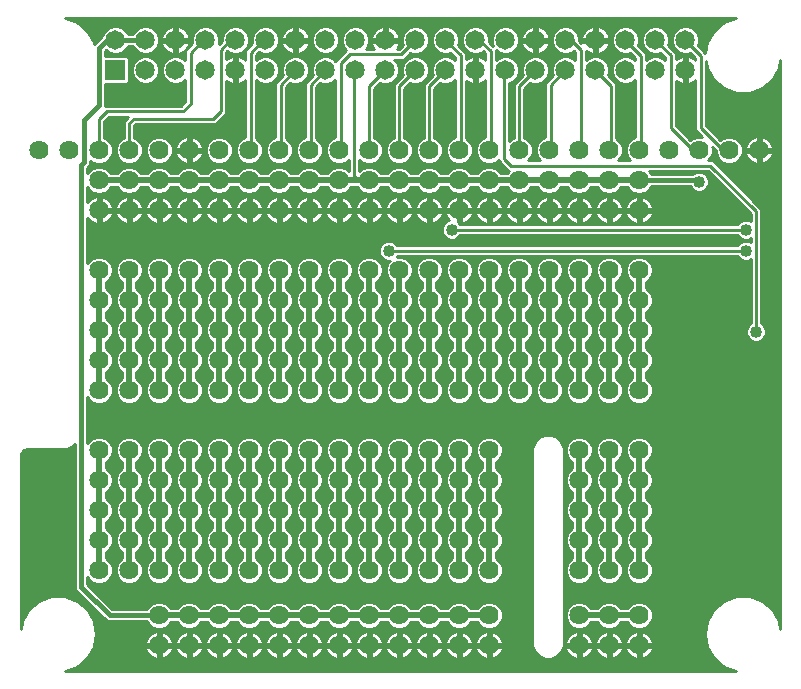
<source format=gbl>
G75*
%MOIN*%
%OFA0B0*%
%FSLAX24Y24*%
%IPPOS*%
%LPD*%
%AMOC8*
5,1,8,0,0,1.08239X$1,22.5*
%
%ADD10C,0.0650*%
%ADD11R,0.0650X0.0650*%
%ADD12C,0.0640*%
%ADD13C,0.0100*%
%ADD14C,0.0400*%
%ADD15C,0.0200*%
%ADD16C,0.0160*%
D10*
X004445Y020319D03*
X005445Y020319D03*
X006445Y020319D03*
X007445Y020319D03*
X008445Y020319D03*
X009445Y020319D03*
X010445Y020319D03*
X011445Y020319D03*
X012445Y020319D03*
X013445Y020319D03*
X014445Y020319D03*
X015445Y020319D03*
X016445Y020319D03*
X017445Y020319D03*
X018445Y020319D03*
X019445Y020319D03*
X020445Y020319D03*
X021445Y020319D03*
X022445Y020319D03*
X022445Y021319D03*
X021445Y021319D03*
X020445Y021319D03*
X019445Y021319D03*
X018445Y021319D03*
X017445Y021319D03*
X016445Y021319D03*
X015445Y021319D03*
X014445Y021319D03*
X013445Y021319D03*
X012445Y021319D03*
X011445Y021319D03*
X010445Y021319D03*
X009445Y021319D03*
X008445Y021319D03*
X007445Y021319D03*
X006445Y021319D03*
X005445Y021319D03*
X004445Y021319D03*
X003445Y021319D03*
D11*
X003445Y020319D03*
D12*
X003900Y017650D03*
X004900Y017650D03*
X004900Y016650D03*
X003900Y016650D03*
X003900Y015650D03*
X004900Y015650D03*
X005900Y015650D03*
X005900Y016650D03*
X005900Y017650D03*
X006900Y017650D03*
X006900Y016650D03*
X006900Y015650D03*
X007900Y015650D03*
X007900Y016650D03*
X007900Y017650D03*
X008900Y017650D03*
X008900Y016650D03*
X008900Y015650D03*
X009900Y015650D03*
X009900Y016650D03*
X009900Y017650D03*
X010900Y017650D03*
X011900Y017650D03*
X011900Y016650D03*
X010900Y016650D03*
X010900Y015650D03*
X011900Y015650D03*
X012900Y015650D03*
X012900Y016650D03*
X012900Y017650D03*
X013900Y017650D03*
X013900Y016650D03*
X013900Y015650D03*
X014900Y015650D03*
X014900Y016650D03*
X014900Y017650D03*
X015900Y017650D03*
X015900Y016650D03*
X015900Y015650D03*
X016900Y015650D03*
X016900Y016650D03*
X016900Y017650D03*
X017900Y017650D03*
X018900Y017650D03*
X018900Y016650D03*
X017900Y016650D03*
X017900Y015650D03*
X018900Y015650D03*
X019900Y015650D03*
X019900Y016650D03*
X019900Y017650D03*
X020900Y017650D03*
X020900Y016650D03*
X020900Y015650D03*
X021900Y017650D03*
X022900Y017650D03*
X023900Y017650D03*
X024900Y017650D03*
X020900Y013650D03*
X019900Y013650D03*
X018900Y013650D03*
X017900Y013650D03*
X016900Y013650D03*
X015900Y013650D03*
X014900Y013650D03*
X013900Y013650D03*
X012900Y013650D03*
X011900Y013650D03*
X010900Y013650D03*
X009900Y013650D03*
X008900Y013650D03*
X007900Y013650D03*
X006900Y013650D03*
X005900Y013650D03*
X004900Y013650D03*
X003900Y013650D03*
X002900Y013650D03*
X002900Y012650D03*
X002900Y011650D03*
X003900Y011650D03*
X004900Y011650D03*
X004900Y012650D03*
X003900Y012650D03*
X005900Y012650D03*
X005900Y011650D03*
X006900Y011650D03*
X006900Y012650D03*
X007900Y012650D03*
X007900Y011650D03*
X008900Y011650D03*
X008900Y012650D03*
X009900Y012650D03*
X009900Y011650D03*
X010900Y011650D03*
X011900Y011650D03*
X011900Y012650D03*
X010900Y012650D03*
X012900Y012650D03*
X012900Y011650D03*
X013900Y011650D03*
X013900Y012650D03*
X014900Y012650D03*
X014900Y011650D03*
X015900Y011650D03*
X015900Y012650D03*
X016900Y012650D03*
X016900Y011650D03*
X017900Y011650D03*
X018900Y011650D03*
X018900Y012650D03*
X017900Y012650D03*
X019900Y012650D03*
X019900Y011650D03*
X020900Y011650D03*
X020900Y012650D03*
X020900Y010650D03*
X020900Y009650D03*
X019900Y009650D03*
X019900Y010650D03*
X018900Y010650D03*
X017900Y010650D03*
X017900Y009650D03*
X018900Y009650D03*
X016900Y009650D03*
X016900Y010650D03*
X015900Y010650D03*
X015900Y009650D03*
X014900Y009650D03*
X014900Y010650D03*
X013900Y010650D03*
X013900Y009650D03*
X012900Y009650D03*
X012900Y010650D03*
X011900Y010650D03*
X010900Y010650D03*
X010900Y009650D03*
X011900Y009650D03*
X009900Y009650D03*
X009900Y010650D03*
X008900Y010650D03*
X008900Y009650D03*
X007900Y009650D03*
X007900Y010650D03*
X006900Y010650D03*
X006900Y009650D03*
X005900Y009650D03*
X005900Y010650D03*
X004900Y010650D03*
X003900Y010650D03*
X003900Y009650D03*
X004900Y009650D03*
X002900Y009650D03*
X002900Y010650D03*
X002900Y007650D03*
X003900Y007650D03*
X004900Y007650D03*
X005900Y007650D03*
X006900Y007650D03*
X007900Y007650D03*
X008900Y007650D03*
X009900Y007650D03*
X010900Y007650D03*
X011900Y007650D03*
X012900Y007650D03*
X013900Y007650D03*
X014900Y007650D03*
X015900Y007650D03*
X015900Y006650D03*
X015900Y005650D03*
X014900Y005650D03*
X014900Y006650D03*
X013900Y006650D03*
X013900Y005650D03*
X012900Y005650D03*
X012900Y006650D03*
X011900Y006650D03*
X010900Y006650D03*
X010900Y005650D03*
X011900Y005650D03*
X011900Y004650D03*
X010900Y004650D03*
X010900Y003650D03*
X011900Y003650D03*
X012900Y003650D03*
X012900Y004650D03*
X013900Y004650D03*
X013900Y003650D03*
X014900Y003650D03*
X014900Y004650D03*
X015900Y004650D03*
X015900Y003650D03*
X015900Y002150D03*
X015900Y001150D03*
X014900Y001150D03*
X014900Y002150D03*
X013900Y002150D03*
X013900Y001150D03*
X012900Y001150D03*
X012900Y002150D03*
X011900Y002150D03*
X010900Y002150D03*
X010900Y001150D03*
X011900Y001150D03*
X009900Y001150D03*
X009900Y002150D03*
X008900Y002150D03*
X008900Y001150D03*
X007900Y001150D03*
X007900Y002150D03*
X006900Y002150D03*
X006900Y001150D03*
X005900Y001150D03*
X005900Y002150D03*
X004900Y002150D03*
X004900Y001150D03*
X004900Y003650D03*
X003900Y003650D03*
X003900Y004650D03*
X004900Y004650D03*
X005900Y004650D03*
X005900Y003650D03*
X006900Y003650D03*
X006900Y004650D03*
X007900Y004650D03*
X007900Y003650D03*
X008900Y003650D03*
X008900Y004650D03*
X009900Y004650D03*
X009900Y003650D03*
X009900Y005650D03*
X009900Y006650D03*
X008900Y006650D03*
X008900Y005650D03*
X007900Y005650D03*
X007900Y006650D03*
X006900Y006650D03*
X006900Y005650D03*
X005900Y005650D03*
X005900Y006650D03*
X004900Y006650D03*
X003900Y006650D03*
X003900Y005650D03*
X004900Y005650D03*
X002900Y005650D03*
X002900Y006650D03*
X002900Y004650D03*
X002900Y003650D03*
X002900Y015650D03*
X002900Y016650D03*
X002900Y017650D03*
X001900Y017650D03*
X000900Y017650D03*
X018900Y007650D03*
X019900Y007650D03*
X020900Y007650D03*
X020900Y006650D03*
X020900Y005650D03*
X019900Y005650D03*
X019900Y006650D03*
X018900Y006650D03*
X018900Y005650D03*
X018900Y004650D03*
X018900Y003650D03*
X019900Y003650D03*
X019900Y004650D03*
X020900Y004650D03*
X020900Y003650D03*
X020900Y002150D03*
X020900Y001150D03*
X019900Y001150D03*
X019900Y002150D03*
X018900Y002150D03*
X018900Y001150D03*
D13*
X002163Y000428D02*
X001771Y000285D01*
X024119Y000285D01*
X023727Y000428D01*
X023389Y000711D01*
X023169Y001093D01*
X023092Y001528D01*
X023169Y001962D01*
X023389Y002345D01*
X023727Y002628D01*
X024142Y002779D01*
X024583Y002779D01*
X024998Y002628D01*
X025336Y002345D01*
X025556Y001962D01*
X025606Y001684D01*
X025606Y020663D01*
X025556Y020385D01*
X025336Y020003D01*
X024998Y019719D01*
X024583Y019568D01*
X024142Y019568D01*
X023727Y019719D01*
X023389Y020003D01*
X023169Y020385D01*
X023130Y020605D01*
X023130Y018475D01*
X023609Y017995D01*
X023645Y018031D01*
X023810Y018100D01*
X023990Y018100D01*
X024155Y018031D01*
X024281Y017905D01*
X024350Y017740D01*
X024350Y017560D01*
X024281Y017395D01*
X024155Y017269D01*
X023990Y017200D01*
X023810Y017200D01*
X023645Y017269D01*
X023519Y017395D01*
X023450Y017560D01*
X023450Y017645D01*
X023346Y017750D01*
X023350Y017740D01*
X023350Y017560D01*
X023281Y017395D01*
X023196Y017309D01*
X023354Y017309D01*
X024875Y015789D01*
X024875Y015789D01*
X024980Y015683D01*
X024980Y011883D01*
X024987Y011880D01*
X025080Y011787D01*
X025130Y011666D01*
X025130Y011534D01*
X025080Y011413D01*
X024987Y011320D01*
X024866Y011270D01*
X024734Y011270D01*
X024613Y011320D01*
X024520Y011413D01*
X024470Y011534D01*
X024470Y011666D01*
X024520Y011787D01*
X024613Y011880D01*
X024620Y011883D01*
X024620Y014013D01*
X024516Y013970D01*
X024384Y013970D01*
X024263Y014020D01*
X024170Y014113D01*
X024167Y014120D01*
X012833Y014120D01*
X012830Y014113D01*
X012817Y014100D01*
X012990Y014100D01*
X013155Y014031D01*
X013281Y013905D01*
X013350Y013740D01*
X013350Y013560D01*
X013281Y013395D01*
X013155Y013269D01*
X013130Y013258D01*
X013130Y013042D01*
X013155Y013031D01*
X013281Y012905D01*
X013350Y012740D01*
X013350Y012560D01*
X013281Y012395D01*
X013155Y012269D01*
X013130Y012258D01*
X013130Y012042D01*
X013155Y012031D01*
X013281Y011905D01*
X013350Y011740D01*
X013350Y011560D01*
X013281Y011395D01*
X013155Y011269D01*
X013130Y011258D01*
X013130Y011042D01*
X013155Y011031D01*
X013281Y010905D01*
X013350Y010740D01*
X013350Y010560D01*
X013281Y010395D01*
X013155Y010269D01*
X013130Y010258D01*
X013130Y010042D01*
X013155Y010031D01*
X013281Y009905D01*
X013350Y009740D01*
X013350Y009560D01*
X013281Y009395D01*
X013155Y009269D01*
X012990Y009200D01*
X012810Y009200D01*
X012645Y009269D01*
X012519Y009395D01*
X012450Y009560D01*
X012450Y009740D01*
X012519Y009905D01*
X012645Y010031D01*
X012670Y010042D01*
X012670Y010258D01*
X012645Y010269D01*
X012519Y010395D01*
X012450Y010560D01*
X012450Y010740D01*
X012519Y010905D01*
X012645Y011031D01*
X012670Y011042D01*
X012670Y011258D01*
X012645Y011269D01*
X012519Y011395D01*
X012450Y011560D01*
X012450Y011740D01*
X012519Y011905D01*
X012645Y012031D01*
X012670Y012042D01*
X012670Y012258D01*
X012645Y012269D01*
X012519Y012395D01*
X012450Y012560D01*
X012450Y012740D01*
X012519Y012905D01*
X012645Y013031D01*
X012670Y013042D01*
X012670Y013258D01*
X012645Y013269D01*
X012519Y013395D01*
X012450Y013560D01*
X012450Y013740D01*
X012519Y013905D01*
X012584Y013970D01*
X012484Y013970D01*
X012363Y014020D01*
X012270Y014113D01*
X012220Y014234D01*
X012220Y014366D01*
X012270Y014487D01*
X012363Y014580D01*
X012484Y014630D01*
X012616Y014630D01*
X012737Y014580D01*
X012830Y014487D01*
X012833Y014480D01*
X024167Y014480D01*
X024170Y014487D01*
X024263Y014580D01*
X024384Y014630D01*
X024516Y014630D01*
X024620Y014587D01*
X024620Y014713D01*
X024516Y014670D01*
X024384Y014670D01*
X024263Y014720D01*
X024170Y014813D01*
X024167Y014820D01*
X014933Y014820D01*
X014930Y014813D01*
X014837Y014720D01*
X014716Y014670D01*
X014584Y014670D01*
X014463Y014720D01*
X014370Y014813D01*
X014320Y014934D01*
X014320Y015066D01*
X014370Y015187D01*
X014463Y015280D01*
X014564Y015321D01*
X014542Y015344D01*
X014498Y015404D01*
X014464Y015470D01*
X014442Y015540D01*
X014432Y015600D01*
X014850Y015600D01*
X014850Y015700D01*
X014850Y016118D01*
X014790Y016108D01*
X014720Y016086D01*
X014654Y016052D01*
X014594Y016008D01*
X014542Y015956D01*
X014498Y015896D01*
X014464Y015830D01*
X014442Y015760D01*
X014432Y015700D01*
X014850Y015700D01*
X014950Y015700D01*
X014950Y016118D01*
X015010Y016108D01*
X015080Y016086D01*
X015146Y016052D01*
X015206Y016008D01*
X015258Y015956D01*
X015302Y015896D01*
X015336Y015830D01*
X015358Y015760D01*
X015368Y015700D01*
X014950Y015700D01*
X014950Y015600D01*
X015368Y015600D01*
X015358Y015540D01*
X015336Y015470D01*
X015302Y015404D01*
X015258Y015344D01*
X015206Y015292D01*
X015146Y015248D01*
X015080Y015214D01*
X015010Y015192D01*
X014950Y015182D01*
X014950Y015600D01*
X014850Y015600D01*
X014850Y015267D01*
X014930Y015187D01*
X014933Y015180D01*
X024167Y015180D01*
X024170Y015187D01*
X024263Y015280D01*
X024384Y015330D01*
X024516Y015330D01*
X024620Y015287D01*
X024620Y015534D01*
X023205Y016949D01*
X021237Y016949D01*
X021281Y016905D01*
X021300Y016860D01*
X022693Y016860D01*
X022713Y016880D01*
X022834Y016930D01*
X022966Y016930D01*
X023087Y016880D01*
X023180Y016787D01*
X023230Y016666D01*
X023230Y016534D01*
X023180Y016413D01*
X023087Y016320D01*
X022966Y016270D01*
X022834Y016270D01*
X022713Y016320D01*
X022620Y016413D01*
X022609Y016440D01*
X021300Y016440D01*
X021281Y016395D01*
X021155Y016269D01*
X020990Y016200D01*
X020810Y016200D01*
X020645Y016269D01*
X020519Y016395D01*
X020508Y016420D01*
X020292Y016420D01*
X020281Y016395D01*
X020155Y016269D01*
X019990Y016200D01*
X019810Y016200D01*
X019645Y016269D01*
X019519Y016395D01*
X019508Y016420D01*
X019292Y016420D01*
X019281Y016395D01*
X019155Y016269D01*
X018990Y016200D01*
X018810Y016200D01*
X018645Y016269D01*
X018519Y016395D01*
X018508Y016420D01*
X018292Y016420D01*
X018281Y016395D01*
X018155Y016269D01*
X017990Y016200D01*
X017810Y016200D01*
X017645Y016269D01*
X017519Y016395D01*
X017508Y016420D01*
X017292Y016420D01*
X017281Y016395D01*
X017155Y016269D01*
X016990Y016200D01*
X016810Y016200D01*
X016645Y016269D01*
X016519Y016395D01*
X016508Y016420D01*
X016292Y016420D01*
X016281Y016395D01*
X016155Y016269D01*
X015990Y016200D01*
X015810Y016200D01*
X015645Y016269D01*
X015519Y016395D01*
X015508Y016420D01*
X015292Y016420D01*
X015281Y016395D01*
X015155Y016269D01*
X014990Y016200D01*
X014810Y016200D01*
X014645Y016269D01*
X014519Y016395D01*
X014508Y016420D01*
X014292Y016420D01*
X014281Y016395D01*
X014155Y016269D01*
X013990Y016200D01*
X013810Y016200D01*
X013645Y016269D01*
X013519Y016395D01*
X013508Y016420D01*
X013292Y016420D01*
X013281Y016395D01*
X013155Y016269D01*
X012990Y016200D01*
X012810Y016200D01*
X012645Y016269D01*
X012519Y016395D01*
X012508Y016420D01*
X012292Y016420D01*
X012281Y016395D01*
X012155Y016269D01*
X011990Y016200D01*
X011810Y016200D01*
X011645Y016269D01*
X011519Y016395D01*
X011508Y016420D01*
X011292Y016420D01*
X011281Y016395D01*
X011155Y016269D01*
X010990Y016200D01*
X010810Y016200D01*
X010645Y016269D01*
X010519Y016395D01*
X010508Y016420D01*
X010292Y016420D01*
X010281Y016395D01*
X010155Y016269D01*
X009990Y016200D01*
X009810Y016200D01*
X009645Y016269D01*
X009519Y016395D01*
X009508Y016420D01*
X009292Y016420D01*
X009281Y016395D01*
X009155Y016269D01*
X008990Y016200D01*
X008810Y016200D01*
X008645Y016269D01*
X008519Y016395D01*
X008508Y016420D01*
X008292Y016420D01*
X008281Y016395D01*
X008155Y016269D01*
X007990Y016200D01*
X007810Y016200D01*
X007645Y016269D01*
X007519Y016395D01*
X007508Y016420D01*
X007292Y016420D01*
X007281Y016395D01*
X007155Y016269D01*
X006990Y016200D01*
X006810Y016200D01*
X006645Y016269D01*
X006519Y016395D01*
X006508Y016420D01*
X006292Y016420D01*
X006281Y016395D01*
X006155Y016269D01*
X005990Y016200D01*
X005810Y016200D01*
X005645Y016269D01*
X005519Y016395D01*
X005508Y016420D01*
X005292Y016420D01*
X005281Y016395D01*
X005155Y016269D01*
X004990Y016200D01*
X004810Y016200D01*
X004645Y016269D01*
X004519Y016395D01*
X004508Y016420D01*
X004292Y016420D01*
X004281Y016395D01*
X004155Y016269D01*
X003990Y016200D01*
X003810Y016200D01*
X003645Y016269D01*
X003519Y016395D01*
X003508Y016420D01*
X003292Y016420D01*
X003281Y016395D01*
X003155Y016269D01*
X002990Y016200D01*
X002810Y016200D01*
X002645Y016269D01*
X002519Y016395D01*
X002510Y016416D01*
X002510Y015913D01*
X002542Y015956D01*
X002594Y016008D01*
X002654Y016052D01*
X002720Y016086D01*
X002790Y016108D01*
X002850Y016118D01*
X002850Y015700D01*
X002950Y015700D01*
X002950Y016118D01*
X003010Y016108D01*
X003080Y016086D01*
X003146Y016052D01*
X003206Y016008D01*
X003258Y015956D01*
X003302Y015896D01*
X003336Y015830D01*
X003358Y015760D01*
X003368Y015700D01*
X002950Y015700D01*
X002950Y015600D01*
X003368Y015600D01*
X003358Y015540D01*
X003336Y015470D01*
X003302Y015404D01*
X003258Y015344D01*
X003206Y015292D01*
X003146Y015248D01*
X003080Y015214D01*
X003010Y015192D01*
X002950Y015182D01*
X002950Y015600D01*
X002850Y015600D01*
X002850Y015182D01*
X002790Y015192D01*
X002720Y015214D01*
X002654Y015248D01*
X002594Y015292D01*
X002542Y015344D01*
X002510Y015387D01*
X002510Y013884D01*
X002519Y013905D01*
X002645Y014031D01*
X002810Y014100D01*
X002990Y014100D01*
X003155Y014031D01*
X003281Y013905D01*
X003350Y013740D01*
X003350Y013560D01*
X003281Y013395D01*
X003155Y013269D01*
X003130Y013258D01*
X003130Y013042D01*
X003155Y013031D01*
X003281Y012905D01*
X003350Y012740D01*
X003350Y012560D01*
X003281Y012395D01*
X003155Y012269D01*
X003130Y012258D01*
X003130Y012042D01*
X003155Y012031D01*
X003281Y011905D01*
X003350Y011740D01*
X003350Y011560D01*
X003281Y011395D01*
X003155Y011269D01*
X003130Y011258D01*
X003130Y011042D01*
X003155Y011031D01*
X003281Y010905D01*
X003350Y010740D01*
X003350Y010560D01*
X003281Y010395D01*
X003155Y010269D01*
X003130Y010258D01*
X003130Y010042D01*
X003155Y010031D01*
X003281Y009905D01*
X003350Y009740D01*
X003350Y009560D01*
X003281Y009395D01*
X003155Y009269D01*
X002990Y009200D01*
X002810Y009200D01*
X002645Y009269D01*
X002519Y009395D01*
X002510Y009416D01*
X002510Y007884D01*
X002519Y007905D01*
X002645Y008031D01*
X002810Y008100D01*
X002990Y008100D01*
X003155Y008031D01*
X003281Y007905D01*
X003350Y007740D01*
X003350Y007560D01*
X003281Y007395D01*
X003155Y007269D01*
X003130Y007258D01*
X003130Y007042D01*
X003155Y007031D01*
X003281Y006905D01*
X003350Y006740D01*
X003350Y006560D01*
X003281Y006395D01*
X003155Y006269D01*
X003130Y006258D01*
X003130Y006042D01*
X003155Y006031D01*
X003281Y005905D01*
X003350Y005740D01*
X003350Y005560D01*
X003281Y005395D01*
X003155Y005269D01*
X003130Y005258D01*
X003130Y005042D01*
X003155Y005031D01*
X003281Y004905D01*
X003350Y004740D01*
X003350Y004560D01*
X003281Y004395D01*
X003155Y004269D01*
X003130Y004258D01*
X003130Y004042D01*
X003155Y004031D01*
X003281Y003905D01*
X003350Y003740D01*
X003350Y003560D01*
X003281Y003395D01*
X003155Y003269D01*
X002990Y003200D01*
X002810Y003200D01*
X002645Y003269D01*
X002519Y003395D01*
X002510Y003416D01*
X002510Y003187D01*
X003337Y002360D01*
X004500Y002360D01*
X004519Y002405D01*
X004645Y002531D01*
X004810Y002600D01*
X004990Y002600D01*
X005155Y002531D01*
X005281Y002405D01*
X005292Y002380D01*
X005508Y002380D01*
X005519Y002405D01*
X005645Y002531D01*
X005810Y002600D01*
X005990Y002600D01*
X006155Y002531D01*
X006281Y002405D01*
X006292Y002380D01*
X006508Y002380D01*
X006519Y002405D01*
X006645Y002531D01*
X006810Y002600D01*
X006990Y002600D01*
X007155Y002531D01*
X007281Y002405D01*
X007292Y002380D01*
X007508Y002380D01*
X007519Y002405D01*
X007645Y002531D01*
X007810Y002600D01*
X007990Y002600D01*
X008155Y002531D01*
X008281Y002405D01*
X008292Y002380D01*
X008508Y002380D01*
X008519Y002405D01*
X008645Y002531D01*
X008810Y002600D01*
X008990Y002600D01*
X009155Y002531D01*
X009281Y002405D01*
X009292Y002380D01*
X009508Y002380D01*
X009519Y002405D01*
X009645Y002531D01*
X009810Y002600D01*
X009990Y002600D01*
X010155Y002531D01*
X010281Y002405D01*
X010292Y002380D01*
X010508Y002380D01*
X010519Y002405D01*
X010645Y002531D01*
X010810Y002600D01*
X010990Y002600D01*
X011155Y002531D01*
X011281Y002405D01*
X011292Y002380D01*
X011508Y002380D01*
X011519Y002405D01*
X011645Y002531D01*
X011810Y002600D01*
X011990Y002600D01*
X012155Y002531D01*
X012281Y002405D01*
X012292Y002380D01*
X012508Y002380D01*
X012519Y002405D01*
X012645Y002531D01*
X012810Y002600D01*
X012990Y002600D01*
X013155Y002531D01*
X013281Y002405D01*
X013292Y002380D01*
X013508Y002380D01*
X013519Y002405D01*
X013645Y002531D01*
X013810Y002600D01*
X013990Y002600D01*
X014155Y002531D01*
X014281Y002405D01*
X014292Y002380D01*
X014508Y002380D01*
X014519Y002405D01*
X014645Y002531D01*
X014810Y002600D01*
X014990Y002600D01*
X015155Y002531D01*
X015281Y002405D01*
X015292Y002380D01*
X015508Y002380D01*
X015519Y002405D01*
X015645Y002531D01*
X015810Y002600D01*
X015990Y002600D01*
X016155Y002531D01*
X016281Y002405D01*
X016350Y002240D01*
X016350Y002060D01*
X016281Y001895D01*
X016155Y001769D01*
X015990Y001700D01*
X015810Y001700D01*
X015645Y001769D01*
X015519Y001895D01*
X015508Y001920D01*
X015292Y001920D01*
X015281Y001895D01*
X015155Y001769D01*
X014990Y001700D01*
X014810Y001700D01*
X014645Y001769D01*
X014519Y001895D01*
X014508Y001920D01*
X014292Y001920D01*
X014281Y001895D01*
X014155Y001769D01*
X013990Y001700D01*
X013810Y001700D01*
X013645Y001769D01*
X013519Y001895D01*
X013508Y001920D01*
X013292Y001920D01*
X013281Y001895D01*
X013155Y001769D01*
X012990Y001700D01*
X012810Y001700D01*
X012645Y001769D01*
X012519Y001895D01*
X012508Y001920D01*
X012292Y001920D01*
X012281Y001895D01*
X012155Y001769D01*
X011990Y001700D01*
X011810Y001700D01*
X011645Y001769D01*
X011519Y001895D01*
X011508Y001920D01*
X011292Y001920D01*
X011281Y001895D01*
X011155Y001769D01*
X010990Y001700D01*
X010810Y001700D01*
X010645Y001769D01*
X010519Y001895D01*
X010508Y001920D01*
X010292Y001920D01*
X010281Y001895D01*
X010155Y001769D01*
X009990Y001700D01*
X009810Y001700D01*
X009645Y001769D01*
X009519Y001895D01*
X009508Y001920D01*
X009292Y001920D01*
X009281Y001895D01*
X009155Y001769D01*
X008990Y001700D01*
X008810Y001700D01*
X008645Y001769D01*
X008519Y001895D01*
X008508Y001920D01*
X008292Y001920D01*
X008281Y001895D01*
X008155Y001769D01*
X007990Y001700D01*
X007810Y001700D01*
X007645Y001769D01*
X007519Y001895D01*
X007508Y001920D01*
X007292Y001920D01*
X007281Y001895D01*
X007155Y001769D01*
X006990Y001700D01*
X006810Y001700D01*
X006645Y001769D01*
X006519Y001895D01*
X006508Y001920D01*
X006292Y001920D01*
X006281Y001895D01*
X006155Y001769D01*
X005990Y001700D01*
X005810Y001700D01*
X005645Y001769D01*
X005519Y001895D01*
X005508Y001920D01*
X005292Y001920D01*
X005281Y001895D01*
X005155Y001769D01*
X004990Y001700D01*
X004810Y001700D01*
X004645Y001769D01*
X004519Y001895D01*
X004500Y001940D01*
X003163Y001940D01*
X002213Y002890D01*
X002090Y003013D01*
X002090Y007838D01*
X002024Y007773D01*
X002024Y007773D01*
X001830Y007692D01*
X000544Y007692D01*
X000493Y007687D01*
X000400Y007649D01*
X000329Y007577D01*
X000290Y007484D01*
X000285Y007433D01*
X000285Y001684D01*
X000334Y001962D01*
X000555Y002345D01*
X000893Y002628D01*
X001307Y002779D01*
X001749Y002779D01*
X002163Y002628D01*
X002501Y002345D01*
X002722Y001962D01*
X002798Y001528D01*
X002722Y001093D01*
X002501Y000711D01*
X002163Y000428D01*
X002184Y000446D02*
X023706Y000446D01*
X023589Y000544D02*
X002302Y000544D01*
X002419Y000643D02*
X023471Y000643D01*
X023372Y000741D02*
X021133Y000741D01*
X021146Y000748D02*
X021206Y000792D01*
X021258Y000844D01*
X021302Y000904D01*
X021336Y000970D01*
X021358Y001040D01*
X021368Y001100D01*
X020950Y001100D01*
X020950Y001200D01*
X020850Y001200D01*
X020850Y001618D01*
X020790Y001608D01*
X020720Y001586D01*
X020654Y001552D01*
X020594Y001508D01*
X020542Y001456D01*
X020498Y001396D01*
X020464Y001330D01*
X020442Y001260D01*
X020432Y001200D01*
X020850Y001200D01*
X020850Y001100D01*
X020432Y001100D01*
X020442Y001040D01*
X020464Y000970D01*
X020498Y000904D01*
X020542Y000844D01*
X020594Y000792D01*
X020654Y000748D01*
X020720Y000714D01*
X020790Y000692D01*
X020850Y000682D01*
X020850Y001100D01*
X020950Y001100D01*
X020950Y000682D01*
X021010Y000692D01*
X021080Y000714D01*
X021146Y000748D01*
X021254Y000840D02*
X023315Y000840D01*
X023258Y000938D02*
X021319Y000938D01*
X021357Y001037D02*
X023202Y001037D01*
X023161Y001135D02*
X020950Y001135D01*
X020950Y001200D02*
X021368Y001200D01*
X021358Y001260D01*
X021336Y001330D01*
X021302Y001396D01*
X021258Y001456D01*
X021206Y001508D01*
X021146Y001552D01*
X021080Y001586D01*
X021010Y001608D01*
X020950Y001618D01*
X020950Y001200D01*
X020950Y001234D02*
X020850Y001234D01*
X020850Y001332D02*
X020950Y001332D01*
X020950Y001431D02*
X020850Y001431D01*
X020850Y001529D02*
X020950Y001529D01*
X020990Y001700D02*
X020810Y001700D01*
X020645Y001769D01*
X020519Y001895D01*
X020508Y001920D01*
X020292Y001920D01*
X020281Y001895D01*
X020155Y001769D01*
X019990Y001700D01*
X019810Y001700D01*
X019645Y001769D01*
X019519Y001895D01*
X019508Y001920D01*
X019292Y001920D01*
X019281Y001895D01*
X019155Y001769D01*
X018990Y001700D01*
X018810Y001700D01*
X018645Y001769D01*
X018519Y001895D01*
X018450Y002060D01*
X018450Y002240D01*
X018519Y002405D01*
X018645Y002531D01*
X018810Y002600D01*
X018990Y002600D01*
X019155Y002531D01*
X019281Y002405D01*
X019292Y002380D01*
X019508Y002380D01*
X019519Y002405D01*
X019645Y002531D01*
X019810Y002600D01*
X019990Y002600D01*
X020155Y002531D01*
X020281Y002405D01*
X020292Y002380D01*
X020508Y002380D01*
X020519Y002405D01*
X020645Y002531D01*
X020810Y002600D01*
X020990Y002600D01*
X021155Y002531D01*
X021281Y002405D01*
X021350Y002240D01*
X021350Y002060D01*
X021281Y001895D01*
X021155Y001769D01*
X020990Y001700D01*
X021052Y001726D02*
X023127Y001726D01*
X023110Y001628D02*
X018390Y001628D01*
X018390Y001726D02*
X018748Y001726D01*
X018790Y001608D02*
X018720Y001586D01*
X018654Y001552D01*
X018594Y001508D01*
X018542Y001456D01*
X018498Y001396D01*
X018464Y001330D01*
X018442Y001260D01*
X018432Y001200D01*
X018850Y001200D01*
X018850Y001618D01*
X018790Y001608D01*
X018850Y001529D02*
X018950Y001529D01*
X018950Y001618D02*
X018950Y001200D01*
X018850Y001200D01*
X018850Y001100D01*
X018432Y001100D01*
X018442Y001040D01*
X018464Y000970D01*
X018498Y000904D01*
X018542Y000844D01*
X018594Y000792D01*
X018654Y000748D01*
X018720Y000714D01*
X018790Y000692D01*
X018850Y000682D01*
X018850Y001100D01*
X018950Y001100D01*
X018950Y001200D01*
X019368Y001200D01*
X019358Y001260D01*
X019336Y001330D01*
X019302Y001396D01*
X019258Y001456D01*
X019206Y001508D01*
X019146Y001552D01*
X019080Y001586D01*
X019010Y001608D01*
X018950Y001618D01*
X019052Y001726D02*
X019748Y001726D01*
X019790Y001608D02*
X019720Y001586D01*
X019654Y001552D01*
X019594Y001508D01*
X019542Y001456D01*
X019498Y001396D01*
X019464Y001330D01*
X019442Y001260D01*
X019432Y001200D01*
X019850Y001200D01*
X019850Y001618D01*
X019790Y001608D01*
X019850Y001529D02*
X019950Y001529D01*
X019950Y001618D02*
X019950Y001200D01*
X019850Y001200D01*
X019850Y001100D01*
X019432Y001100D01*
X019442Y001040D01*
X019464Y000970D01*
X019498Y000904D01*
X019542Y000844D01*
X019594Y000792D01*
X019654Y000748D01*
X019720Y000714D01*
X019790Y000692D01*
X019850Y000682D01*
X019850Y001100D01*
X019950Y001100D01*
X019950Y001200D01*
X020368Y001200D01*
X020358Y001260D01*
X020336Y001330D01*
X020302Y001396D01*
X020258Y001456D01*
X020206Y001508D01*
X020146Y001552D01*
X020080Y001586D01*
X020010Y001608D01*
X019950Y001618D01*
X020052Y001726D02*
X020748Y001726D01*
X020589Y001825D02*
X020211Y001825D01*
X020178Y001529D02*
X020622Y001529D01*
X020523Y001431D02*
X020277Y001431D01*
X020335Y001332D02*
X020465Y001332D01*
X020437Y001234D02*
X020363Y001234D01*
X020368Y001100D02*
X019950Y001100D01*
X019950Y000682D01*
X020010Y000692D01*
X020080Y000714D01*
X020146Y000748D01*
X020206Y000792D01*
X020258Y000844D01*
X020302Y000904D01*
X020336Y000970D01*
X020358Y001040D01*
X020368Y001100D01*
X020357Y001037D02*
X020443Y001037D01*
X020481Y000938D02*
X020319Y000938D01*
X020254Y000840D02*
X020546Y000840D01*
X020667Y000741D02*
X020133Y000741D01*
X019950Y000741D02*
X019850Y000741D01*
X019850Y000840D02*
X019950Y000840D01*
X019950Y000938D02*
X019850Y000938D01*
X019850Y001037D02*
X019950Y001037D01*
X019950Y001135D02*
X020850Y001135D01*
X020850Y001037D02*
X020950Y001037D01*
X020950Y000938D02*
X020850Y000938D01*
X020850Y000840D02*
X020950Y000840D01*
X020950Y000741D02*
X020850Y000741D01*
X021363Y001234D02*
X023144Y001234D01*
X023127Y001332D02*
X021335Y001332D01*
X021277Y001431D02*
X023109Y001431D01*
X023092Y001529D02*
X021178Y001529D01*
X021211Y001825D02*
X023144Y001825D01*
X023162Y001923D02*
X021293Y001923D01*
X021334Y002022D02*
X023203Y002022D01*
X023260Y002120D02*
X021350Y002120D01*
X021350Y002219D02*
X023317Y002219D01*
X023373Y002317D02*
X021318Y002317D01*
X021271Y002416D02*
X023474Y002416D01*
X023591Y002514D02*
X021172Y002514D01*
X020628Y002514D02*
X020172Y002514D01*
X020271Y002416D02*
X020529Y002416D01*
X020810Y003200D02*
X020645Y003269D01*
X020519Y003395D01*
X020450Y003560D01*
X020450Y003740D01*
X020519Y003905D01*
X020645Y004031D01*
X020670Y004042D01*
X020670Y004258D01*
X020645Y004269D01*
X020519Y004395D01*
X020450Y004560D01*
X020450Y004740D01*
X020519Y004905D01*
X020645Y005031D01*
X020670Y005042D01*
X020670Y005258D01*
X020645Y005269D01*
X020519Y005395D01*
X020450Y005560D01*
X020450Y005740D01*
X020519Y005905D01*
X020645Y006031D01*
X020670Y006042D01*
X020670Y006258D01*
X020645Y006269D01*
X020519Y006395D01*
X020450Y006560D01*
X020450Y006740D01*
X020519Y006905D01*
X020645Y007031D01*
X020670Y007042D01*
X020670Y007258D01*
X020645Y007269D01*
X020519Y007395D01*
X020450Y007560D01*
X020450Y007740D01*
X020519Y007905D01*
X020645Y008031D01*
X020810Y008100D01*
X020990Y008100D01*
X021155Y008031D01*
X021281Y007905D01*
X021350Y007740D01*
X021350Y007560D01*
X021281Y007395D01*
X021155Y007269D01*
X021130Y007258D01*
X021130Y007042D01*
X021155Y007031D01*
X021281Y006905D01*
X021350Y006740D01*
X021350Y006560D01*
X021281Y006395D01*
X021155Y006269D01*
X021130Y006258D01*
X021130Y006042D01*
X021155Y006031D01*
X021281Y005905D01*
X021350Y005740D01*
X021350Y005560D01*
X021281Y005395D01*
X021155Y005269D01*
X021130Y005258D01*
X021130Y005042D01*
X021155Y005031D01*
X021281Y004905D01*
X021350Y004740D01*
X021350Y004560D01*
X021281Y004395D01*
X021155Y004269D01*
X021130Y004258D01*
X021130Y004042D01*
X021155Y004031D01*
X021281Y003905D01*
X021350Y003740D01*
X021350Y003560D01*
X021281Y003395D01*
X021155Y003269D01*
X020990Y003200D01*
X020810Y003200D01*
X020802Y003204D02*
X019998Y003204D01*
X019990Y003200D02*
X020155Y003269D01*
X020281Y003395D01*
X020350Y003560D01*
X020350Y003740D01*
X020281Y003905D01*
X020155Y004031D01*
X020130Y004042D01*
X020130Y004258D01*
X020155Y004269D01*
X020281Y004395D01*
X020350Y004560D01*
X020350Y004740D01*
X020281Y004905D01*
X020155Y005031D01*
X020130Y005042D01*
X020130Y005258D01*
X020155Y005269D01*
X020281Y005395D01*
X020350Y005560D01*
X020350Y005740D01*
X020281Y005905D01*
X020155Y006031D01*
X020130Y006042D01*
X020130Y006258D01*
X020155Y006269D01*
X020281Y006395D01*
X020350Y006560D01*
X020350Y006740D01*
X020281Y006905D01*
X020155Y007031D01*
X020130Y007042D01*
X020130Y007258D01*
X020155Y007269D01*
X020281Y007395D01*
X020350Y007560D01*
X020350Y007740D01*
X020281Y007905D01*
X020155Y008031D01*
X019990Y008100D01*
X019810Y008100D01*
X019645Y008031D01*
X019519Y007905D01*
X019450Y007740D01*
X019450Y007560D01*
X019519Y007395D01*
X019645Y007269D01*
X019670Y007258D01*
X019670Y007042D01*
X019645Y007031D01*
X019519Y006905D01*
X019450Y006740D01*
X019450Y006560D01*
X019519Y006395D01*
X019645Y006269D01*
X019670Y006258D01*
X019670Y006042D01*
X019645Y006031D01*
X019519Y005905D01*
X019450Y005740D01*
X019450Y005560D01*
X019519Y005395D01*
X019645Y005269D01*
X019670Y005258D01*
X019670Y005042D01*
X019645Y005031D01*
X019519Y004905D01*
X019450Y004740D01*
X019450Y004560D01*
X019519Y004395D01*
X019645Y004269D01*
X019670Y004258D01*
X019670Y004042D01*
X019645Y004031D01*
X019519Y003905D01*
X019450Y003740D01*
X019450Y003560D01*
X019519Y003395D01*
X019645Y003269D01*
X019810Y003200D01*
X019990Y003200D01*
X019802Y003204D02*
X018998Y003204D01*
X018990Y003200D02*
X019155Y003269D01*
X019281Y003395D01*
X019350Y003560D01*
X019350Y003740D01*
X019281Y003905D01*
X019155Y004031D01*
X019130Y004042D01*
X019130Y004258D01*
X019155Y004269D01*
X019281Y004395D01*
X019350Y004560D01*
X019350Y004740D01*
X019281Y004905D01*
X019155Y005031D01*
X019130Y005042D01*
X019130Y005258D01*
X019155Y005269D01*
X019281Y005395D01*
X019350Y005560D01*
X019350Y005740D01*
X019281Y005905D01*
X019155Y006031D01*
X019130Y006042D01*
X019130Y006258D01*
X019155Y006269D01*
X019281Y006395D01*
X019350Y006560D01*
X019350Y006740D01*
X019281Y006905D01*
X019155Y007031D01*
X019130Y007042D01*
X019130Y007258D01*
X019155Y007269D01*
X019281Y007395D01*
X019350Y007560D01*
X019350Y007740D01*
X019281Y007905D01*
X019155Y008031D01*
X018990Y008100D01*
X018810Y008100D01*
X018645Y008031D01*
X018519Y007905D01*
X018450Y007740D01*
X018450Y007560D01*
X018519Y007395D01*
X018645Y007269D01*
X018670Y007258D01*
X018670Y007042D01*
X018645Y007031D01*
X018519Y006905D01*
X018450Y006740D01*
X018450Y006560D01*
X018519Y006395D01*
X018645Y006269D01*
X018670Y006258D01*
X018670Y006042D01*
X018645Y006031D01*
X018519Y005905D01*
X018450Y005740D01*
X018450Y005560D01*
X018519Y005395D01*
X018645Y005269D01*
X018670Y005258D01*
X018670Y005042D01*
X018645Y005031D01*
X018519Y004905D01*
X018450Y004740D01*
X018450Y004560D01*
X018519Y004395D01*
X018645Y004269D01*
X018670Y004258D01*
X018670Y004042D01*
X018645Y004031D01*
X018519Y003905D01*
X018450Y003740D01*
X018450Y003560D01*
X018519Y003395D01*
X018645Y003269D01*
X018810Y003200D01*
X018990Y003200D01*
X018802Y003204D02*
X018390Y003204D01*
X018390Y003302D02*
X018612Y003302D01*
X018516Y003401D02*
X018390Y003401D01*
X018390Y003499D02*
X018475Y003499D01*
X018450Y003598D02*
X018390Y003598D01*
X018390Y003696D02*
X018450Y003696D01*
X018473Y003795D02*
X018390Y003795D01*
X018390Y003893D02*
X018514Y003893D01*
X018605Y003992D02*
X018390Y003992D01*
X018390Y004090D02*
X018670Y004090D01*
X018670Y004189D02*
X018390Y004189D01*
X018390Y004287D02*
X018627Y004287D01*
X018528Y004386D02*
X018390Y004386D01*
X018390Y004484D02*
X018482Y004484D01*
X018450Y004583D02*
X018390Y004583D01*
X018390Y004681D02*
X018450Y004681D01*
X018467Y004780D02*
X018390Y004780D01*
X018390Y004878D02*
X018507Y004878D01*
X018590Y004977D02*
X018390Y004977D01*
X018390Y005075D02*
X018670Y005075D01*
X018670Y005174D02*
X018390Y005174D01*
X018390Y005272D02*
X018642Y005272D01*
X018543Y005371D02*
X018390Y005371D01*
X018390Y005469D02*
X018488Y005469D01*
X018450Y005568D02*
X018390Y005568D01*
X018390Y005666D02*
X018450Y005666D01*
X018460Y005765D02*
X018390Y005765D01*
X018390Y005863D02*
X018501Y005863D01*
X018575Y005962D02*
X018390Y005962D01*
X018390Y006060D02*
X018670Y006060D01*
X018670Y006159D02*
X018390Y006159D01*
X018390Y006257D02*
X018670Y006257D01*
X018558Y006356D02*
X018390Y006356D01*
X018390Y006454D02*
X018494Y006454D01*
X018453Y006553D02*
X018390Y006553D01*
X018390Y006651D02*
X018450Y006651D01*
X018454Y006750D02*
X018390Y006750D01*
X018390Y006848D02*
X018495Y006848D01*
X018560Y006947D02*
X018390Y006947D01*
X018390Y007045D02*
X018670Y007045D01*
X018670Y007144D02*
X018390Y007144D01*
X018390Y007242D02*
X018670Y007242D01*
X018573Y007341D02*
X018390Y007341D01*
X018390Y007439D02*
X018500Y007439D01*
X018460Y007538D02*
X018390Y007538D01*
X018390Y007636D02*
X018450Y007636D01*
X018450Y007735D02*
X018390Y007735D01*
X018390Y007734D02*
X018311Y007927D01*
X018163Y008074D01*
X017971Y008154D01*
X017762Y008154D01*
X017570Y008074D01*
X017570Y008074D01*
X017423Y007927D01*
X017343Y007734D01*
X017343Y001121D01*
X017423Y000928D01*
X017570Y000781D01*
X017762Y000701D01*
X017920Y000701D01*
X017971Y000701D01*
X018163Y000781D01*
X018163Y000781D01*
X018311Y000928D01*
X018390Y001121D01*
X018390Y007734D01*
X018349Y007833D02*
X018489Y007833D01*
X018545Y007932D02*
X018306Y007932D01*
X018311Y007927D02*
X018311Y007927D01*
X018207Y008030D02*
X018644Y008030D01*
X019156Y008030D02*
X019644Y008030D01*
X019545Y007932D02*
X019255Y007932D01*
X019311Y007833D02*
X019489Y007833D01*
X019450Y007735D02*
X019350Y007735D01*
X019350Y007636D02*
X019450Y007636D01*
X019460Y007538D02*
X019340Y007538D01*
X019300Y007439D02*
X019500Y007439D01*
X019573Y007341D02*
X019227Y007341D01*
X019130Y007242D02*
X019670Y007242D01*
X019670Y007144D02*
X019130Y007144D01*
X019130Y007045D02*
X019670Y007045D01*
X019560Y006947D02*
X019240Y006947D01*
X019305Y006848D02*
X019495Y006848D01*
X019454Y006750D02*
X019346Y006750D01*
X019350Y006651D02*
X019450Y006651D01*
X019453Y006553D02*
X019347Y006553D01*
X019306Y006454D02*
X019494Y006454D01*
X019558Y006356D02*
X019242Y006356D01*
X019130Y006257D02*
X019670Y006257D01*
X019670Y006159D02*
X019130Y006159D01*
X019130Y006060D02*
X019670Y006060D01*
X019575Y005962D02*
X019225Y005962D01*
X019299Y005863D02*
X019501Y005863D01*
X019460Y005765D02*
X019340Y005765D01*
X019350Y005666D02*
X019450Y005666D01*
X019450Y005568D02*
X019350Y005568D01*
X019312Y005469D02*
X019488Y005469D01*
X019543Y005371D02*
X019257Y005371D01*
X019158Y005272D02*
X019642Y005272D01*
X019670Y005174D02*
X019130Y005174D01*
X019130Y005075D02*
X019670Y005075D01*
X019590Y004977D02*
X019210Y004977D01*
X019293Y004878D02*
X019507Y004878D01*
X019467Y004780D02*
X019333Y004780D01*
X019350Y004681D02*
X019450Y004681D01*
X019450Y004583D02*
X019350Y004583D01*
X019318Y004484D02*
X019482Y004484D01*
X019528Y004386D02*
X019272Y004386D01*
X019173Y004287D02*
X019627Y004287D01*
X019670Y004189D02*
X019130Y004189D01*
X019130Y004090D02*
X019670Y004090D01*
X019605Y003992D02*
X019195Y003992D01*
X019286Y003893D02*
X019514Y003893D01*
X019473Y003795D02*
X019327Y003795D01*
X019350Y003696D02*
X019450Y003696D01*
X019450Y003598D02*
X019350Y003598D01*
X019325Y003499D02*
X019475Y003499D01*
X019516Y003401D02*
X019284Y003401D01*
X019188Y003302D02*
X019612Y003302D01*
X020188Y003302D02*
X020612Y003302D01*
X020516Y003401D02*
X020284Y003401D01*
X020325Y003499D02*
X020475Y003499D01*
X020450Y003598D02*
X020350Y003598D01*
X020350Y003696D02*
X020450Y003696D01*
X020473Y003795D02*
X020327Y003795D01*
X020286Y003893D02*
X020514Y003893D01*
X020605Y003992D02*
X020195Y003992D01*
X020130Y004090D02*
X020670Y004090D01*
X020670Y004189D02*
X020130Y004189D01*
X020173Y004287D02*
X020627Y004287D01*
X020528Y004386D02*
X020272Y004386D01*
X020318Y004484D02*
X020482Y004484D01*
X020450Y004583D02*
X020350Y004583D01*
X020350Y004681D02*
X020450Y004681D01*
X020467Y004780D02*
X020333Y004780D01*
X020293Y004878D02*
X020507Y004878D01*
X020590Y004977D02*
X020210Y004977D01*
X020130Y005075D02*
X020670Y005075D01*
X020670Y005174D02*
X020130Y005174D01*
X020158Y005272D02*
X020642Y005272D01*
X020543Y005371D02*
X020257Y005371D01*
X020312Y005469D02*
X020488Y005469D01*
X020450Y005568D02*
X020350Y005568D01*
X020350Y005666D02*
X020450Y005666D01*
X020460Y005765D02*
X020340Y005765D01*
X020299Y005863D02*
X020501Y005863D01*
X020575Y005962D02*
X020225Y005962D01*
X020130Y006060D02*
X020670Y006060D01*
X020670Y006159D02*
X020130Y006159D01*
X020130Y006257D02*
X020670Y006257D01*
X020558Y006356D02*
X020242Y006356D01*
X020306Y006454D02*
X020494Y006454D01*
X020453Y006553D02*
X020347Y006553D01*
X020350Y006651D02*
X020450Y006651D01*
X020454Y006750D02*
X020346Y006750D01*
X020305Y006848D02*
X020495Y006848D01*
X020560Y006947D02*
X020240Y006947D01*
X020130Y007045D02*
X020670Y007045D01*
X020670Y007144D02*
X020130Y007144D01*
X020130Y007242D02*
X020670Y007242D01*
X020573Y007341D02*
X020227Y007341D01*
X020300Y007439D02*
X020500Y007439D01*
X020460Y007538D02*
X020340Y007538D01*
X020350Y007636D02*
X020450Y007636D01*
X020450Y007735D02*
X020350Y007735D01*
X020311Y007833D02*
X020489Y007833D01*
X020545Y007932D02*
X020255Y007932D01*
X020156Y008030D02*
X020644Y008030D01*
X021156Y008030D02*
X025606Y008030D01*
X025606Y007932D02*
X021255Y007932D01*
X021311Y007833D02*
X025606Y007833D01*
X025606Y007735D02*
X021350Y007735D01*
X021350Y007636D02*
X025606Y007636D01*
X025606Y007538D02*
X021340Y007538D01*
X021300Y007439D02*
X025606Y007439D01*
X025606Y007341D02*
X021227Y007341D01*
X021130Y007242D02*
X025606Y007242D01*
X025606Y007144D02*
X021130Y007144D01*
X021130Y007045D02*
X025606Y007045D01*
X025606Y006947D02*
X021240Y006947D01*
X021305Y006848D02*
X025606Y006848D01*
X025606Y006750D02*
X021346Y006750D01*
X021350Y006651D02*
X025606Y006651D01*
X025606Y006553D02*
X021347Y006553D01*
X021306Y006454D02*
X025606Y006454D01*
X025606Y006356D02*
X021242Y006356D01*
X021130Y006257D02*
X025606Y006257D01*
X025606Y006159D02*
X021130Y006159D01*
X021130Y006060D02*
X025606Y006060D01*
X025606Y005962D02*
X021225Y005962D01*
X021299Y005863D02*
X025606Y005863D01*
X025606Y005765D02*
X021340Y005765D01*
X021350Y005666D02*
X025606Y005666D01*
X025606Y005568D02*
X021350Y005568D01*
X021312Y005469D02*
X025606Y005469D01*
X025606Y005371D02*
X021257Y005371D01*
X021158Y005272D02*
X025606Y005272D01*
X025606Y005174D02*
X021130Y005174D01*
X021130Y005075D02*
X025606Y005075D01*
X025606Y004977D02*
X021210Y004977D01*
X021293Y004878D02*
X025606Y004878D01*
X025606Y004780D02*
X021333Y004780D01*
X021350Y004681D02*
X025606Y004681D01*
X025606Y004583D02*
X021350Y004583D01*
X021318Y004484D02*
X025606Y004484D01*
X025606Y004386D02*
X021272Y004386D01*
X021173Y004287D02*
X025606Y004287D01*
X025606Y004189D02*
X021130Y004189D01*
X021130Y004090D02*
X025606Y004090D01*
X025606Y003992D02*
X021195Y003992D01*
X021286Y003893D02*
X025606Y003893D01*
X025606Y003795D02*
X021327Y003795D01*
X021350Y003696D02*
X025606Y003696D01*
X025606Y003598D02*
X021350Y003598D01*
X021325Y003499D02*
X025606Y003499D01*
X025606Y003401D02*
X021284Y003401D01*
X021188Y003302D02*
X025606Y003302D01*
X025606Y003204D02*
X020998Y003204D01*
X019628Y002514D02*
X019172Y002514D01*
X019271Y002416D02*
X019529Y002416D01*
X019589Y001825D02*
X019211Y001825D01*
X019178Y001529D02*
X019622Y001529D01*
X019523Y001431D02*
X019277Y001431D01*
X019335Y001332D02*
X019465Y001332D01*
X019437Y001234D02*
X019363Y001234D01*
X019368Y001100D02*
X018950Y001100D01*
X018950Y000682D01*
X019010Y000692D01*
X019080Y000714D01*
X019146Y000748D01*
X019206Y000792D01*
X019258Y000844D01*
X019302Y000904D01*
X019336Y000970D01*
X019358Y001040D01*
X019368Y001100D01*
X019357Y001037D02*
X019443Y001037D01*
X019481Y000938D02*
X019319Y000938D01*
X019254Y000840D02*
X019546Y000840D01*
X019667Y000741D02*
X019133Y000741D01*
X018950Y000741D02*
X018850Y000741D01*
X018850Y000840D02*
X018950Y000840D01*
X018950Y000938D02*
X018850Y000938D01*
X018850Y001037D02*
X018950Y001037D01*
X018950Y001135D02*
X019850Y001135D01*
X019850Y001234D02*
X019950Y001234D01*
X019950Y001332D02*
X019850Y001332D01*
X019850Y001431D02*
X019950Y001431D01*
X018950Y001431D02*
X018850Y001431D01*
X018850Y001332D02*
X018950Y001332D01*
X018950Y001234D02*
X018850Y001234D01*
X018850Y001135D02*
X018390Y001135D01*
X018390Y001234D02*
X018437Y001234D01*
X018465Y001332D02*
X018390Y001332D01*
X018390Y001431D02*
X018523Y001431D01*
X018622Y001529D02*
X018390Y001529D01*
X018390Y001825D02*
X018589Y001825D01*
X018507Y001923D02*
X018390Y001923D01*
X018390Y002022D02*
X018466Y002022D01*
X018450Y002120D02*
X018390Y002120D01*
X018390Y002219D02*
X018450Y002219D01*
X018482Y002317D02*
X018390Y002317D01*
X018390Y002416D02*
X018529Y002416D01*
X018628Y002514D02*
X018390Y002514D01*
X018390Y002613D02*
X023709Y002613D01*
X023955Y002711D02*
X018390Y002711D01*
X018390Y002810D02*
X025606Y002810D01*
X025606Y002908D02*
X018390Y002908D01*
X018390Y003007D02*
X025606Y003007D01*
X025606Y003105D02*
X018390Y003105D01*
X017343Y003105D02*
X002592Y003105D01*
X002510Y003204D02*
X002802Y003204D01*
X002998Y003204D02*
X003802Y003204D01*
X003810Y003200D02*
X003990Y003200D01*
X004155Y003269D01*
X004281Y003395D01*
X004350Y003560D01*
X004350Y003740D01*
X004281Y003905D01*
X004155Y004031D01*
X004130Y004042D01*
X004130Y004258D01*
X004155Y004269D01*
X004281Y004395D01*
X004350Y004560D01*
X004350Y004740D01*
X004281Y004905D01*
X004155Y005031D01*
X004130Y005042D01*
X004130Y005258D01*
X004155Y005269D01*
X004281Y005395D01*
X004350Y005560D01*
X004350Y005740D01*
X004281Y005905D01*
X004155Y006031D01*
X004130Y006042D01*
X004130Y006258D01*
X004155Y006269D01*
X004281Y006395D01*
X004350Y006560D01*
X004350Y006740D01*
X004281Y006905D01*
X004155Y007031D01*
X004130Y007042D01*
X004130Y007258D01*
X004155Y007269D01*
X004281Y007395D01*
X004350Y007560D01*
X004350Y007740D01*
X004281Y007905D01*
X004155Y008031D01*
X003990Y008100D01*
X003810Y008100D01*
X003645Y008031D01*
X003519Y007905D01*
X003450Y007740D01*
X003450Y007560D01*
X003519Y007395D01*
X003645Y007269D01*
X003670Y007258D01*
X003670Y007042D01*
X003645Y007031D01*
X003519Y006905D01*
X003450Y006740D01*
X003450Y006560D01*
X003519Y006395D01*
X003645Y006269D01*
X003670Y006258D01*
X003670Y006042D01*
X003645Y006031D01*
X003519Y005905D01*
X003450Y005740D01*
X003450Y005560D01*
X003519Y005395D01*
X003645Y005269D01*
X003670Y005258D01*
X003670Y005042D01*
X003645Y005031D01*
X003519Y004905D01*
X003450Y004740D01*
X003450Y004560D01*
X003519Y004395D01*
X003645Y004269D01*
X003670Y004258D01*
X003670Y004042D01*
X003645Y004031D01*
X003519Y003905D01*
X003450Y003740D01*
X003450Y003560D01*
X003519Y003395D01*
X003645Y003269D01*
X003810Y003200D01*
X003998Y003204D02*
X004802Y003204D01*
X004810Y003200D02*
X004990Y003200D01*
X005155Y003269D01*
X005281Y003395D01*
X005350Y003560D01*
X005350Y003740D01*
X005281Y003905D01*
X005155Y004031D01*
X005130Y004042D01*
X005130Y004258D01*
X005155Y004269D01*
X005281Y004395D01*
X005350Y004560D01*
X005350Y004740D01*
X005281Y004905D01*
X005155Y005031D01*
X005130Y005042D01*
X005130Y005258D01*
X005155Y005269D01*
X005281Y005395D01*
X005350Y005560D01*
X005350Y005740D01*
X005281Y005905D01*
X005155Y006031D01*
X005130Y006042D01*
X005130Y006258D01*
X005155Y006269D01*
X005281Y006395D01*
X005350Y006560D01*
X005350Y006740D01*
X005281Y006905D01*
X005155Y007031D01*
X005130Y007042D01*
X005130Y007258D01*
X005155Y007269D01*
X005281Y007395D01*
X005350Y007560D01*
X005350Y007740D01*
X005281Y007905D01*
X005155Y008031D01*
X004990Y008100D01*
X004810Y008100D01*
X004645Y008031D01*
X004519Y007905D01*
X004450Y007740D01*
X004450Y007560D01*
X004519Y007395D01*
X004645Y007269D01*
X004670Y007258D01*
X004670Y007042D01*
X004645Y007031D01*
X004519Y006905D01*
X004450Y006740D01*
X004450Y006560D01*
X004519Y006395D01*
X004645Y006269D01*
X004670Y006258D01*
X004670Y006042D01*
X004645Y006031D01*
X004519Y005905D01*
X004450Y005740D01*
X004450Y005560D01*
X004519Y005395D01*
X004645Y005269D01*
X004670Y005258D01*
X004670Y005042D01*
X004645Y005031D01*
X004519Y004905D01*
X004450Y004740D01*
X004450Y004560D01*
X004519Y004395D01*
X004645Y004269D01*
X004670Y004258D01*
X004670Y004042D01*
X004645Y004031D01*
X004519Y003905D01*
X004450Y003740D01*
X004450Y003560D01*
X004519Y003395D01*
X004645Y003269D01*
X004810Y003200D01*
X004998Y003204D02*
X005802Y003204D01*
X005810Y003200D02*
X005990Y003200D01*
X006155Y003269D01*
X006281Y003395D01*
X006350Y003560D01*
X006350Y003740D01*
X006281Y003905D01*
X006155Y004031D01*
X006130Y004042D01*
X006130Y004258D01*
X006155Y004269D01*
X006281Y004395D01*
X006350Y004560D01*
X006350Y004740D01*
X006281Y004905D01*
X006155Y005031D01*
X006130Y005042D01*
X006130Y005258D01*
X006155Y005269D01*
X006281Y005395D01*
X006350Y005560D01*
X006350Y005740D01*
X006281Y005905D01*
X006155Y006031D01*
X006130Y006042D01*
X006130Y006258D01*
X006155Y006269D01*
X006281Y006395D01*
X006350Y006560D01*
X006350Y006740D01*
X006281Y006905D01*
X006155Y007031D01*
X006130Y007042D01*
X006130Y007258D01*
X006155Y007269D01*
X006281Y007395D01*
X006350Y007560D01*
X006350Y007740D01*
X006281Y007905D01*
X006155Y008031D01*
X005990Y008100D01*
X005810Y008100D01*
X005645Y008031D01*
X005519Y007905D01*
X005450Y007740D01*
X005450Y007560D01*
X005519Y007395D01*
X005645Y007269D01*
X005670Y007258D01*
X005670Y007042D01*
X005645Y007031D01*
X005519Y006905D01*
X005450Y006740D01*
X005450Y006560D01*
X005519Y006395D01*
X005645Y006269D01*
X005670Y006258D01*
X005670Y006042D01*
X005645Y006031D01*
X005519Y005905D01*
X005450Y005740D01*
X005450Y005560D01*
X005519Y005395D01*
X005645Y005269D01*
X005670Y005258D01*
X005670Y005042D01*
X005645Y005031D01*
X005519Y004905D01*
X005450Y004740D01*
X005450Y004560D01*
X005519Y004395D01*
X005645Y004269D01*
X005670Y004258D01*
X005670Y004042D01*
X005645Y004031D01*
X005519Y003905D01*
X005450Y003740D01*
X005450Y003560D01*
X005519Y003395D01*
X005645Y003269D01*
X005810Y003200D01*
X005998Y003204D02*
X006802Y003204D01*
X006810Y003200D02*
X006990Y003200D01*
X007155Y003269D01*
X007281Y003395D01*
X007350Y003560D01*
X007350Y003740D01*
X007281Y003905D01*
X007155Y004031D01*
X007130Y004042D01*
X007130Y004258D01*
X007155Y004269D01*
X007281Y004395D01*
X007350Y004560D01*
X007350Y004740D01*
X007281Y004905D01*
X007155Y005031D01*
X007130Y005042D01*
X007130Y005258D01*
X007155Y005269D01*
X007281Y005395D01*
X007350Y005560D01*
X007350Y005740D01*
X007281Y005905D01*
X007155Y006031D01*
X007130Y006042D01*
X007130Y006258D01*
X007155Y006269D01*
X007281Y006395D01*
X007350Y006560D01*
X007350Y006740D01*
X007281Y006905D01*
X007155Y007031D01*
X007130Y007042D01*
X007130Y007258D01*
X007155Y007269D01*
X007281Y007395D01*
X007350Y007560D01*
X007350Y007740D01*
X007281Y007905D01*
X007155Y008031D01*
X006990Y008100D01*
X006810Y008100D01*
X006645Y008031D01*
X006519Y007905D01*
X006450Y007740D01*
X006450Y007560D01*
X006519Y007395D01*
X006645Y007269D01*
X006670Y007258D01*
X006670Y007042D01*
X006645Y007031D01*
X006519Y006905D01*
X006450Y006740D01*
X006450Y006560D01*
X006519Y006395D01*
X006645Y006269D01*
X006670Y006258D01*
X006670Y006042D01*
X006645Y006031D01*
X006519Y005905D01*
X006450Y005740D01*
X006450Y005560D01*
X006519Y005395D01*
X006645Y005269D01*
X006670Y005258D01*
X006670Y005042D01*
X006645Y005031D01*
X006519Y004905D01*
X006450Y004740D01*
X006450Y004560D01*
X006519Y004395D01*
X006645Y004269D01*
X006670Y004258D01*
X006670Y004042D01*
X006645Y004031D01*
X006519Y003905D01*
X006450Y003740D01*
X006450Y003560D01*
X006519Y003395D01*
X006645Y003269D01*
X006810Y003200D01*
X006998Y003204D02*
X007802Y003204D01*
X007810Y003200D02*
X007990Y003200D01*
X008155Y003269D01*
X008281Y003395D01*
X008350Y003560D01*
X008350Y003740D01*
X008281Y003905D01*
X008155Y004031D01*
X008130Y004042D01*
X008130Y004258D01*
X008155Y004269D01*
X008281Y004395D01*
X008350Y004560D01*
X008350Y004740D01*
X008281Y004905D01*
X008155Y005031D01*
X008130Y005042D01*
X008130Y005258D01*
X008155Y005269D01*
X008281Y005395D01*
X008350Y005560D01*
X008350Y005740D01*
X008281Y005905D01*
X008155Y006031D01*
X008130Y006042D01*
X008130Y006258D01*
X008155Y006269D01*
X008281Y006395D01*
X008350Y006560D01*
X008350Y006740D01*
X008281Y006905D01*
X008155Y007031D01*
X008130Y007042D01*
X008130Y007258D01*
X008155Y007269D01*
X008281Y007395D01*
X008350Y007560D01*
X008350Y007740D01*
X008281Y007905D01*
X008155Y008031D01*
X007990Y008100D01*
X007810Y008100D01*
X007645Y008031D01*
X007519Y007905D01*
X007450Y007740D01*
X007450Y007560D01*
X007519Y007395D01*
X007645Y007269D01*
X007670Y007258D01*
X007670Y007042D01*
X007645Y007031D01*
X007519Y006905D01*
X007450Y006740D01*
X007450Y006560D01*
X007519Y006395D01*
X007645Y006269D01*
X007670Y006258D01*
X007670Y006042D01*
X007645Y006031D01*
X007519Y005905D01*
X007450Y005740D01*
X007450Y005560D01*
X007519Y005395D01*
X007645Y005269D01*
X007670Y005258D01*
X007670Y005042D01*
X007645Y005031D01*
X007519Y004905D01*
X007450Y004740D01*
X007450Y004560D01*
X007519Y004395D01*
X007645Y004269D01*
X007670Y004258D01*
X007670Y004042D01*
X007645Y004031D01*
X007519Y003905D01*
X007450Y003740D01*
X007450Y003560D01*
X007519Y003395D01*
X007645Y003269D01*
X007810Y003200D01*
X007998Y003204D02*
X008802Y003204D01*
X008810Y003200D02*
X008645Y003269D01*
X008519Y003395D01*
X008450Y003560D01*
X008450Y003740D01*
X008519Y003905D01*
X008645Y004031D01*
X008670Y004042D01*
X008670Y004258D01*
X008645Y004269D01*
X008519Y004395D01*
X008450Y004560D01*
X008450Y004740D01*
X008519Y004905D01*
X008645Y005031D01*
X008670Y005042D01*
X008670Y005258D01*
X008645Y005269D01*
X008519Y005395D01*
X008450Y005560D01*
X008450Y005740D01*
X008519Y005905D01*
X008645Y006031D01*
X008670Y006042D01*
X008670Y006258D01*
X008645Y006269D01*
X008519Y006395D01*
X008450Y006560D01*
X008450Y006740D01*
X008519Y006905D01*
X008645Y007031D01*
X008670Y007042D01*
X008670Y007258D01*
X008645Y007269D01*
X008519Y007395D01*
X008450Y007560D01*
X008450Y007740D01*
X008519Y007905D01*
X008645Y008031D01*
X008810Y008100D01*
X008990Y008100D01*
X009155Y008031D01*
X009281Y007905D01*
X009350Y007740D01*
X009350Y007560D01*
X009281Y007395D01*
X009155Y007269D01*
X009130Y007258D01*
X009130Y007042D01*
X009155Y007031D01*
X009281Y006905D01*
X009350Y006740D01*
X009350Y006560D01*
X009281Y006395D01*
X009155Y006269D01*
X009130Y006258D01*
X009130Y006042D01*
X009155Y006031D01*
X009281Y005905D01*
X009350Y005740D01*
X009350Y005560D01*
X009281Y005395D01*
X009155Y005269D01*
X009130Y005258D01*
X009130Y005042D01*
X009155Y005031D01*
X009281Y004905D01*
X009350Y004740D01*
X009350Y004560D01*
X009281Y004395D01*
X009155Y004269D01*
X009130Y004258D01*
X009130Y004042D01*
X009155Y004031D01*
X009281Y003905D01*
X009350Y003740D01*
X009350Y003560D01*
X009281Y003395D01*
X009155Y003269D01*
X008990Y003200D01*
X008810Y003200D01*
X008998Y003204D02*
X009802Y003204D01*
X009810Y003200D02*
X009990Y003200D01*
X010155Y003269D01*
X010281Y003395D01*
X010350Y003560D01*
X010350Y003740D01*
X010281Y003905D01*
X010155Y004031D01*
X010130Y004042D01*
X010130Y004258D01*
X010155Y004269D01*
X010281Y004395D01*
X010350Y004560D01*
X010350Y004740D01*
X010281Y004905D01*
X010155Y005031D01*
X010130Y005042D01*
X010130Y005258D01*
X010155Y005269D01*
X010281Y005395D01*
X010350Y005560D01*
X010350Y005740D01*
X010281Y005905D01*
X010155Y006031D01*
X010130Y006042D01*
X010130Y006258D01*
X010155Y006269D01*
X010281Y006395D01*
X010350Y006560D01*
X010350Y006740D01*
X010281Y006905D01*
X010155Y007031D01*
X010130Y007042D01*
X010130Y007258D01*
X010155Y007269D01*
X010281Y007395D01*
X010350Y007560D01*
X010350Y007740D01*
X010281Y007905D01*
X010155Y008031D01*
X009990Y008100D01*
X009810Y008100D01*
X009645Y008031D01*
X009519Y007905D01*
X009450Y007740D01*
X009450Y007560D01*
X009519Y007395D01*
X009645Y007269D01*
X009670Y007258D01*
X009670Y007042D01*
X009645Y007031D01*
X009519Y006905D01*
X009450Y006740D01*
X009450Y006560D01*
X009519Y006395D01*
X009645Y006269D01*
X009670Y006258D01*
X009670Y006042D01*
X009645Y006031D01*
X009519Y005905D01*
X009450Y005740D01*
X009450Y005560D01*
X009519Y005395D01*
X009645Y005269D01*
X009670Y005258D01*
X009670Y005042D01*
X009645Y005031D01*
X009519Y004905D01*
X009450Y004740D01*
X009450Y004560D01*
X009519Y004395D01*
X009645Y004269D01*
X009670Y004258D01*
X009670Y004042D01*
X009645Y004031D01*
X009519Y003905D01*
X009450Y003740D01*
X009450Y003560D01*
X009519Y003395D01*
X009645Y003269D01*
X009810Y003200D01*
X009998Y003204D02*
X010802Y003204D01*
X010810Y003200D02*
X010990Y003200D01*
X011155Y003269D01*
X011281Y003395D01*
X011350Y003560D01*
X011350Y003740D01*
X011281Y003905D01*
X011155Y004031D01*
X011130Y004042D01*
X011130Y004258D01*
X011155Y004269D01*
X011281Y004395D01*
X011350Y004560D01*
X011350Y004740D01*
X011281Y004905D01*
X011155Y005031D01*
X011130Y005042D01*
X011130Y005258D01*
X011155Y005269D01*
X011281Y005395D01*
X011350Y005560D01*
X011350Y005740D01*
X011281Y005905D01*
X011155Y006031D01*
X011130Y006042D01*
X011130Y006258D01*
X011155Y006269D01*
X011281Y006395D01*
X011350Y006560D01*
X011350Y006740D01*
X011281Y006905D01*
X011155Y007031D01*
X011130Y007042D01*
X011130Y007258D01*
X011155Y007269D01*
X011281Y007395D01*
X011350Y007560D01*
X011350Y007740D01*
X011281Y007905D01*
X011155Y008031D01*
X010990Y008100D01*
X010810Y008100D01*
X010645Y008031D01*
X010519Y007905D01*
X010450Y007740D01*
X010450Y007560D01*
X010519Y007395D01*
X010645Y007269D01*
X010670Y007258D01*
X010670Y007042D01*
X010645Y007031D01*
X010519Y006905D01*
X010450Y006740D01*
X010450Y006560D01*
X010519Y006395D01*
X010645Y006269D01*
X010670Y006258D01*
X010670Y006042D01*
X010645Y006031D01*
X010519Y005905D01*
X010450Y005740D01*
X010450Y005560D01*
X010519Y005395D01*
X010645Y005269D01*
X010670Y005258D01*
X010670Y005042D01*
X010645Y005031D01*
X010519Y004905D01*
X010450Y004740D01*
X010450Y004560D01*
X010519Y004395D01*
X010645Y004269D01*
X010670Y004258D01*
X010670Y004042D01*
X010645Y004031D01*
X010519Y003905D01*
X010450Y003740D01*
X010450Y003560D01*
X010519Y003395D01*
X010645Y003269D01*
X010810Y003200D01*
X010998Y003204D02*
X011802Y003204D01*
X011810Y003200D02*
X011990Y003200D01*
X012155Y003269D01*
X012281Y003395D01*
X012350Y003560D01*
X012350Y003740D01*
X012281Y003905D01*
X012155Y004031D01*
X012130Y004042D01*
X012130Y004258D01*
X012155Y004269D01*
X012281Y004395D01*
X012350Y004560D01*
X012350Y004740D01*
X012281Y004905D01*
X012155Y005031D01*
X012130Y005042D01*
X012130Y005258D01*
X012155Y005269D01*
X012281Y005395D01*
X012350Y005560D01*
X012350Y005740D01*
X012281Y005905D01*
X012155Y006031D01*
X012130Y006042D01*
X012130Y006258D01*
X012155Y006269D01*
X012281Y006395D01*
X012350Y006560D01*
X012350Y006740D01*
X012281Y006905D01*
X012155Y007031D01*
X012130Y007042D01*
X012130Y007258D01*
X012155Y007269D01*
X012281Y007395D01*
X012350Y007560D01*
X012350Y007740D01*
X012281Y007905D01*
X012155Y008031D01*
X011990Y008100D01*
X011810Y008100D01*
X011645Y008031D01*
X011519Y007905D01*
X011450Y007740D01*
X011450Y007560D01*
X011519Y007395D01*
X011645Y007269D01*
X011670Y007258D01*
X011670Y007042D01*
X011645Y007031D01*
X011519Y006905D01*
X011450Y006740D01*
X011450Y006560D01*
X011519Y006395D01*
X011645Y006269D01*
X011670Y006258D01*
X011670Y006042D01*
X011645Y006031D01*
X011519Y005905D01*
X011450Y005740D01*
X011450Y005560D01*
X011519Y005395D01*
X011645Y005269D01*
X011670Y005258D01*
X011670Y005042D01*
X011645Y005031D01*
X011519Y004905D01*
X011450Y004740D01*
X011450Y004560D01*
X011519Y004395D01*
X011645Y004269D01*
X011670Y004258D01*
X011670Y004042D01*
X011645Y004031D01*
X011519Y003905D01*
X011450Y003740D01*
X011450Y003560D01*
X011519Y003395D01*
X011645Y003269D01*
X011810Y003200D01*
X011998Y003204D02*
X012802Y003204D01*
X012810Y003200D02*
X012990Y003200D01*
X013155Y003269D01*
X013281Y003395D01*
X013350Y003560D01*
X013350Y003740D01*
X013281Y003905D01*
X013155Y004031D01*
X013130Y004042D01*
X013130Y004258D01*
X013155Y004269D01*
X013281Y004395D01*
X013350Y004560D01*
X013350Y004740D01*
X013281Y004905D01*
X013155Y005031D01*
X013130Y005042D01*
X013130Y005258D01*
X013155Y005269D01*
X013281Y005395D01*
X013350Y005560D01*
X013350Y005740D01*
X013281Y005905D01*
X013155Y006031D01*
X013130Y006042D01*
X013130Y006258D01*
X013155Y006269D01*
X013281Y006395D01*
X013350Y006560D01*
X013350Y006740D01*
X013281Y006905D01*
X013155Y007031D01*
X013130Y007042D01*
X013130Y007258D01*
X013155Y007269D01*
X013281Y007395D01*
X013350Y007560D01*
X013350Y007740D01*
X013281Y007905D01*
X013155Y008031D01*
X012990Y008100D01*
X012810Y008100D01*
X012645Y008031D01*
X012519Y007905D01*
X012450Y007740D01*
X012450Y007560D01*
X012519Y007395D01*
X012645Y007269D01*
X012670Y007258D01*
X012670Y007042D01*
X012645Y007031D01*
X012519Y006905D01*
X012450Y006740D01*
X012450Y006560D01*
X012519Y006395D01*
X012645Y006269D01*
X012670Y006258D01*
X012670Y006042D01*
X012645Y006031D01*
X012519Y005905D01*
X012450Y005740D01*
X012450Y005560D01*
X012519Y005395D01*
X012645Y005269D01*
X012670Y005258D01*
X012670Y005042D01*
X012645Y005031D01*
X012519Y004905D01*
X012450Y004740D01*
X012450Y004560D01*
X012519Y004395D01*
X012645Y004269D01*
X012670Y004258D01*
X012670Y004042D01*
X012645Y004031D01*
X012519Y003905D01*
X012450Y003740D01*
X012450Y003560D01*
X012519Y003395D01*
X012645Y003269D01*
X012810Y003200D01*
X012998Y003204D02*
X013802Y003204D01*
X013810Y003200D02*
X013990Y003200D01*
X014155Y003269D01*
X014281Y003395D01*
X014350Y003560D01*
X014350Y003740D01*
X014281Y003905D01*
X014155Y004031D01*
X014130Y004042D01*
X014130Y004258D01*
X014155Y004269D01*
X014281Y004395D01*
X014350Y004560D01*
X014350Y004740D01*
X014281Y004905D01*
X014155Y005031D01*
X014130Y005042D01*
X014130Y005258D01*
X014155Y005269D01*
X014281Y005395D01*
X014350Y005560D01*
X014350Y005740D01*
X014281Y005905D01*
X014155Y006031D01*
X014130Y006042D01*
X014130Y006258D01*
X014155Y006269D01*
X014281Y006395D01*
X014350Y006560D01*
X014350Y006740D01*
X014281Y006905D01*
X014155Y007031D01*
X014130Y007042D01*
X014130Y007258D01*
X014155Y007269D01*
X014281Y007395D01*
X014350Y007560D01*
X014350Y007740D01*
X014281Y007905D01*
X014155Y008031D01*
X013990Y008100D01*
X013810Y008100D01*
X013645Y008031D01*
X013519Y007905D01*
X013450Y007740D01*
X013450Y007560D01*
X013519Y007395D01*
X013645Y007269D01*
X013670Y007258D01*
X013670Y007042D01*
X013645Y007031D01*
X013519Y006905D01*
X013450Y006740D01*
X013450Y006560D01*
X013519Y006395D01*
X013645Y006269D01*
X013670Y006258D01*
X013670Y006042D01*
X013645Y006031D01*
X013519Y005905D01*
X013450Y005740D01*
X013450Y005560D01*
X013519Y005395D01*
X013645Y005269D01*
X013670Y005258D01*
X013670Y005042D01*
X013645Y005031D01*
X013519Y004905D01*
X013450Y004740D01*
X013450Y004560D01*
X013519Y004395D01*
X013645Y004269D01*
X013670Y004258D01*
X013670Y004042D01*
X013645Y004031D01*
X013519Y003905D01*
X013450Y003740D01*
X013450Y003560D01*
X013519Y003395D01*
X013645Y003269D01*
X013810Y003200D01*
X013998Y003204D02*
X014802Y003204D01*
X014810Y003200D02*
X014990Y003200D01*
X015155Y003269D01*
X015281Y003395D01*
X015350Y003560D01*
X015350Y003740D01*
X015281Y003905D01*
X015155Y004031D01*
X015130Y004042D01*
X015130Y004258D01*
X015155Y004269D01*
X015281Y004395D01*
X015350Y004560D01*
X015350Y004740D01*
X015281Y004905D01*
X015155Y005031D01*
X015130Y005042D01*
X015130Y005258D01*
X015155Y005269D01*
X015281Y005395D01*
X015350Y005560D01*
X015350Y005740D01*
X015281Y005905D01*
X015155Y006031D01*
X015130Y006042D01*
X015130Y006258D01*
X015155Y006269D01*
X015281Y006395D01*
X015350Y006560D01*
X015350Y006740D01*
X015281Y006905D01*
X015155Y007031D01*
X015130Y007042D01*
X015130Y007258D01*
X015155Y007269D01*
X015281Y007395D01*
X015350Y007560D01*
X015350Y007740D01*
X015281Y007905D01*
X015155Y008031D01*
X014990Y008100D01*
X014810Y008100D01*
X014645Y008031D01*
X014519Y007905D01*
X014450Y007740D01*
X014450Y007560D01*
X014519Y007395D01*
X014645Y007269D01*
X014670Y007258D01*
X014670Y007042D01*
X014645Y007031D01*
X014519Y006905D01*
X014450Y006740D01*
X014450Y006560D01*
X014519Y006395D01*
X014645Y006269D01*
X014670Y006258D01*
X014670Y006042D01*
X014645Y006031D01*
X014519Y005905D01*
X014450Y005740D01*
X014450Y005560D01*
X014519Y005395D01*
X014645Y005269D01*
X014670Y005258D01*
X014670Y005042D01*
X014645Y005031D01*
X014519Y004905D01*
X014450Y004740D01*
X014450Y004560D01*
X014519Y004395D01*
X014645Y004269D01*
X014670Y004258D01*
X014670Y004042D01*
X014645Y004031D01*
X014519Y003905D01*
X014450Y003740D01*
X014450Y003560D01*
X014519Y003395D01*
X014645Y003269D01*
X014810Y003200D01*
X014998Y003204D02*
X015802Y003204D01*
X015810Y003200D02*
X015990Y003200D01*
X016155Y003269D01*
X016281Y003395D01*
X016350Y003560D01*
X016350Y003740D01*
X016281Y003905D01*
X016155Y004031D01*
X016130Y004042D01*
X016130Y004258D01*
X016155Y004269D01*
X016281Y004395D01*
X016350Y004560D01*
X016350Y004740D01*
X016281Y004905D01*
X016155Y005031D01*
X016130Y005042D01*
X016130Y005258D01*
X016155Y005269D01*
X016281Y005395D01*
X016350Y005560D01*
X016350Y005740D01*
X016281Y005905D01*
X016155Y006031D01*
X016130Y006042D01*
X016130Y006258D01*
X016155Y006269D01*
X016281Y006395D01*
X016350Y006560D01*
X016350Y006740D01*
X016281Y006905D01*
X016155Y007031D01*
X016130Y007042D01*
X016130Y007258D01*
X016155Y007269D01*
X016281Y007395D01*
X016350Y007560D01*
X016350Y007740D01*
X016281Y007905D01*
X016155Y008031D01*
X015990Y008100D01*
X015810Y008100D01*
X015645Y008031D01*
X015519Y007905D01*
X015450Y007740D01*
X015450Y007560D01*
X015519Y007395D01*
X015645Y007269D01*
X015670Y007258D01*
X015670Y007042D01*
X015645Y007031D01*
X015519Y006905D01*
X015450Y006740D01*
X015450Y006560D01*
X015519Y006395D01*
X015645Y006269D01*
X015670Y006258D01*
X015670Y006042D01*
X015645Y006031D01*
X015519Y005905D01*
X015450Y005740D01*
X015450Y005560D01*
X015519Y005395D01*
X015645Y005269D01*
X015670Y005258D01*
X015670Y005042D01*
X015645Y005031D01*
X015519Y004905D01*
X015450Y004740D01*
X015450Y004560D01*
X015519Y004395D01*
X015645Y004269D01*
X015670Y004258D01*
X015670Y004042D01*
X015645Y004031D01*
X015519Y003905D01*
X015450Y003740D01*
X015450Y003560D01*
X015519Y003395D01*
X015645Y003269D01*
X015810Y003200D01*
X015998Y003204D02*
X017343Y003204D01*
X017343Y003302D02*
X016188Y003302D01*
X016284Y003401D02*
X017343Y003401D01*
X017343Y003499D02*
X016325Y003499D01*
X016350Y003598D02*
X017343Y003598D01*
X017343Y003696D02*
X016350Y003696D01*
X016327Y003795D02*
X017343Y003795D01*
X017343Y003893D02*
X016286Y003893D01*
X016195Y003992D02*
X017343Y003992D01*
X017343Y004090D02*
X016130Y004090D01*
X016130Y004189D02*
X017343Y004189D01*
X017343Y004287D02*
X016173Y004287D01*
X016272Y004386D02*
X017343Y004386D01*
X017343Y004484D02*
X016318Y004484D01*
X016350Y004583D02*
X017343Y004583D01*
X017343Y004681D02*
X016350Y004681D01*
X016333Y004780D02*
X017343Y004780D01*
X017343Y004878D02*
X016293Y004878D01*
X016210Y004977D02*
X017343Y004977D01*
X017343Y005075D02*
X016130Y005075D01*
X016130Y005174D02*
X017343Y005174D01*
X017343Y005272D02*
X016158Y005272D01*
X016257Y005371D02*
X017343Y005371D01*
X017343Y005469D02*
X016312Y005469D01*
X016350Y005568D02*
X017343Y005568D01*
X017343Y005666D02*
X016350Y005666D01*
X016340Y005765D02*
X017343Y005765D01*
X017343Y005863D02*
X016299Y005863D01*
X016225Y005962D02*
X017343Y005962D01*
X017343Y006060D02*
X016130Y006060D01*
X016130Y006159D02*
X017343Y006159D01*
X017343Y006257D02*
X016130Y006257D01*
X016242Y006356D02*
X017343Y006356D01*
X017343Y006454D02*
X016306Y006454D01*
X016347Y006553D02*
X017343Y006553D01*
X017343Y006651D02*
X016350Y006651D01*
X016346Y006750D02*
X017343Y006750D01*
X017343Y006848D02*
X016305Y006848D01*
X016240Y006947D02*
X017343Y006947D01*
X017343Y007045D02*
X016130Y007045D01*
X016130Y007144D02*
X017343Y007144D01*
X017343Y007242D02*
X016130Y007242D01*
X016227Y007341D02*
X017343Y007341D01*
X017343Y007439D02*
X016300Y007439D01*
X016340Y007538D02*
X017343Y007538D01*
X017343Y007636D02*
X016350Y007636D01*
X016350Y007735D02*
X017343Y007735D01*
X017384Y007833D02*
X016311Y007833D01*
X016255Y007932D02*
X017427Y007932D01*
X017423Y007927D02*
X017423Y007927D01*
X017526Y008030D02*
X016156Y008030D01*
X015644Y008030D02*
X015156Y008030D01*
X015255Y007932D02*
X015545Y007932D01*
X015489Y007833D02*
X015311Y007833D01*
X015350Y007735D02*
X015450Y007735D01*
X015450Y007636D02*
X015350Y007636D01*
X015340Y007538D02*
X015460Y007538D01*
X015500Y007439D02*
X015300Y007439D01*
X015227Y007341D02*
X015573Y007341D01*
X015670Y007242D02*
X015130Y007242D01*
X015130Y007144D02*
X015670Y007144D01*
X015670Y007045D02*
X015130Y007045D01*
X015240Y006947D02*
X015560Y006947D01*
X015495Y006848D02*
X015305Y006848D01*
X015346Y006750D02*
X015454Y006750D01*
X015450Y006651D02*
X015350Y006651D01*
X015347Y006553D02*
X015453Y006553D01*
X015494Y006454D02*
X015306Y006454D01*
X015242Y006356D02*
X015558Y006356D01*
X015670Y006257D02*
X015130Y006257D01*
X015130Y006159D02*
X015670Y006159D01*
X015670Y006060D02*
X015130Y006060D01*
X015225Y005962D02*
X015575Y005962D01*
X015501Y005863D02*
X015299Y005863D01*
X015340Y005765D02*
X015460Y005765D01*
X015450Y005666D02*
X015350Y005666D01*
X015350Y005568D02*
X015450Y005568D01*
X015488Y005469D02*
X015312Y005469D01*
X015257Y005371D02*
X015543Y005371D01*
X015642Y005272D02*
X015158Y005272D01*
X015130Y005174D02*
X015670Y005174D01*
X015670Y005075D02*
X015130Y005075D01*
X015210Y004977D02*
X015590Y004977D01*
X015507Y004878D02*
X015293Y004878D01*
X015333Y004780D02*
X015467Y004780D01*
X015450Y004681D02*
X015350Y004681D01*
X015350Y004583D02*
X015450Y004583D01*
X015482Y004484D02*
X015318Y004484D01*
X015272Y004386D02*
X015528Y004386D01*
X015627Y004287D02*
X015173Y004287D01*
X015130Y004189D02*
X015670Y004189D01*
X015670Y004090D02*
X015130Y004090D01*
X015195Y003992D02*
X015605Y003992D01*
X015514Y003893D02*
X015286Y003893D01*
X015327Y003795D02*
X015473Y003795D01*
X015450Y003696D02*
X015350Y003696D01*
X015350Y003598D02*
X015450Y003598D01*
X015475Y003499D02*
X015325Y003499D01*
X015284Y003401D02*
X015516Y003401D01*
X015612Y003302D02*
X015188Y003302D01*
X014612Y003302D02*
X014188Y003302D01*
X014284Y003401D02*
X014516Y003401D01*
X014475Y003499D02*
X014325Y003499D01*
X014350Y003598D02*
X014450Y003598D01*
X014450Y003696D02*
X014350Y003696D01*
X014327Y003795D02*
X014473Y003795D01*
X014514Y003893D02*
X014286Y003893D01*
X014195Y003992D02*
X014605Y003992D01*
X014670Y004090D02*
X014130Y004090D01*
X014130Y004189D02*
X014670Y004189D01*
X014627Y004287D02*
X014173Y004287D01*
X014272Y004386D02*
X014528Y004386D01*
X014482Y004484D02*
X014318Y004484D01*
X014350Y004583D02*
X014450Y004583D01*
X014450Y004681D02*
X014350Y004681D01*
X014333Y004780D02*
X014467Y004780D01*
X014507Y004878D02*
X014293Y004878D01*
X014210Y004977D02*
X014590Y004977D01*
X014670Y005075D02*
X014130Y005075D01*
X014130Y005174D02*
X014670Y005174D01*
X014642Y005272D02*
X014158Y005272D01*
X014257Y005371D02*
X014543Y005371D01*
X014488Y005469D02*
X014312Y005469D01*
X014350Y005568D02*
X014450Y005568D01*
X014450Y005666D02*
X014350Y005666D01*
X014340Y005765D02*
X014460Y005765D01*
X014501Y005863D02*
X014299Y005863D01*
X014225Y005962D02*
X014575Y005962D01*
X014670Y006060D02*
X014130Y006060D01*
X014130Y006159D02*
X014670Y006159D01*
X014670Y006257D02*
X014130Y006257D01*
X014242Y006356D02*
X014558Y006356D01*
X014494Y006454D02*
X014306Y006454D01*
X014347Y006553D02*
X014453Y006553D01*
X014450Y006651D02*
X014350Y006651D01*
X014346Y006750D02*
X014454Y006750D01*
X014495Y006848D02*
X014305Y006848D01*
X014240Y006947D02*
X014560Y006947D01*
X014670Y007045D02*
X014130Y007045D01*
X014130Y007144D02*
X014670Y007144D01*
X014670Y007242D02*
X014130Y007242D01*
X014227Y007341D02*
X014573Y007341D01*
X014500Y007439D02*
X014300Y007439D01*
X014340Y007538D02*
X014460Y007538D01*
X014450Y007636D02*
X014350Y007636D01*
X014350Y007735D02*
X014450Y007735D01*
X014489Y007833D02*
X014311Y007833D01*
X014255Y007932D02*
X014545Y007932D01*
X014644Y008030D02*
X014156Y008030D01*
X013644Y008030D02*
X013156Y008030D01*
X013255Y007932D02*
X013545Y007932D01*
X013489Y007833D02*
X013311Y007833D01*
X013350Y007735D02*
X013450Y007735D01*
X013450Y007636D02*
X013350Y007636D01*
X013340Y007538D02*
X013460Y007538D01*
X013500Y007439D02*
X013300Y007439D01*
X013227Y007341D02*
X013573Y007341D01*
X013670Y007242D02*
X013130Y007242D01*
X013130Y007144D02*
X013670Y007144D01*
X013670Y007045D02*
X013130Y007045D01*
X013240Y006947D02*
X013560Y006947D01*
X013495Y006848D02*
X013305Y006848D01*
X013346Y006750D02*
X013454Y006750D01*
X013450Y006651D02*
X013350Y006651D01*
X013347Y006553D02*
X013453Y006553D01*
X013494Y006454D02*
X013306Y006454D01*
X013242Y006356D02*
X013558Y006356D01*
X013670Y006257D02*
X013130Y006257D01*
X013130Y006159D02*
X013670Y006159D01*
X013670Y006060D02*
X013130Y006060D01*
X013225Y005962D02*
X013575Y005962D01*
X013501Y005863D02*
X013299Y005863D01*
X013340Y005765D02*
X013460Y005765D01*
X013450Y005666D02*
X013350Y005666D01*
X013350Y005568D02*
X013450Y005568D01*
X013488Y005469D02*
X013312Y005469D01*
X013257Y005371D02*
X013543Y005371D01*
X013642Y005272D02*
X013158Y005272D01*
X013130Y005174D02*
X013670Y005174D01*
X013670Y005075D02*
X013130Y005075D01*
X013210Y004977D02*
X013590Y004977D01*
X013507Y004878D02*
X013293Y004878D01*
X013333Y004780D02*
X013467Y004780D01*
X013450Y004681D02*
X013350Y004681D01*
X013350Y004583D02*
X013450Y004583D01*
X013482Y004484D02*
X013318Y004484D01*
X013272Y004386D02*
X013528Y004386D01*
X013627Y004287D02*
X013173Y004287D01*
X013130Y004189D02*
X013670Y004189D01*
X013670Y004090D02*
X013130Y004090D01*
X013195Y003992D02*
X013605Y003992D01*
X013514Y003893D02*
X013286Y003893D01*
X013327Y003795D02*
X013473Y003795D01*
X013450Y003696D02*
X013350Y003696D01*
X013350Y003598D02*
X013450Y003598D01*
X013475Y003499D02*
X013325Y003499D01*
X013284Y003401D02*
X013516Y003401D01*
X013612Y003302D02*
X013188Y003302D01*
X012612Y003302D02*
X012188Y003302D01*
X012284Y003401D02*
X012516Y003401D01*
X012475Y003499D02*
X012325Y003499D01*
X012350Y003598D02*
X012450Y003598D01*
X012450Y003696D02*
X012350Y003696D01*
X012327Y003795D02*
X012473Y003795D01*
X012514Y003893D02*
X012286Y003893D01*
X012195Y003992D02*
X012605Y003992D01*
X012670Y004090D02*
X012130Y004090D01*
X012130Y004189D02*
X012670Y004189D01*
X012627Y004287D02*
X012173Y004287D01*
X012272Y004386D02*
X012528Y004386D01*
X012482Y004484D02*
X012318Y004484D01*
X012350Y004583D02*
X012450Y004583D01*
X012450Y004681D02*
X012350Y004681D01*
X012333Y004780D02*
X012467Y004780D01*
X012507Y004878D02*
X012293Y004878D01*
X012210Y004977D02*
X012590Y004977D01*
X012670Y005075D02*
X012130Y005075D01*
X012130Y005174D02*
X012670Y005174D01*
X012642Y005272D02*
X012158Y005272D01*
X012257Y005371D02*
X012543Y005371D01*
X012488Y005469D02*
X012312Y005469D01*
X012350Y005568D02*
X012450Y005568D01*
X012450Y005666D02*
X012350Y005666D01*
X012340Y005765D02*
X012460Y005765D01*
X012501Y005863D02*
X012299Y005863D01*
X012225Y005962D02*
X012575Y005962D01*
X012670Y006060D02*
X012130Y006060D01*
X012130Y006159D02*
X012670Y006159D01*
X012670Y006257D02*
X012130Y006257D01*
X012242Y006356D02*
X012558Y006356D01*
X012494Y006454D02*
X012306Y006454D01*
X012347Y006553D02*
X012453Y006553D01*
X012450Y006651D02*
X012350Y006651D01*
X012346Y006750D02*
X012454Y006750D01*
X012495Y006848D02*
X012305Y006848D01*
X012240Y006947D02*
X012560Y006947D01*
X012670Y007045D02*
X012130Y007045D01*
X012130Y007144D02*
X012670Y007144D01*
X012670Y007242D02*
X012130Y007242D01*
X012227Y007341D02*
X012573Y007341D01*
X012500Y007439D02*
X012300Y007439D01*
X012340Y007538D02*
X012460Y007538D01*
X012450Y007636D02*
X012350Y007636D01*
X012350Y007735D02*
X012450Y007735D01*
X012489Y007833D02*
X012311Y007833D01*
X012255Y007932D02*
X012545Y007932D01*
X012644Y008030D02*
X012156Y008030D01*
X011644Y008030D02*
X011156Y008030D01*
X011255Y007932D02*
X011545Y007932D01*
X011489Y007833D02*
X011311Y007833D01*
X011350Y007735D02*
X011450Y007735D01*
X011450Y007636D02*
X011350Y007636D01*
X011340Y007538D02*
X011460Y007538D01*
X011500Y007439D02*
X011300Y007439D01*
X011227Y007341D02*
X011573Y007341D01*
X011670Y007242D02*
X011130Y007242D01*
X011130Y007144D02*
X011670Y007144D01*
X011670Y007045D02*
X011130Y007045D01*
X011240Y006947D02*
X011560Y006947D01*
X011495Y006848D02*
X011305Y006848D01*
X011346Y006750D02*
X011454Y006750D01*
X011450Y006651D02*
X011350Y006651D01*
X011347Y006553D02*
X011453Y006553D01*
X011494Y006454D02*
X011306Y006454D01*
X011242Y006356D02*
X011558Y006356D01*
X011670Y006257D02*
X011130Y006257D01*
X011130Y006159D02*
X011670Y006159D01*
X011670Y006060D02*
X011130Y006060D01*
X011225Y005962D02*
X011575Y005962D01*
X011501Y005863D02*
X011299Y005863D01*
X011340Y005765D02*
X011460Y005765D01*
X011450Y005666D02*
X011350Y005666D01*
X011350Y005568D02*
X011450Y005568D01*
X011488Y005469D02*
X011312Y005469D01*
X011257Y005371D02*
X011543Y005371D01*
X011642Y005272D02*
X011158Y005272D01*
X011130Y005174D02*
X011670Y005174D01*
X011670Y005075D02*
X011130Y005075D01*
X011210Y004977D02*
X011590Y004977D01*
X011507Y004878D02*
X011293Y004878D01*
X011333Y004780D02*
X011467Y004780D01*
X011450Y004681D02*
X011350Y004681D01*
X011350Y004583D02*
X011450Y004583D01*
X011482Y004484D02*
X011318Y004484D01*
X011272Y004386D02*
X011528Y004386D01*
X011627Y004287D02*
X011173Y004287D01*
X011130Y004189D02*
X011670Y004189D01*
X011670Y004090D02*
X011130Y004090D01*
X011195Y003992D02*
X011605Y003992D01*
X011514Y003893D02*
X011286Y003893D01*
X011327Y003795D02*
X011473Y003795D01*
X011450Y003696D02*
X011350Y003696D01*
X011350Y003598D02*
X011450Y003598D01*
X011475Y003499D02*
X011325Y003499D01*
X011284Y003401D02*
X011516Y003401D01*
X011612Y003302D02*
X011188Y003302D01*
X010612Y003302D02*
X010188Y003302D01*
X010284Y003401D02*
X010516Y003401D01*
X010475Y003499D02*
X010325Y003499D01*
X010350Y003598D02*
X010450Y003598D01*
X010450Y003696D02*
X010350Y003696D01*
X010327Y003795D02*
X010473Y003795D01*
X010514Y003893D02*
X010286Y003893D01*
X010195Y003992D02*
X010605Y003992D01*
X010670Y004090D02*
X010130Y004090D01*
X010130Y004189D02*
X010670Y004189D01*
X010627Y004287D02*
X010173Y004287D01*
X010272Y004386D02*
X010528Y004386D01*
X010482Y004484D02*
X010318Y004484D01*
X010350Y004583D02*
X010450Y004583D01*
X010450Y004681D02*
X010350Y004681D01*
X010333Y004780D02*
X010467Y004780D01*
X010507Y004878D02*
X010293Y004878D01*
X010210Y004977D02*
X010590Y004977D01*
X010670Y005075D02*
X010130Y005075D01*
X010130Y005174D02*
X010670Y005174D01*
X010642Y005272D02*
X010158Y005272D01*
X010257Y005371D02*
X010543Y005371D01*
X010488Y005469D02*
X010312Y005469D01*
X010350Y005568D02*
X010450Y005568D01*
X010450Y005666D02*
X010350Y005666D01*
X010340Y005765D02*
X010460Y005765D01*
X010501Y005863D02*
X010299Y005863D01*
X010225Y005962D02*
X010575Y005962D01*
X010670Y006060D02*
X010130Y006060D01*
X010130Y006159D02*
X010670Y006159D01*
X010670Y006257D02*
X010130Y006257D01*
X010242Y006356D02*
X010558Y006356D01*
X010494Y006454D02*
X010306Y006454D01*
X010347Y006553D02*
X010453Y006553D01*
X010450Y006651D02*
X010350Y006651D01*
X010346Y006750D02*
X010454Y006750D01*
X010495Y006848D02*
X010305Y006848D01*
X010240Y006947D02*
X010560Y006947D01*
X010670Y007045D02*
X010130Y007045D01*
X010130Y007144D02*
X010670Y007144D01*
X010670Y007242D02*
X010130Y007242D01*
X010227Y007341D02*
X010573Y007341D01*
X010500Y007439D02*
X010300Y007439D01*
X010340Y007538D02*
X010460Y007538D01*
X010450Y007636D02*
X010350Y007636D01*
X010350Y007735D02*
X010450Y007735D01*
X010489Y007833D02*
X010311Y007833D01*
X010255Y007932D02*
X010545Y007932D01*
X010644Y008030D02*
X010156Y008030D01*
X009644Y008030D02*
X009156Y008030D01*
X009255Y007932D02*
X009545Y007932D01*
X009489Y007833D02*
X009311Y007833D01*
X009350Y007735D02*
X009450Y007735D01*
X009450Y007636D02*
X009350Y007636D01*
X009340Y007538D02*
X009460Y007538D01*
X009500Y007439D02*
X009300Y007439D01*
X009227Y007341D02*
X009573Y007341D01*
X009670Y007242D02*
X009130Y007242D01*
X009130Y007144D02*
X009670Y007144D01*
X009670Y007045D02*
X009130Y007045D01*
X009240Y006947D02*
X009560Y006947D01*
X009495Y006848D02*
X009305Y006848D01*
X009346Y006750D02*
X009454Y006750D01*
X009450Y006651D02*
X009350Y006651D01*
X009347Y006553D02*
X009453Y006553D01*
X009494Y006454D02*
X009306Y006454D01*
X009242Y006356D02*
X009558Y006356D01*
X009670Y006257D02*
X009130Y006257D01*
X009130Y006159D02*
X009670Y006159D01*
X009670Y006060D02*
X009130Y006060D01*
X009225Y005962D02*
X009575Y005962D01*
X009501Y005863D02*
X009299Y005863D01*
X009340Y005765D02*
X009460Y005765D01*
X009450Y005666D02*
X009350Y005666D01*
X009350Y005568D02*
X009450Y005568D01*
X009488Y005469D02*
X009312Y005469D01*
X009257Y005371D02*
X009543Y005371D01*
X009642Y005272D02*
X009158Y005272D01*
X009130Y005174D02*
X009670Y005174D01*
X009670Y005075D02*
X009130Y005075D01*
X009210Y004977D02*
X009590Y004977D01*
X009507Y004878D02*
X009293Y004878D01*
X009333Y004780D02*
X009467Y004780D01*
X009450Y004681D02*
X009350Y004681D01*
X009350Y004583D02*
X009450Y004583D01*
X009482Y004484D02*
X009318Y004484D01*
X009272Y004386D02*
X009528Y004386D01*
X009627Y004287D02*
X009173Y004287D01*
X009130Y004189D02*
X009670Y004189D01*
X009670Y004090D02*
X009130Y004090D01*
X009195Y003992D02*
X009605Y003992D01*
X009514Y003893D02*
X009286Y003893D01*
X009327Y003795D02*
X009473Y003795D01*
X009450Y003696D02*
X009350Y003696D01*
X009350Y003598D02*
X009450Y003598D01*
X009475Y003499D02*
X009325Y003499D01*
X009284Y003401D02*
X009516Y003401D01*
X009612Y003302D02*
X009188Y003302D01*
X008612Y003302D02*
X008188Y003302D01*
X008284Y003401D02*
X008516Y003401D01*
X008475Y003499D02*
X008325Y003499D01*
X008350Y003598D02*
X008450Y003598D01*
X008450Y003696D02*
X008350Y003696D01*
X008327Y003795D02*
X008473Y003795D01*
X008514Y003893D02*
X008286Y003893D01*
X008195Y003992D02*
X008605Y003992D01*
X008670Y004090D02*
X008130Y004090D01*
X008130Y004189D02*
X008670Y004189D01*
X008627Y004287D02*
X008173Y004287D01*
X008272Y004386D02*
X008528Y004386D01*
X008482Y004484D02*
X008318Y004484D01*
X008350Y004583D02*
X008450Y004583D01*
X008450Y004681D02*
X008350Y004681D01*
X008333Y004780D02*
X008467Y004780D01*
X008507Y004878D02*
X008293Y004878D01*
X008210Y004977D02*
X008590Y004977D01*
X008670Y005075D02*
X008130Y005075D01*
X008130Y005174D02*
X008670Y005174D01*
X008642Y005272D02*
X008158Y005272D01*
X008257Y005371D02*
X008543Y005371D01*
X008488Y005469D02*
X008312Y005469D01*
X008350Y005568D02*
X008450Y005568D01*
X008450Y005666D02*
X008350Y005666D01*
X008340Y005765D02*
X008460Y005765D01*
X008501Y005863D02*
X008299Y005863D01*
X008225Y005962D02*
X008575Y005962D01*
X008670Y006060D02*
X008130Y006060D01*
X008130Y006159D02*
X008670Y006159D01*
X008670Y006257D02*
X008130Y006257D01*
X008242Y006356D02*
X008558Y006356D01*
X008494Y006454D02*
X008306Y006454D01*
X008347Y006553D02*
X008453Y006553D01*
X008450Y006651D02*
X008350Y006651D01*
X008346Y006750D02*
X008454Y006750D01*
X008495Y006848D02*
X008305Y006848D01*
X008240Y006947D02*
X008560Y006947D01*
X008670Y007045D02*
X008130Y007045D01*
X008130Y007144D02*
X008670Y007144D01*
X008670Y007242D02*
X008130Y007242D01*
X008227Y007341D02*
X008573Y007341D01*
X008500Y007439D02*
X008300Y007439D01*
X008340Y007538D02*
X008460Y007538D01*
X008450Y007636D02*
X008350Y007636D01*
X008350Y007735D02*
X008450Y007735D01*
X008489Y007833D02*
X008311Y007833D01*
X008255Y007932D02*
X008545Y007932D01*
X008644Y008030D02*
X008156Y008030D01*
X007644Y008030D02*
X007156Y008030D01*
X007255Y007932D02*
X007545Y007932D01*
X007489Y007833D02*
X007311Y007833D01*
X007350Y007735D02*
X007450Y007735D01*
X007450Y007636D02*
X007350Y007636D01*
X007340Y007538D02*
X007460Y007538D01*
X007500Y007439D02*
X007300Y007439D01*
X007227Y007341D02*
X007573Y007341D01*
X007670Y007242D02*
X007130Y007242D01*
X007130Y007144D02*
X007670Y007144D01*
X007670Y007045D02*
X007130Y007045D01*
X007240Y006947D02*
X007560Y006947D01*
X007495Y006848D02*
X007305Y006848D01*
X007346Y006750D02*
X007454Y006750D01*
X007450Y006651D02*
X007350Y006651D01*
X007347Y006553D02*
X007453Y006553D01*
X007494Y006454D02*
X007306Y006454D01*
X007242Y006356D02*
X007558Y006356D01*
X007670Y006257D02*
X007130Y006257D01*
X007130Y006159D02*
X007670Y006159D01*
X007670Y006060D02*
X007130Y006060D01*
X007225Y005962D02*
X007575Y005962D01*
X007501Y005863D02*
X007299Y005863D01*
X007340Y005765D02*
X007460Y005765D01*
X007450Y005666D02*
X007350Y005666D01*
X007350Y005568D02*
X007450Y005568D01*
X007488Y005469D02*
X007312Y005469D01*
X007257Y005371D02*
X007543Y005371D01*
X007642Y005272D02*
X007158Y005272D01*
X007130Y005174D02*
X007670Y005174D01*
X007670Y005075D02*
X007130Y005075D01*
X007210Y004977D02*
X007590Y004977D01*
X007507Y004878D02*
X007293Y004878D01*
X007333Y004780D02*
X007467Y004780D01*
X007450Y004681D02*
X007350Y004681D01*
X007350Y004583D02*
X007450Y004583D01*
X007482Y004484D02*
X007318Y004484D01*
X007272Y004386D02*
X007528Y004386D01*
X007627Y004287D02*
X007173Y004287D01*
X007130Y004189D02*
X007670Y004189D01*
X007670Y004090D02*
X007130Y004090D01*
X007195Y003992D02*
X007605Y003992D01*
X007514Y003893D02*
X007286Y003893D01*
X007327Y003795D02*
X007473Y003795D01*
X007450Y003696D02*
X007350Y003696D01*
X007350Y003598D02*
X007450Y003598D01*
X007475Y003499D02*
X007325Y003499D01*
X007284Y003401D02*
X007516Y003401D01*
X007612Y003302D02*
X007188Y003302D01*
X006612Y003302D02*
X006188Y003302D01*
X006284Y003401D02*
X006516Y003401D01*
X006475Y003499D02*
X006325Y003499D01*
X006350Y003598D02*
X006450Y003598D01*
X006450Y003696D02*
X006350Y003696D01*
X006327Y003795D02*
X006473Y003795D01*
X006514Y003893D02*
X006286Y003893D01*
X006195Y003992D02*
X006605Y003992D01*
X006670Y004090D02*
X006130Y004090D01*
X006130Y004189D02*
X006670Y004189D01*
X006627Y004287D02*
X006173Y004287D01*
X006272Y004386D02*
X006528Y004386D01*
X006482Y004484D02*
X006318Y004484D01*
X006350Y004583D02*
X006450Y004583D01*
X006450Y004681D02*
X006350Y004681D01*
X006333Y004780D02*
X006467Y004780D01*
X006507Y004878D02*
X006293Y004878D01*
X006210Y004977D02*
X006590Y004977D01*
X006670Y005075D02*
X006130Y005075D01*
X006130Y005174D02*
X006670Y005174D01*
X006642Y005272D02*
X006158Y005272D01*
X006257Y005371D02*
X006543Y005371D01*
X006488Y005469D02*
X006312Y005469D01*
X006350Y005568D02*
X006450Y005568D01*
X006450Y005666D02*
X006350Y005666D01*
X006340Y005765D02*
X006460Y005765D01*
X006501Y005863D02*
X006299Y005863D01*
X006225Y005962D02*
X006575Y005962D01*
X006670Y006060D02*
X006130Y006060D01*
X006130Y006159D02*
X006670Y006159D01*
X006670Y006257D02*
X006130Y006257D01*
X006242Y006356D02*
X006558Y006356D01*
X006494Y006454D02*
X006306Y006454D01*
X006347Y006553D02*
X006453Y006553D01*
X006450Y006651D02*
X006350Y006651D01*
X006346Y006750D02*
X006454Y006750D01*
X006495Y006848D02*
X006305Y006848D01*
X006240Y006947D02*
X006560Y006947D01*
X006670Y007045D02*
X006130Y007045D01*
X006130Y007144D02*
X006670Y007144D01*
X006670Y007242D02*
X006130Y007242D01*
X006227Y007341D02*
X006573Y007341D01*
X006500Y007439D02*
X006300Y007439D01*
X006340Y007538D02*
X006460Y007538D01*
X006450Y007636D02*
X006350Y007636D01*
X006350Y007735D02*
X006450Y007735D01*
X006489Y007833D02*
X006311Y007833D01*
X006255Y007932D02*
X006545Y007932D01*
X006644Y008030D02*
X006156Y008030D01*
X005644Y008030D02*
X005156Y008030D01*
X005255Y007932D02*
X005545Y007932D01*
X005489Y007833D02*
X005311Y007833D01*
X005350Y007735D02*
X005450Y007735D01*
X005450Y007636D02*
X005350Y007636D01*
X005340Y007538D02*
X005460Y007538D01*
X005500Y007439D02*
X005300Y007439D01*
X005227Y007341D02*
X005573Y007341D01*
X005670Y007242D02*
X005130Y007242D01*
X005130Y007144D02*
X005670Y007144D01*
X005670Y007045D02*
X005130Y007045D01*
X005240Y006947D02*
X005560Y006947D01*
X005495Y006848D02*
X005305Y006848D01*
X005346Y006750D02*
X005454Y006750D01*
X005450Y006651D02*
X005350Y006651D01*
X005347Y006553D02*
X005453Y006553D01*
X005494Y006454D02*
X005306Y006454D01*
X005242Y006356D02*
X005558Y006356D01*
X005670Y006257D02*
X005130Y006257D01*
X005130Y006159D02*
X005670Y006159D01*
X005670Y006060D02*
X005130Y006060D01*
X005225Y005962D02*
X005575Y005962D01*
X005501Y005863D02*
X005299Y005863D01*
X005340Y005765D02*
X005460Y005765D01*
X005450Y005666D02*
X005350Y005666D01*
X005350Y005568D02*
X005450Y005568D01*
X005488Y005469D02*
X005312Y005469D01*
X005257Y005371D02*
X005543Y005371D01*
X005642Y005272D02*
X005158Y005272D01*
X005130Y005174D02*
X005670Y005174D01*
X005670Y005075D02*
X005130Y005075D01*
X005210Y004977D02*
X005590Y004977D01*
X005507Y004878D02*
X005293Y004878D01*
X005333Y004780D02*
X005467Y004780D01*
X005450Y004681D02*
X005350Y004681D01*
X005350Y004583D02*
X005450Y004583D01*
X005482Y004484D02*
X005318Y004484D01*
X005272Y004386D02*
X005528Y004386D01*
X005627Y004287D02*
X005173Y004287D01*
X005130Y004189D02*
X005670Y004189D01*
X005670Y004090D02*
X005130Y004090D01*
X005195Y003992D02*
X005605Y003992D01*
X005514Y003893D02*
X005286Y003893D01*
X005327Y003795D02*
X005473Y003795D01*
X005450Y003696D02*
X005350Y003696D01*
X005350Y003598D02*
X005450Y003598D01*
X005475Y003499D02*
X005325Y003499D01*
X005284Y003401D02*
X005516Y003401D01*
X005612Y003302D02*
X005188Y003302D01*
X004612Y003302D02*
X004188Y003302D01*
X004284Y003401D02*
X004516Y003401D01*
X004475Y003499D02*
X004325Y003499D01*
X004350Y003598D02*
X004450Y003598D01*
X004450Y003696D02*
X004350Y003696D01*
X004327Y003795D02*
X004473Y003795D01*
X004514Y003893D02*
X004286Y003893D01*
X004195Y003992D02*
X004605Y003992D01*
X004670Y004090D02*
X004130Y004090D01*
X004130Y004189D02*
X004670Y004189D01*
X004627Y004287D02*
X004173Y004287D01*
X004272Y004386D02*
X004528Y004386D01*
X004482Y004484D02*
X004318Y004484D01*
X004350Y004583D02*
X004450Y004583D01*
X004450Y004681D02*
X004350Y004681D01*
X004333Y004780D02*
X004467Y004780D01*
X004507Y004878D02*
X004293Y004878D01*
X004210Y004977D02*
X004590Y004977D01*
X004670Y005075D02*
X004130Y005075D01*
X004130Y005174D02*
X004670Y005174D01*
X004642Y005272D02*
X004158Y005272D01*
X004257Y005371D02*
X004543Y005371D01*
X004488Y005469D02*
X004312Y005469D01*
X004350Y005568D02*
X004450Y005568D01*
X004450Y005666D02*
X004350Y005666D01*
X004340Y005765D02*
X004460Y005765D01*
X004501Y005863D02*
X004299Y005863D01*
X004225Y005962D02*
X004575Y005962D01*
X004670Y006060D02*
X004130Y006060D01*
X004130Y006159D02*
X004670Y006159D01*
X004670Y006257D02*
X004130Y006257D01*
X004242Y006356D02*
X004558Y006356D01*
X004494Y006454D02*
X004306Y006454D01*
X004347Y006553D02*
X004453Y006553D01*
X004450Y006651D02*
X004350Y006651D01*
X004346Y006750D02*
X004454Y006750D01*
X004495Y006848D02*
X004305Y006848D01*
X004240Y006947D02*
X004560Y006947D01*
X004670Y007045D02*
X004130Y007045D01*
X004130Y007144D02*
X004670Y007144D01*
X004670Y007242D02*
X004130Y007242D01*
X004227Y007341D02*
X004573Y007341D01*
X004500Y007439D02*
X004300Y007439D01*
X004340Y007538D02*
X004460Y007538D01*
X004450Y007636D02*
X004350Y007636D01*
X004350Y007735D02*
X004450Y007735D01*
X004489Y007833D02*
X004311Y007833D01*
X004255Y007932D02*
X004545Y007932D01*
X004644Y008030D02*
X004156Y008030D01*
X003644Y008030D02*
X003156Y008030D01*
X003255Y007932D02*
X003545Y007932D01*
X003489Y007833D02*
X003311Y007833D01*
X003350Y007735D02*
X003450Y007735D01*
X003450Y007636D02*
X003350Y007636D01*
X003340Y007538D02*
X003460Y007538D01*
X003500Y007439D02*
X003300Y007439D01*
X003227Y007341D02*
X003573Y007341D01*
X003670Y007242D02*
X003130Y007242D01*
X003130Y007144D02*
X003670Y007144D01*
X003670Y007045D02*
X003130Y007045D01*
X003240Y006947D02*
X003560Y006947D01*
X003495Y006848D02*
X003305Y006848D01*
X003346Y006750D02*
X003454Y006750D01*
X003450Y006651D02*
X003350Y006651D01*
X003347Y006553D02*
X003453Y006553D01*
X003494Y006454D02*
X003306Y006454D01*
X003242Y006356D02*
X003558Y006356D01*
X003670Y006257D02*
X003130Y006257D01*
X003130Y006159D02*
X003670Y006159D01*
X003670Y006060D02*
X003130Y006060D01*
X003225Y005962D02*
X003575Y005962D01*
X003501Y005863D02*
X003299Y005863D01*
X003340Y005765D02*
X003460Y005765D01*
X003450Y005666D02*
X003350Y005666D01*
X003350Y005568D02*
X003450Y005568D01*
X003488Y005469D02*
X003312Y005469D01*
X003257Y005371D02*
X003543Y005371D01*
X003642Y005272D02*
X003158Y005272D01*
X003130Y005174D02*
X003670Y005174D01*
X003670Y005075D02*
X003130Y005075D01*
X003210Y004977D02*
X003590Y004977D01*
X003507Y004878D02*
X003293Y004878D01*
X003333Y004780D02*
X003467Y004780D01*
X003450Y004681D02*
X003350Y004681D01*
X003350Y004583D02*
X003450Y004583D01*
X003482Y004484D02*
X003318Y004484D01*
X003272Y004386D02*
X003528Y004386D01*
X003627Y004287D02*
X003173Y004287D01*
X003130Y004189D02*
X003670Y004189D01*
X003670Y004090D02*
X003130Y004090D01*
X003195Y003992D02*
X003605Y003992D01*
X003514Y003893D02*
X003286Y003893D01*
X003327Y003795D02*
X003473Y003795D01*
X003450Y003696D02*
X003350Y003696D01*
X003350Y003598D02*
X003450Y003598D01*
X003475Y003499D02*
X003325Y003499D01*
X003284Y003401D02*
X003516Y003401D01*
X003612Y003302D02*
X003188Y003302D01*
X002789Y002908D02*
X017343Y002908D01*
X017343Y002810D02*
X002887Y002810D01*
X002986Y002711D02*
X017343Y002711D01*
X017343Y002613D02*
X003084Y002613D01*
X003183Y002514D02*
X004628Y002514D01*
X004529Y002416D02*
X003281Y002416D01*
X002983Y002120D02*
X002631Y002120D01*
X002688Y002022D02*
X003082Y002022D01*
X002885Y002219D02*
X002574Y002219D01*
X002517Y002317D02*
X002786Y002317D01*
X002688Y002416D02*
X002417Y002416D01*
X002299Y002514D02*
X002589Y002514D01*
X002491Y002613D02*
X002182Y002613D01*
X002294Y002810D02*
X000285Y002810D01*
X000285Y002908D02*
X002195Y002908D01*
X002097Y003007D02*
X000285Y003007D01*
X000285Y003105D02*
X002090Y003105D01*
X002090Y003204D02*
X000285Y003204D01*
X000285Y003302D02*
X002090Y003302D01*
X002090Y003401D02*
X000285Y003401D01*
X000285Y003499D02*
X002090Y003499D01*
X002090Y003598D02*
X000285Y003598D01*
X000285Y003696D02*
X002090Y003696D01*
X002090Y003795D02*
X000285Y003795D01*
X000285Y003893D02*
X002090Y003893D01*
X002090Y003992D02*
X000285Y003992D01*
X000285Y004090D02*
X002090Y004090D01*
X002090Y004189D02*
X000285Y004189D01*
X000285Y004287D02*
X002090Y004287D01*
X002090Y004386D02*
X000285Y004386D01*
X000285Y004484D02*
X002090Y004484D01*
X002090Y004583D02*
X000285Y004583D01*
X000285Y004681D02*
X002090Y004681D01*
X002090Y004780D02*
X000285Y004780D01*
X000285Y004878D02*
X002090Y004878D01*
X002090Y004977D02*
X000285Y004977D01*
X000285Y005075D02*
X002090Y005075D01*
X002090Y005174D02*
X000285Y005174D01*
X000285Y005272D02*
X002090Y005272D01*
X002090Y005371D02*
X000285Y005371D01*
X000285Y005469D02*
X002090Y005469D01*
X002090Y005568D02*
X000285Y005568D01*
X000285Y005666D02*
X002090Y005666D01*
X002090Y005765D02*
X000285Y005765D01*
X000285Y005863D02*
X002090Y005863D01*
X002090Y005962D02*
X000285Y005962D01*
X000285Y006060D02*
X002090Y006060D01*
X002090Y006159D02*
X000285Y006159D01*
X000285Y006257D02*
X002090Y006257D01*
X002090Y006356D02*
X000285Y006356D01*
X000285Y006454D02*
X002090Y006454D01*
X002090Y006553D02*
X000285Y006553D01*
X000285Y006651D02*
X002090Y006651D01*
X002090Y006750D02*
X000285Y006750D01*
X000285Y006848D02*
X002090Y006848D01*
X002090Y006947D02*
X000285Y006947D01*
X000285Y007045D02*
X002090Y007045D01*
X002090Y007144D02*
X000285Y007144D01*
X000285Y007242D02*
X002090Y007242D01*
X002090Y007341D02*
X000285Y007341D01*
X000286Y007439D02*
X002090Y007439D01*
X002090Y007538D02*
X000312Y007538D01*
X000387Y007636D02*
X002090Y007636D01*
X002090Y007735D02*
X001932Y007735D01*
X002085Y007833D02*
X002090Y007833D01*
X002510Y007932D02*
X002545Y007932D01*
X002510Y008030D02*
X002644Y008030D01*
X002510Y008129D02*
X017701Y008129D01*
X018032Y008129D02*
X025606Y008129D01*
X025606Y008227D02*
X002510Y008227D01*
X002510Y008326D02*
X025606Y008326D01*
X025606Y008424D02*
X002510Y008424D01*
X002510Y008523D02*
X025606Y008523D01*
X025606Y008621D02*
X002510Y008621D01*
X002510Y008720D02*
X025606Y008720D01*
X025606Y008818D02*
X002510Y008818D01*
X002510Y008917D02*
X025606Y008917D01*
X025606Y009015D02*
X002510Y009015D01*
X002510Y009114D02*
X025606Y009114D01*
X025606Y009212D02*
X021019Y009212D01*
X020990Y009200D02*
X021155Y009269D01*
X021281Y009395D01*
X021350Y009560D01*
X021350Y009740D01*
X021281Y009905D01*
X021155Y010031D01*
X021130Y010042D01*
X021130Y010258D01*
X021155Y010269D01*
X021281Y010395D01*
X021350Y010560D01*
X021350Y010740D01*
X021281Y010905D01*
X021155Y011031D01*
X021130Y011042D01*
X021130Y011258D01*
X021155Y011269D01*
X021281Y011395D01*
X021350Y011560D01*
X021350Y011740D01*
X021281Y011905D01*
X021155Y012031D01*
X021130Y012042D01*
X021130Y012258D01*
X021155Y012269D01*
X021281Y012395D01*
X021350Y012560D01*
X021350Y012740D01*
X021281Y012905D01*
X021155Y013031D01*
X021130Y013042D01*
X021130Y013258D01*
X021155Y013269D01*
X021281Y013395D01*
X021350Y013560D01*
X021350Y013740D01*
X021281Y013905D01*
X021155Y014031D01*
X020990Y014100D01*
X020810Y014100D01*
X020645Y014031D01*
X020519Y013905D01*
X020450Y013740D01*
X020450Y013560D01*
X020519Y013395D01*
X020645Y013269D01*
X020670Y013258D01*
X020670Y013042D01*
X020645Y013031D01*
X020519Y012905D01*
X020450Y012740D01*
X020450Y012560D01*
X020519Y012395D01*
X020645Y012269D01*
X020670Y012258D01*
X020670Y012042D01*
X020645Y012031D01*
X020519Y011905D01*
X020450Y011740D01*
X020450Y011560D01*
X020519Y011395D01*
X020645Y011269D01*
X020670Y011258D01*
X020670Y011042D01*
X020645Y011031D01*
X020519Y010905D01*
X020450Y010740D01*
X020450Y010560D01*
X020519Y010395D01*
X020645Y010269D01*
X020670Y010258D01*
X020670Y010042D01*
X020645Y010031D01*
X020519Y009905D01*
X020450Y009740D01*
X020450Y009560D01*
X020519Y009395D01*
X020645Y009269D01*
X020810Y009200D01*
X020990Y009200D01*
X020781Y009212D02*
X020019Y009212D01*
X019990Y009200D02*
X020155Y009269D01*
X020281Y009395D01*
X020350Y009560D01*
X020350Y009740D01*
X020281Y009905D01*
X020155Y010031D01*
X020130Y010042D01*
X020130Y010258D01*
X020155Y010269D01*
X020281Y010395D01*
X020350Y010560D01*
X020350Y010740D01*
X020281Y010905D01*
X020155Y011031D01*
X020130Y011042D01*
X020130Y011258D01*
X020155Y011269D01*
X020281Y011395D01*
X020350Y011560D01*
X020350Y011740D01*
X020281Y011905D01*
X020155Y012031D01*
X020130Y012042D01*
X020130Y012258D01*
X020155Y012269D01*
X020281Y012395D01*
X020350Y012560D01*
X020350Y012740D01*
X020281Y012905D01*
X020155Y013031D01*
X020130Y013042D01*
X020130Y013258D01*
X020155Y013269D01*
X020281Y013395D01*
X020350Y013560D01*
X020350Y013740D01*
X020281Y013905D01*
X020155Y014031D01*
X019990Y014100D01*
X019810Y014100D01*
X019645Y014031D01*
X019519Y013905D01*
X019450Y013740D01*
X019450Y013560D01*
X019519Y013395D01*
X019645Y013269D01*
X019670Y013258D01*
X019670Y013042D01*
X019645Y013031D01*
X019519Y012905D01*
X019450Y012740D01*
X019450Y012560D01*
X019519Y012395D01*
X019645Y012269D01*
X019670Y012258D01*
X019670Y012042D01*
X019645Y012031D01*
X019519Y011905D01*
X019450Y011740D01*
X019450Y011560D01*
X019519Y011395D01*
X019645Y011269D01*
X019670Y011258D01*
X019670Y011042D01*
X019645Y011031D01*
X019519Y010905D01*
X019450Y010740D01*
X019450Y010560D01*
X019519Y010395D01*
X019645Y010269D01*
X019670Y010258D01*
X019670Y010042D01*
X019645Y010031D01*
X019519Y009905D01*
X019450Y009740D01*
X019450Y009560D01*
X019519Y009395D01*
X019645Y009269D01*
X019810Y009200D01*
X019990Y009200D01*
X019781Y009212D02*
X019019Y009212D01*
X018990Y009200D02*
X019155Y009269D01*
X019281Y009395D01*
X019350Y009560D01*
X019350Y009740D01*
X019281Y009905D01*
X019155Y010031D01*
X019130Y010042D01*
X019130Y010258D01*
X019155Y010269D01*
X019281Y010395D01*
X019350Y010560D01*
X019350Y010740D01*
X019281Y010905D01*
X019155Y011031D01*
X019130Y011042D01*
X019130Y011258D01*
X019155Y011269D01*
X019281Y011395D01*
X019350Y011560D01*
X019350Y011740D01*
X019281Y011905D01*
X019155Y012031D01*
X019130Y012042D01*
X019130Y012258D01*
X019155Y012269D01*
X019281Y012395D01*
X019350Y012560D01*
X019350Y012740D01*
X019281Y012905D01*
X019155Y013031D01*
X019130Y013042D01*
X019130Y013258D01*
X019155Y013269D01*
X019281Y013395D01*
X019350Y013560D01*
X019350Y013740D01*
X019281Y013905D01*
X019155Y014031D01*
X018990Y014100D01*
X018810Y014100D01*
X018645Y014031D01*
X018519Y013905D01*
X018450Y013740D01*
X018450Y013560D01*
X018519Y013395D01*
X018645Y013269D01*
X018670Y013258D01*
X018670Y013042D01*
X018645Y013031D01*
X018519Y012905D01*
X018450Y012740D01*
X018450Y012560D01*
X018519Y012395D01*
X018645Y012269D01*
X018670Y012258D01*
X018670Y012042D01*
X018645Y012031D01*
X018519Y011905D01*
X018450Y011740D01*
X018450Y011560D01*
X018519Y011395D01*
X018645Y011269D01*
X018670Y011258D01*
X018670Y011042D01*
X018645Y011031D01*
X018519Y010905D01*
X018450Y010740D01*
X018450Y010560D01*
X018519Y010395D01*
X018645Y010269D01*
X018670Y010258D01*
X018670Y010042D01*
X018645Y010031D01*
X018519Y009905D01*
X018450Y009740D01*
X018450Y009560D01*
X018519Y009395D01*
X018645Y009269D01*
X018810Y009200D01*
X018990Y009200D01*
X018781Y009212D02*
X018019Y009212D01*
X017990Y009200D02*
X018155Y009269D01*
X018281Y009395D01*
X018350Y009560D01*
X018350Y009740D01*
X018281Y009905D01*
X018155Y010031D01*
X018130Y010042D01*
X018130Y010258D01*
X018155Y010269D01*
X018281Y010395D01*
X018350Y010560D01*
X018350Y010740D01*
X018281Y010905D01*
X018155Y011031D01*
X018130Y011042D01*
X018130Y011258D01*
X018155Y011269D01*
X018281Y011395D01*
X018350Y011560D01*
X018350Y011740D01*
X018281Y011905D01*
X018155Y012031D01*
X018130Y012042D01*
X018130Y012258D01*
X018155Y012269D01*
X018281Y012395D01*
X018350Y012560D01*
X018350Y012740D01*
X018281Y012905D01*
X018155Y013031D01*
X018130Y013042D01*
X018130Y013258D01*
X018155Y013269D01*
X018281Y013395D01*
X018350Y013560D01*
X018350Y013740D01*
X018281Y013905D01*
X018155Y014031D01*
X017990Y014100D01*
X017810Y014100D01*
X017645Y014031D01*
X017519Y013905D01*
X017450Y013740D01*
X017450Y013560D01*
X017519Y013395D01*
X017645Y013269D01*
X017670Y013258D01*
X017670Y013042D01*
X017645Y013031D01*
X017519Y012905D01*
X017450Y012740D01*
X017450Y012560D01*
X017519Y012395D01*
X017645Y012269D01*
X017670Y012258D01*
X017670Y012042D01*
X017645Y012031D01*
X017519Y011905D01*
X017450Y011740D01*
X017450Y011560D01*
X017519Y011395D01*
X017645Y011269D01*
X017670Y011258D01*
X017670Y011042D01*
X017645Y011031D01*
X017519Y010905D01*
X017450Y010740D01*
X017450Y010560D01*
X017519Y010395D01*
X017645Y010269D01*
X017670Y010258D01*
X017670Y010042D01*
X017645Y010031D01*
X017519Y009905D01*
X017450Y009740D01*
X017450Y009560D01*
X017519Y009395D01*
X017645Y009269D01*
X017810Y009200D01*
X017990Y009200D01*
X017781Y009212D02*
X017019Y009212D01*
X016990Y009200D02*
X017155Y009269D01*
X017281Y009395D01*
X017350Y009560D01*
X017350Y009740D01*
X017281Y009905D01*
X017155Y010031D01*
X017130Y010042D01*
X017130Y010258D01*
X017155Y010269D01*
X017281Y010395D01*
X017350Y010560D01*
X017350Y010740D01*
X017281Y010905D01*
X017155Y011031D01*
X017130Y011042D01*
X017130Y011258D01*
X017155Y011269D01*
X017281Y011395D01*
X017350Y011560D01*
X017350Y011740D01*
X017281Y011905D01*
X017155Y012031D01*
X017130Y012042D01*
X017130Y012258D01*
X017155Y012269D01*
X017281Y012395D01*
X017350Y012560D01*
X017350Y012740D01*
X017281Y012905D01*
X017155Y013031D01*
X017130Y013042D01*
X017130Y013258D01*
X017155Y013269D01*
X017281Y013395D01*
X017350Y013560D01*
X017350Y013740D01*
X017281Y013905D01*
X017155Y014031D01*
X016990Y014100D01*
X016810Y014100D01*
X016645Y014031D01*
X016519Y013905D01*
X016450Y013740D01*
X016450Y013560D01*
X016519Y013395D01*
X016645Y013269D01*
X016670Y013258D01*
X016670Y013042D01*
X016645Y013031D01*
X016519Y012905D01*
X016450Y012740D01*
X016450Y012560D01*
X016519Y012395D01*
X016645Y012269D01*
X016670Y012258D01*
X016670Y012042D01*
X016645Y012031D01*
X016519Y011905D01*
X016450Y011740D01*
X016450Y011560D01*
X016519Y011395D01*
X016645Y011269D01*
X016670Y011258D01*
X016670Y011042D01*
X016645Y011031D01*
X016519Y010905D01*
X016450Y010740D01*
X016450Y010560D01*
X016519Y010395D01*
X016645Y010269D01*
X016670Y010258D01*
X016670Y010042D01*
X016645Y010031D01*
X016519Y009905D01*
X016450Y009740D01*
X016450Y009560D01*
X016519Y009395D01*
X016645Y009269D01*
X016810Y009200D01*
X016990Y009200D01*
X016781Y009212D02*
X016019Y009212D01*
X015990Y009200D02*
X016155Y009269D01*
X016281Y009395D01*
X016350Y009560D01*
X016350Y009740D01*
X016281Y009905D01*
X016155Y010031D01*
X016130Y010042D01*
X016130Y010258D01*
X016155Y010269D01*
X016281Y010395D01*
X016350Y010560D01*
X016350Y010740D01*
X016281Y010905D01*
X016155Y011031D01*
X016130Y011042D01*
X016130Y011258D01*
X016155Y011269D01*
X016281Y011395D01*
X016350Y011560D01*
X016350Y011740D01*
X016281Y011905D01*
X016155Y012031D01*
X016130Y012042D01*
X016130Y012258D01*
X016155Y012269D01*
X016281Y012395D01*
X016350Y012560D01*
X016350Y012740D01*
X016281Y012905D01*
X016155Y013031D01*
X016130Y013042D01*
X016130Y013258D01*
X016155Y013269D01*
X016281Y013395D01*
X016350Y013560D01*
X016350Y013740D01*
X016281Y013905D01*
X016155Y014031D01*
X015990Y014100D01*
X015810Y014100D01*
X015645Y014031D01*
X015519Y013905D01*
X015450Y013740D01*
X015450Y013560D01*
X015519Y013395D01*
X015645Y013269D01*
X015670Y013258D01*
X015670Y013042D01*
X015645Y013031D01*
X015519Y012905D01*
X015450Y012740D01*
X015450Y012560D01*
X015519Y012395D01*
X015645Y012269D01*
X015670Y012258D01*
X015670Y012042D01*
X015645Y012031D01*
X015519Y011905D01*
X015450Y011740D01*
X015450Y011560D01*
X015519Y011395D01*
X015645Y011269D01*
X015670Y011258D01*
X015670Y011042D01*
X015645Y011031D01*
X015519Y010905D01*
X015450Y010740D01*
X015450Y010560D01*
X015519Y010395D01*
X015645Y010269D01*
X015670Y010258D01*
X015670Y010042D01*
X015645Y010031D01*
X015519Y009905D01*
X015450Y009740D01*
X015450Y009560D01*
X015519Y009395D01*
X015645Y009269D01*
X015810Y009200D01*
X015990Y009200D01*
X015781Y009212D02*
X015019Y009212D01*
X014990Y009200D02*
X015155Y009269D01*
X015281Y009395D01*
X015350Y009560D01*
X015350Y009740D01*
X015281Y009905D01*
X015155Y010031D01*
X015130Y010042D01*
X015130Y010258D01*
X015155Y010269D01*
X015281Y010395D01*
X015350Y010560D01*
X015350Y010740D01*
X015281Y010905D01*
X015155Y011031D01*
X015130Y011042D01*
X015130Y011258D01*
X015155Y011269D01*
X015281Y011395D01*
X015350Y011560D01*
X015350Y011740D01*
X015281Y011905D01*
X015155Y012031D01*
X015130Y012042D01*
X015130Y012258D01*
X015155Y012269D01*
X015281Y012395D01*
X015350Y012560D01*
X015350Y012740D01*
X015281Y012905D01*
X015155Y013031D01*
X015130Y013042D01*
X015130Y013258D01*
X015155Y013269D01*
X015281Y013395D01*
X015350Y013560D01*
X015350Y013740D01*
X015281Y013905D01*
X015155Y014031D01*
X014990Y014100D01*
X014810Y014100D01*
X014645Y014031D01*
X014519Y013905D01*
X014450Y013740D01*
X014450Y013560D01*
X014519Y013395D01*
X014645Y013269D01*
X014670Y013258D01*
X014670Y013042D01*
X014645Y013031D01*
X014519Y012905D01*
X014450Y012740D01*
X014450Y012560D01*
X014519Y012395D01*
X014645Y012269D01*
X014670Y012258D01*
X014670Y012042D01*
X014645Y012031D01*
X014519Y011905D01*
X014450Y011740D01*
X014450Y011560D01*
X014519Y011395D01*
X014645Y011269D01*
X014670Y011258D01*
X014670Y011042D01*
X014645Y011031D01*
X014519Y010905D01*
X014450Y010740D01*
X014450Y010560D01*
X014519Y010395D01*
X014645Y010269D01*
X014670Y010258D01*
X014670Y010042D01*
X014645Y010031D01*
X014519Y009905D01*
X014450Y009740D01*
X014450Y009560D01*
X014519Y009395D01*
X014645Y009269D01*
X014810Y009200D01*
X014990Y009200D01*
X014781Y009212D02*
X014019Y009212D01*
X013990Y009200D02*
X014155Y009269D01*
X014281Y009395D01*
X014350Y009560D01*
X014350Y009740D01*
X014281Y009905D01*
X014155Y010031D01*
X014130Y010042D01*
X014130Y010258D01*
X014155Y010269D01*
X014281Y010395D01*
X014350Y010560D01*
X014350Y010740D01*
X014281Y010905D01*
X014155Y011031D01*
X014130Y011042D01*
X014130Y011258D01*
X014155Y011269D01*
X014281Y011395D01*
X014350Y011560D01*
X014350Y011740D01*
X014281Y011905D01*
X014155Y012031D01*
X014130Y012042D01*
X014130Y012258D01*
X014155Y012269D01*
X014281Y012395D01*
X014350Y012560D01*
X014350Y012740D01*
X014281Y012905D01*
X014155Y013031D01*
X014130Y013042D01*
X014130Y013258D01*
X014155Y013269D01*
X014281Y013395D01*
X014350Y013560D01*
X014350Y013740D01*
X014281Y013905D01*
X014155Y014031D01*
X013990Y014100D01*
X013810Y014100D01*
X013645Y014031D01*
X013519Y013905D01*
X013450Y013740D01*
X013450Y013560D01*
X013519Y013395D01*
X013645Y013269D01*
X013670Y013258D01*
X013670Y013042D01*
X013645Y013031D01*
X013519Y012905D01*
X013450Y012740D01*
X013450Y012560D01*
X013519Y012395D01*
X013645Y012269D01*
X013670Y012258D01*
X013670Y012042D01*
X013645Y012031D01*
X013519Y011905D01*
X013450Y011740D01*
X013450Y011560D01*
X013519Y011395D01*
X013645Y011269D01*
X013670Y011258D01*
X013670Y011042D01*
X013645Y011031D01*
X013519Y010905D01*
X013450Y010740D01*
X013450Y010560D01*
X013519Y010395D01*
X013645Y010269D01*
X013670Y010258D01*
X013670Y010042D01*
X013645Y010031D01*
X013519Y009905D01*
X013450Y009740D01*
X013450Y009560D01*
X013519Y009395D01*
X013645Y009269D01*
X013810Y009200D01*
X013990Y009200D01*
X013781Y009212D02*
X013019Y009212D01*
X013197Y009311D02*
X013603Y009311D01*
X013513Y009409D02*
X013287Y009409D01*
X013328Y009508D02*
X013472Y009508D01*
X013450Y009606D02*
X013350Y009606D01*
X013350Y009705D02*
X013450Y009705D01*
X013476Y009803D02*
X013324Y009803D01*
X013283Y009902D02*
X013517Y009902D01*
X013614Y010000D02*
X013186Y010000D01*
X013130Y010099D02*
X013670Y010099D01*
X013670Y010197D02*
X013130Y010197D01*
X013182Y010296D02*
X013618Y010296D01*
X013520Y010394D02*
X013280Y010394D01*
X013322Y010493D02*
X013478Y010493D01*
X013450Y010591D02*
X013350Y010591D01*
X013350Y010690D02*
X013450Y010690D01*
X013470Y010788D02*
X013330Y010788D01*
X013289Y010887D02*
X013511Y010887D01*
X013599Y010985D02*
X013201Y010985D01*
X013130Y011084D02*
X013670Y011084D01*
X013670Y011182D02*
X013130Y011182D01*
X013167Y011281D02*
X013633Y011281D01*
X013535Y011379D02*
X013265Y011379D01*
X013316Y011478D02*
X013484Y011478D01*
X013450Y011576D02*
X013350Y011576D01*
X013350Y011675D02*
X013450Y011675D01*
X013464Y011773D02*
X013336Y011773D01*
X013295Y011872D02*
X013505Y011872D01*
X013584Y011970D02*
X013216Y011970D01*
X013130Y012069D02*
X013670Y012069D01*
X013670Y012167D02*
X013130Y012167D01*
X013148Y012266D02*
X013652Y012266D01*
X013550Y012364D02*
X013250Y012364D01*
X013309Y012463D02*
X013491Y012463D01*
X013450Y012561D02*
X013350Y012561D01*
X013350Y012660D02*
X013450Y012660D01*
X013458Y012758D02*
X013342Y012758D01*
X013302Y012857D02*
X013498Y012857D01*
X013569Y012955D02*
X013231Y012955D01*
X013130Y013054D02*
X013670Y013054D01*
X013670Y013152D02*
X013130Y013152D01*
X013130Y013251D02*
X013670Y013251D01*
X013565Y013349D02*
X013235Y013349D01*
X013303Y013448D02*
X013497Y013448D01*
X013456Y013546D02*
X013344Y013546D01*
X013350Y013645D02*
X013450Y013645D01*
X013451Y013743D02*
X013349Y013743D01*
X013308Y013842D02*
X013492Y013842D01*
X013554Y013940D02*
X013246Y013940D01*
X013138Y014039D02*
X013662Y014039D01*
X014138Y014039D02*
X014662Y014039D01*
X014554Y013940D02*
X014246Y013940D01*
X014308Y013842D02*
X014492Y013842D01*
X014451Y013743D02*
X014349Y013743D01*
X014350Y013645D02*
X014450Y013645D01*
X014456Y013546D02*
X014344Y013546D01*
X014303Y013448D02*
X014497Y013448D01*
X014565Y013349D02*
X014235Y013349D01*
X014130Y013251D02*
X014670Y013251D01*
X014670Y013152D02*
X014130Y013152D01*
X014130Y013054D02*
X014670Y013054D01*
X014569Y012955D02*
X014231Y012955D01*
X014302Y012857D02*
X014498Y012857D01*
X014458Y012758D02*
X014342Y012758D01*
X014350Y012660D02*
X014450Y012660D01*
X014450Y012561D02*
X014350Y012561D01*
X014309Y012463D02*
X014491Y012463D01*
X014550Y012364D02*
X014250Y012364D01*
X014148Y012266D02*
X014652Y012266D01*
X014670Y012167D02*
X014130Y012167D01*
X014130Y012069D02*
X014670Y012069D01*
X014584Y011970D02*
X014216Y011970D01*
X014295Y011872D02*
X014505Y011872D01*
X014464Y011773D02*
X014336Y011773D01*
X014350Y011675D02*
X014450Y011675D01*
X014450Y011576D02*
X014350Y011576D01*
X014316Y011478D02*
X014484Y011478D01*
X014535Y011379D02*
X014265Y011379D01*
X014167Y011281D02*
X014633Y011281D01*
X014670Y011182D02*
X014130Y011182D01*
X014130Y011084D02*
X014670Y011084D01*
X014599Y010985D02*
X014201Y010985D01*
X014289Y010887D02*
X014511Y010887D01*
X014470Y010788D02*
X014330Y010788D01*
X014350Y010690D02*
X014450Y010690D01*
X014450Y010591D02*
X014350Y010591D01*
X014322Y010493D02*
X014478Y010493D01*
X014520Y010394D02*
X014280Y010394D01*
X014182Y010296D02*
X014618Y010296D01*
X014670Y010197D02*
X014130Y010197D01*
X014130Y010099D02*
X014670Y010099D01*
X014614Y010000D02*
X014186Y010000D01*
X014283Y009902D02*
X014517Y009902D01*
X014476Y009803D02*
X014324Y009803D01*
X014350Y009705D02*
X014450Y009705D01*
X014450Y009606D02*
X014350Y009606D01*
X014328Y009508D02*
X014472Y009508D01*
X014513Y009409D02*
X014287Y009409D01*
X014197Y009311D02*
X014603Y009311D01*
X015197Y009311D02*
X015603Y009311D01*
X015513Y009409D02*
X015287Y009409D01*
X015328Y009508D02*
X015472Y009508D01*
X015450Y009606D02*
X015350Y009606D01*
X015350Y009705D02*
X015450Y009705D01*
X015476Y009803D02*
X015324Y009803D01*
X015283Y009902D02*
X015517Y009902D01*
X015614Y010000D02*
X015186Y010000D01*
X015130Y010099D02*
X015670Y010099D01*
X015670Y010197D02*
X015130Y010197D01*
X015182Y010296D02*
X015618Y010296D01*
X015520Y010394D02*
X015280Y010394D01*
X015322Y010493D02*
X015478Y010493D01*
X015450Y010591D02*
X015350Y010591D01*
X015350Y010690D02*
X015450Y010690D01*
X015470Y010788D02*
X015330Y010788D01*
X015289Y010887D02*
X015511Y010887D01*
X015599Y010985D02*
X015201Y010985D01*
X015130Y011084D02*
X015670Y011084D01*
X015670Y011182D02*
X015130Y011182D01*
X015167Y011281D02*
X015633Y011281D01*
X015535Y011379D02*
X015265Y011379D01*
X015316Y011478D02*
X015484Y011478D01*
X015450Y011576D02*
X015350Y011576D01*
X015350Y011675D02*
X015450Y011675D01*
X015464Y011773D02*
X015336Y011773D01*
X015295Y011872D02*
X015505Y011872D01*
X015584Y011970D02*
X015216Y011970D01*
X015130Y012069D02*
X015670Y012069D01*
X015670Y012167D02*
X015130Y012167D01*
X015148Y012266D02*
X015652Y012266D01*
X015550Y012364D02*
X015250Y012364D01*
X015309Y012463D02*
X015491Y012463D01*
X015450Y012561D02*
X015350Y012561D01*
X015350Y012660D02*
X015450Y012660D01*
X015458Y012758D02*
X015342Y012758D01*
X015302Y012857D02*
X015498Y012857D01*
X015569Y012955D02*
X015231Y012955D01*
X015130Y013054D02*
X015670Y013054D01*
X015670Y013152D02*
X015130Y013152D01*
X015130Y013251D02*
X015670Y013251D01*
X015565Y013349D02*
X015235Y013349D01*
X015303Y013448D02*
X015497Y013448D01*
X015456Y013546D02*
X015344Y013546D01*
X015350Y013645D02*
X015450Y013645D01*
X015451Y013743D02*
X015349Y013743D01*
X015308Y013842D02*
X015492Y013842D01*
X015554Y013940D02*
X015246Y013940D01*
X015138Y014039D02*
X015662Y014039D01*
X016138Y014039D02*
X016662Y014039D01*
X016554Y013940D02*
X016246Y013940D01*
X016308Y013842D02*
X016492Y013842D01*
X016451Y013743D02*
X016349Y013743D01*
X016350Y013645D02*
X016450Y013645D01*
X016456Y013546D02*
X016344Y013546D01*
X016303Y013448D02*
X016497Y013448D01*
X016565Y013349D02*
X016235Y013349D01*
X016130Y013251D02*
X016670Y013251D01*
X016670Y013152D02*
X016130Y013152D01*
X016130Y013054D02*
X016670Y013054D01*
X016569Y012955D02*
X016231Y012955D01*
X016302Y012857D02*
X016498Y012857D01*
X016458Y012758D02*
X016342Y012758D01*
X016350Y012660D02*
X016450Y012660D01*
X016450Y012561D02*
X016350Y012561D01*
X016309Y012463D02*
X016491Y012463D01*
X016550Y012364D02*
X016250Y012364D01*
X016148Y012266D02*
X016652Y012266D01*
X016670Y012167D02*
X016130Y012167D01*
X016130Y012069D02*
X016670Y012069D01*
X016584Y011970D02*
X016216Y011970D01*
X016295Y011872D02*
X016505Y011872D01*
X016464Y011773D02*
X016336Y011773D01*
X016350Y011675D02*
X016450Y011675D01*
X016450Y011576D02*
X016350Y011576D01*
X016316Y011478D02*
X016484Y011478D01*
X016535Y011379D02*
X016265Y011379D01*
X016167Y011281D02*
X016633Y011281D01*
X016670Y011182D02*
X016130Y011182D01*
X016130Y011084D02*
X016670Y011084D01*
X016599Y010985D02*
X016201Y010985D01*
X016289Y010887D02*
X016511Y010887D01*
X016470Y010788D02*
X016330Y010788D01*
X016350Y010690D02*
X016450Y010690D01*
X016450Y010591D02*
X016350Y010591D01*
X016322Y010493D02*
X016478Y010493D01*
X016520Y010394D02*
X016280Y010394D01*
X016182Y010296D02*
X016618Y010296D01*
X016670Y010197D02*
X016130Y010197D01*
X016130Y010099D02*
X016670Y010099D01*
X016614Y010000D02*
X016186Y010000D01*
X016283Y009902D02*
X016517Y009902D01*
X016476Y009803D02*
X016324Y009803D01*
X016350Y009705D02*
X016450Y009705D01*
X016450Y009606D02*
X016350Y009606D01*
X016328Y009508D02*
X016472Y009508D01*
X016513Y009409D02*
X016287Y009409D01*
X016197Y009311D02*
X016603Y009311D01*
X017197Y009311D02*
X017603Y009311D01*
X017513Y009409D02*
X017287Y009409D01*
X017328Y009508D02*
X017472Y009508D01*
X017450Y009606D02*
X017350Y009606D01*
X017350Y009705D02*
X017450Y009705D01*
X017476Y009803D02*
X017324Y009803D01*
X017283Y009902D02*
X017517Y009902D01*
X017614Y010000D02*
X017186Y010000D01*
X017130Y010099D02*
X017670Y010099D01*
X017670Y010197D02*
X017130Y010197D01*
X017182Y010296D02*
X017618Y010296D01*
X017520Y010394D02*
X017280Y010394D01*
X017322Y010493D02*
X017478Y010493D01*
X017450Y010591D02*
X017350Y010591D01*
X017350Y010690D02*
X017450Y010690D01*
X017470Y010788D02*
X017330Y010788D01*
X017289Y010887D02*
X017511Y010887D01*
X017599Y010985D02*
X017201Y010985D01*
X017130Y011084D02*
X017670Y011084D01*
X017670Y011182D02*
X017130Y011182D01*
X017167Y011281D02*
X017633Y011281D01*
X017535Y011379D02*
X017265Y011379D01*
X017316Y011478D02*
X017484Y011478D01*
X017450Y011576D02*
X017350Y011576D01*
X017350Y011675D02*
X017450Y011675D01*
X017464Y011773D02*
X017336Y011773D01*
X017295Y011872D02*
X017505Y011872D01*
X017584Y011970D02*
X017216Y011970D01*
X017130Y012069D02*
X017670Y012069D01*
X017670Y012167D02*
X017130Y012167D01*
X017148Y012266D02*
X017652Y012266D01*
X017550Y012364D02*
X017250Y012364D01*
X017309Y012463D02*
X017491Y012463D01*
X017450Y012561D02*
X017350Y012561D01*
X017350Y012660D02*
X017450Y012660D01*
X017458Y012758D02*
X017342Y012758D01*
X017302Y012857D02*
X017498Y012857D01*
X017569Y012955D02*
X017231Y012955D01*
X017130Y013054D02*
X017670Y013054D01*
X017670Y013152D02*
X017130Y013152D01*
X017130Y013251D02*
X017670Y013251D01*
X017565Y013349D02*
X017235Y013349D01*
X017303Y013448D02*
X017497Y013448D01*
X017456Y013546D02*
X017344Y013546D01*
X017350Y013645D02*
X017450Y013645D01*
X017451Y013743D02*
X017349Y013743D01*
X017308Y013842D02*
X017492Y013842D01*
X017554Y013940D02*
X017246Y013940D01*
X017138Y014039D02*
X017662Y014039D01*
X018138Y014039D02*
X018662Y014039D01*
X018554Y013940D02*
X018246Y013940D01*
X018308Y013842D02*
X018492Y013842D01*
X018451Y013743D02*
X018349Y013743D01*
X018350Y013645D02*
X018450Y013645D01*
X018456Y013546D02*
X018344Y013546D01*
X018303Y013448D02*
X018497Y013448D01*
X018565Y013349D02*
X018235Y013349D01*
X018130Y013251D02*
X018670Y013251D01*
X018670Y013152D02*
X018130Y013152D01*
X018130Y013054D02*
X018670Y013054D01*
X018569Y012955D02*
X018231Y012955D01*
X018302Y012857D02*
X018498Y012857D01*
X018458Y012758D02*
X018342Y012758D01*
X018350Y012660D02*
X018450Y012660D01*
X018450Y012561D02*
X018350Y012561D01*
X018309Y012463D02*
X018491Y012463D01*
X018550Y012364D02*
X018250Y012364D01*
X018148Y012266D02*
X018652Y012266D01*
X018670Y012167D02*
X018130Y012167D01*
X018130Y012069D02*
X018670Y012069D01*
X018584Y011970D02*
X018216Y011970D01*
X018295Y011872D02*
X018505Y011872D01*
X018464Y011773D02*
X018336Y011773D01*
X018350Y011675D02*
X018450Y011675D01*
X018450Y011576D02*
X018350Y011576D01*
X018316Y011478D02*
X018484Y011478D01*
X018535Y011379D02*
X018265Y011379D01*
X018167Y011281D02*
X018633Y011281D01*
X018670Y011182D02*
X018130Y011182D01*
X018130Y011084D02*
X018670Y011084D01*
X018599Y010985D02*
X018201Y010985D01*
X018289Y010887D02*
X018511Y010887D01*
X018470Y010788D02*
X018330Y010788D01*
X018350Y010690D02*
X018450Y010690D01*
X018450Y010591D02*
X018350Y010591D01*
X018322Y010493D02*
X018478Y010493D01*
X018520Y010394D02*
X018280Y010394D01*
X018182Y010296D02*
X018618Y010296D01*
X018670Y010197D02*
X018130Y010197D01*
X018130Y010099D02*
X018670Y010099D01*
X018614Y010000D02*
X018186Y010000D01*
X018283Y009902D02*
X018517Y009902D01*
X018476Y009803D02*
X018324Y009803D01*
X018350Y009705D02*
X018450Y009705D01*
X018450Y009606D02*
X018350Y009606D01*
X018328Y009508D02*
X018472Y009508D01*
X018513Y009409D02*
X018287Y009409D01*
X018197Y009311D02*
X018603Y009311D01*
X019197Y009311D02*
X019603Y009311D01*
X019513Y009409D02*
X019287Y009409D01*
X019328Y009508D02*
X019472Y009508D01*
X019450Y009606D02*
X019350Y009606D01*
X019350Y009705D02*
X019450Y009705D01*
X019476Y009803D02*
X019324Y009803D01*
X019283Y009902D02*
X019517Y009902D01*
X019614Y010000D02*
X019186Y010000D01*
X019130Y010099D02*
X019670Y010099D01*
X019670Y010197D02*
X019130Y010197D01*
X019182Y010296D02*
X019618Y010296D01*
X019520Y010394D02*
X019280Y010394D01*
X019322Y010493D02*
X019478Y010493D01*
X019450Y010591D02*
X019350Y010591D01*
X019350Y010690D02*
X019450Y010690D01*
X019470Y010788D02*
X019330Y010788D01*
X019289Y010887D02*
X019511Y010887D01*
X019599Y010985D02*
X019201Y010985D01*
X019130Y011084D02*
X019670Y011084D01*
X019670Y011182D02*
X019130Y011182D01*
X019167Y011281D02*
X019633Y011281D01*
X019535Y011379D02*
X019265Y011379D01*
X019316Y011478D02*
X019484Y011478D01*
X019450Y011576D02*
X019350Y011576D01*
X019350Y011675D02*
X019450Y011675D01*
X019464Y011773D02*
X019336Y011773D01*
X019295Y011872D02*
X019505Y011872D01*
X019584Y011970D02*
X019216Y011970D01*
X019130Y012069D02*
X019670Y012069D01*
X019670Y012167D02*
X019130Y012167D01*
X019148Y012266D02*
X019652Y012266D01*
X019550Y012364D02*
X019250Y012364D01*
X019309Y012463D02*
X019491Y012463D01*
X019450Y012561D02*
X019350Y012561D01*
X019350Y012660D02*
X019450Y012660D01*
X019458Y012758D02*
X019342Y012758D01*
X019302Y012857D02*
X019498Y012857D01*
X019569Y012955D02*
X019231Y012955D01*
X019130Y013054D02*
X019670Y013054D01*
X019670Y013152D02*
X019130Y013152D01*
X019130Y013251D02*
X019670Y013251D01*
X019565Y013349D02*
X019235Y013349D01*
X019303Y013448D02*
X019497Y013448D01*
X019456Y013546D02*
X019344Y013546D01*
X019350Y013645D02*
X019450Y013645D01*
X019451Y013743D02*
X019349Y013743D01*
X019308Y013842D02*
X019492Y013842D01*
X019554Y013940D02*
X019246Y013940D01*
X019138Y014039D02*
X019662Y014039D01*
X020138Y014039D02*
X020662Y014039D01*
X020554Y013940D02*
X020246Y013940D01*
X020308Y013842D02*
X020492Y013842D01*
X020451Y013743D02*
X020349Y013743D01*
X020350Y013645D02*
X020450Y013645D01*
X020456Y013546D02*
X020344Y013546D01*
X020303Y013448D02*
X020497Y013448D01*
X020565Y013349D02*
X020235Y013349D01*
X020130Y013251D02*
X020670Y013251D01*
X020670Y013152D02*
X020130Y013152D01*
X020130Y013054D02*
X020670Y013054D01*
X020569Y012955D02*
X020231Y012955D01*
X020302Y012857D02*
X020498Y012857D01*
X020458Y012758D02*
X020342Y012758D01*
X020350Y012660D02*
X020450Y012660D01*
X020450Y012561D02*
X020350Y012561D01*
X020309Y012463D02*
X020491Y012463D01*
X020550Y012364D02*
X020250Y012364D01*
X020148Y012266D02*
X020652Y012266D01*
X020670Y012167D02*
X020130Y012167D01*
X020130Y012069D02*
X020670Y012069D01*
X020584Y011970D02*
X020216Y011970D01*
X020295Y011872D02*
X020505Y011872D01*
X020464Y011773D02*
X020336Y011773D01*
X020350Y011675D02*
X020450Y011675D01*
X020450Y011576D02*
X020350Y011576D01*
X020316Y011478D02*
X020484Y011478D01*
X020535Y011379D02*
X020265Y011379D01*
X020167Y011281D02*
X020633Y011281D01*
X020670Y011182D02*
X020130Y011182D01*
X020130Y011084D02*
X020670Y011084D01*
X020599Y010985D02*
X020201Y010985D01*
X020289Y010887D02*
X020511Y010887D01*
X020470Y010788D02*
X020330Y010788D01*
X020350Y010690D02*
X020450Y010690D01*
X020450Y010591D02*
X020350Y010591D01*
X020322Y010493D02*
X020478Y010493D01*
X020520Y010394D02*
X020280Y010394D01*
X020182Y010296D02*
X020618Y010296D01*
X020670Y010197D02*
X020130Y010197D01*
X020130Y010099D02*
X020670Y010099D01*
X020614Y010000D02*
X020186Y010000D01*
X020283Y009902D02*
X020517Y009902D01*
X020476Y009803D02*
X020324Y009803D01*
X020350Y009705D02*
X020450Y009705D01*
X020450Y009606D02*
X020350Y009606D01*
X020328Y009508D02*
X020472Y009508D01*
X020513Y009409D02*
X020287Y009409D01*
X020197Y009311D02*
X020603Y009311D01*
X021197Y009311D02*
X025606Y009311D01*
X025606Y009409D02*
X021287Y009409D01*
X021328Y009508D02*
X025606Y009508D01*
X025606Y009606D02*
X021350Y009606D01*
X021350Y009705D02*
X025606Y009705D01*
X025606Y009803D02*
X021324Y009803D01*
X021283Y009902D02*
X025606Y009902D01*
X025606Y010000D02*
X021186Y010000D01*
X021130Y010099D02*
X025606Y010099D01*
X025606Y010197D02*
X021130Y010197D01*
X021182Y010296D02*
X025606Y010296D01*
X025606Y010394D02*
X021280Y010394D01*
X021322Y010493D02*
X025606Y010493D01*
X025606Y010591D02*
X021350Y010591D01*
X021350Y010690D02*
X025606Y010690D01*
X025606Y010788D02*
X021330Y010788D01*
X021289Y010887D02*
X025606Y010887D01*
X025606Y010985D02*
X021201Y010985D01*
X021130Y011084D02*
X025606Y011084D01*
X025606Y011182D02*
X021130Y011182D01*
X021167Y011281D02*
X024709Y011281D01*
X024891Y011281D02*
X025606Y011281D01*
X025606Y011379D02*
X025046Y011379D01*
X025106Y011478D02*
X025606Y011478D01*
X025606Y011576D02*
X025130Y011576D01*
X025126Y011675D02*
X025606Y011675D01*
X025606Y011773D02*
X025086Y011773D01*
X024995Y011872D02*
X025606Y011872D01*
X025606Y011970D02*
X024980Y011970D01*
X024980Y012069D02*
X025606Y012069D01*
X025606Y012167D02*
X024980Y012167D01*
X024980Y012266D02*
X025606Y012266D01*
X025606Y012364D02*
X024980Y012364D01*
X024980Y012463D02*
X025606Y012463D01*
X025606Y012561D02*
X024980Y012561D01*
X024980Y012660D02*
X025606Y012660D01*
X025606Y012758D02*
X024980Y012758D01*
X024980Y012857D02*
X025606Y012857D01*
X025606Y012955D02*
X024980Y012955D01*
X024980Y013054D02*
X025606Y013054D01*
X025606Y013152D02*
X024980Y013152D01*
X024980Y013251D02*
X025606Y013251D01*
X025606Y013349D02*
X024980Y013349D01*
X024980Y013448D02*
X025606Y013448D01*
X025606Y013546D02*
X024980Y013546D01*
X024980Y013645D02*
X025606Y013645D01*
X025606Y013743D02*
X024980Y013743D01*
X024980Y013842D02*
X025606Y013842D01*
X025606Y013940D02*
X024980Y013940D01*
X024980Y014039D02*
X025606Y014039D01*
X025606Y014137D02*
X024980Y014137D01*
X024980Y014236D02*
X025606Y014236D01*
X025606Y014334D02*
X024980Y014334D01*
X024980Y014433D02*
X025606Y014433D01*
X025606Y014531D02*
X024980Y014531D01*
X024980Y014630D02*
X025606Y014630D01*
X025606Y014728D02*
X024980Y014728D01*
X024980Y014827D02*
X025606Y014827D01*
X025606Y014925D02*
X024980Y014925D01*
X024980Y015024D02*
X025606Y015024D01*
X025606Y015122D02*
X024980Y015122D01*
X024980Y015221D02*
X025606Y015221D01*
X025606Y015319D02*
X024980Y015319D01*
X024980Y015418D02*
X025606Y015418D01*
X025606Y015516D02*
X024980Y015516D01*
X024980Y015615D02*
X025606Y015615D01*
X025606Y015713D02*
X024950Y015713D01*
X024852Y015812D02*
X025606Y015812D01*
X025606Y015910D02*
X024753Y015910D01*
X024655Y016009D02*
X025606Y016009D01*
X025606Y016107D02*
X024556Y016107D01*
X024458Y016206D02*
X025606Y016206D01*
X025606Y016304D02*
X024359Y016304D01*
X024261Y016403D02*
X025606Y016403D01*
X025606Y016501D02*
X024162Y016501D01*
X024064Y016600D02*
X025606Y016600D01*
X025606Y016698D02*
X023965Y016698D01*
X023867Y016797D02*
X025606Y016797D01*
X025606Y016895D02*
X023768Y016895D01*
X023670Y016994D02*
X025606Y016994D01*
X025606Y017092D02*
X023571Y017092D01*
X023473Y017191D02*
X024796Y017191D01*
X024790Y017192D02*
X024720Y017214D01*
X024654Y017248D01*
X024594Y017292D01*
X024542Y017344D01*
X024498Y017404D01*
X024464Y017470D01*
X024442Y017540D01*
X024432Y017600D01*
X024850Y017600D01*
X024850Y017700D01*
X024850Y018118D01*
X024790Y018108D01*
X024720Y018086D01*
X024654Y018052D01*
X024594Y018008D01*
X024542Y017956D01*
X024498Y017896D01*
X024464Y017830D01*
X024442Y017760D01*
X024432Y017700D01*
X024850Y017700D01*
X024950Y017700D01*
X024950Y018118D01*
X025010Y018108D01*
X025080Y018086D01*
X025146Y018052D01*
X025206Y018008D01*
X025258Y017956D01*
X025302Y017896D01*
X025336Y017830D01*
X025358Y017760D01*
X025368Y017700D01*
X024950Y017700D01*
X024950Y017600D01*
X025368Y017600D01*
X025358Y017540D01*
X025336Y017470D01*
X025302Y017404D01*
X025258Y017344D01*
X025206Y017292D01*
X025146Y017248D01*
X025080Y017214D01*
X025010Y017192D01*
X024950Y017182D01*
X024950Y017600D01*
X024850Y017600D01*
X024850Y017182D01*
X024790Y017192D01*
X024850Y017191D02*
X024950Y017191D01*
X025004Y017191D02*
X025606Y017191D01*
X025606Y017289D02*
X025203Y017289D01*
X025290Y017388D02*
X025606Y017388D01*
X025606Y017486D02*
X025341Y017486D01*
X025365Y017585D02*
X025606Y017585D01*
X025606Y017683D02*
X024950Y017683D01*
X024950Y017585D02*
X024850Y017585D01*
X024850Y017683D02*
X024350Y017683D01*
X024350Y017585D02*
X024435Y017585D01*
X024459Y017486D02*
X024319Y017486D01*
X024274Y017388D02*
X024510Y017388D01*
X024597Y017289D02*
X024175Y017289D01*
X023900Y017650D02*
X023700Y017650D01*
X022950Y018400D01*
X022950Y020800D01*
X022445Y021305D01*
X022445Y021319D01*
X022031Y021131D02*
X021889Y021131D01*
X021868Y021151D02*
X021900Y021229D01*
X021990Y021229D01*
X022060Y021062D01*
X022188Y020934D01*
X022086Y020934D01*
X022130Y020889D02*
X022025Y020995D01*
X022025Y020995D01*
X021868Y021151D01*
X021900Y021229D02*
X021900Y021410D01*
X021831Y021577D01*
X021703Y021705D01*
X021536Y021774D01*
X021355Y021774D01*
X021188Y021705D01*
X021060Y021577D01*
X020990Y021410D01*
X020990Y021229D01*
X020900Y021229D01*
X020900Y021410D01*
X020831Y021577D01*
X020703Y021705D01*
X020536Y021774D01*
X020355Y021774D01*
X020188Y021705D01*
X020060Y021577D01*
X019990Y021410D01*
X019990Y021229D01*
X019912Y021229D01*
X019909Y021208D02*
X019918Y021269D01*
X019495Y021269D01*
X019495Y020846D01*
X019557Y020856D01*
X019628Y020879D01*
X019694Y020913D01*
X019755Y020957D01*
X019808Y021010D01*
X019852Y021070D01*
X019885Y021137D01*
X019909Y021208D01*
X019882Y021131D02*
X020031Y021131D01*
X020060Y021062D02*
X020188Y020934D01*
X019722Y020934D01*
X019824Y021032D02*
X020089Y021032D01*
X020060Y021062D02*
X019990Y021229D01*
X019990Y021328D02*
X019495Y021328D01*
X019495Y021369D02*
X019918Y021369D01*
X019909Y021431D01*
X019885Y021502D01*
X019852Y021568D01*
X019808Y021629D01*
X019755Y021682D01*
X019694Y021726D01*
X019628Y021759D01*
X019557Y021783D01*
X019495Y021792D01*
X019495Y021369D01*
X019395Y021369D01*
X019395Y021269D01*
X018972Y021269D01*
X018979Y021225D01*
X018900Y021304D01*
X018900Y021410D01*
X018831Y021577D01*
X018703Y021705D01*
X018536Y021774D01*
X018355Y021774D01*
X018188Y021705D01*
X018060Y021577D01*
X017990Y021410D01*
X017990Y021229D01*
X017912Y021229D01*
X017909Y021208D02*
X017918Y021269D01*
X017495Y021269D01*
X017495Y020846D01*
X017557Y020856D01*
X017628Y020879D01*
X017694Y020913D01*
X017755Y020957D01*
X017808Y021010D01*
X017852Y021070D01*
X017885Y021137D01*
X017909Y021208D01*
X017882Y021131D02*
X018031Y021131D01*
X018060Y021062D02*
X018188Y020934D01*
X017722Y020934D01*
X017824Y021032D02*
X018089Y021032D01*
X018060Y021062D02*
X017990Y021229D01*
X017990Y021328D02*
X017495Y021328D01*
X017495Y021369D02*
X017918Y021369D01*
X017909Y021431D01*
X017885Y021502D01*
X017852Y021568D01*
X017808Y021629D01*
X017755Y021682D01*
X017694Y021726D01*
X017628Y021759D01*
X017557Y021783D01*
X017495Y021792D01*
X017495Y021369D01*
X017495Y021269D01*
X017395Y021269D01*
X017395Y020846D01*
X017334Y020856D01*
X017263Y020879D01*
X017196Y020913D01*
X017136Y020957D01*
X017083Y021010D01*
X017039Y021070D01*
X017005Y021137D01*
X016982Y021208D01*
X016972Y021269D01*
X017395Y021269D01*
X017395Y021369D01*
X016972Y021369D01*
X016982Y021431D01*
X017005Y021502D01*
X017039Y021568D01*
X017083Y021629D01*
X017136Y021682D01*
X017196Y021726D01*
X017263Y021759D01*
X017334Y021783D01*
X017395Y021792D01*
X017395Y021369D01*
X017495Y021369D01*
X017495Y021426D02*
X017395Y021426D01*
X017395Y021328D02*
X016900Y021328D01*
X016900Y021410D02*
X016831Y021577D01*
X016703Y021705D01*
X016536Y021774D01*
X016355Y021774D01*
X016188Y021705D01*
X016060Y021577D01*
X015990Y021410D01*
X015990Y021229D01*
X015926Y021229D01*
X015900Y021254D02*
X016025Y021130D01*
X016036Y021119D01*
X015990Y021229D01*
X015900Y021254D02*
X015900Y021410D01*
X015831Y021577D01*
X015703Y021705D01*
X015536Y021774D01*
X015355Y021774D01*
X015188Y021705D01*
X015060Y021577D01*
X014990Y021410D01*
X014990Y021229D01*
X014900Y021229D01*
X014900Y021410D01*
X014831Y021577D01*
X014703Y021705D01*
X014536Y021774D01*
X014355Y021774D01*
X014188Y021705D01*
X014060Y021577D01*
X013990Y021410D01*
X013990Y021229D01*
X013900Y021229D01*
X013900Y021410D01*
X013831Y021577D01*
X013703Y021705D01*
X013536Y021774D01*
X013355Y021774D01*
X013188Y021705D01*
X013060Y021577D01*
X012990Y021410D01*
X012990Y021229D01*
X012912Y021229D01*
X012909Y021208D02*
X012918Y021269D01*
X012495Y021269D01*
X012495Y021369D01*
X012395Y021369D01*
X012395Y021269D01*
X011972Y021269D01*
X011982Y021208D01*
X012005Y021137D01*
X012039Y021070D01*
X012068Y021030D01*
X011799Y021030D01*
X011831Y021062D01*
X011900Y021229D01*
X011979Y021229D01*
X011900Y021229D02*
X011900Y021410D01*
X011831Y021577D01*
X011703Y021705D01*
X011536Y021774D01*
X011355Y021774D01*
X011188Y021705D01*
X011060Y021577D01*
X010990Y021410D01*
X010990Y021229D01*
X010900Y021229D01*
X010831Y021062D01*
X010703Y020934D01*
X010536Y020864D01*
X010355Y020864D01*
X010188Y020934D01*
X009722Y020934D01*
X009694Y020913D02*
X009755Y020957D01*
X009808Y021010D01*
X009852Y021070D01*
X009885Y021137D01*
X009909Y021208D01*
X009918Y021269D01*
X009495Y021269D01*
X009495Y020846D01*
X009557Y020856D01*
X009628Y020879D01*
X009694Y020913D01*
X009824Y021032D02*
X010089Y021032D01*
X010060Y021062D02*
X010188Y020934D01*
X010060Y021062D02*
X009990Y021229D01*
X009912Y021229D01*
X009990Y021229D02*
X009990Y021410D01*
X010060Y021577D01*
X010188Y021705D01*
X010355Y021774D01*
X010536Y021774D01*
X010703Y021705D01*
X010831Y021577D01*
X010900Y021410D01*
X010900Y021229D01*
X010990Y021229D02*
X011060Y021062D01*
X011133Y020988D01*
X011070Y020925D01*
X010777Y020631D01*
X010703Y020705D01*
X010536Y020774D01*
X010355Y020774D01*
X010188Y020705D01*
X010060Y020577D01*
X009990Y020410D01*
X009990Y020229D01*
X010022Y020151D01*
X009770Y019899D01*
X009770Y018083D01*
X009645Y018031D01*
X009519Y017905D01*
X009450Y017740D01*
X009450Y017560D01*
X009519Y017395D01*
X009645Y017269D01*
X009810Y017200D01*
X009990Y017200D01*
X010155Y017269D01*
X010281Y017395D01*
X010350Y017560D01*
X010350Y017740D01*
X010281Y017905D01*
X010155Y018031D01*
X010130Y018042D01*
X010130Y019749D01*
X010277Y019896D01*
X010355Y019864D01*
X010536Y019864D01*
X010703Y019934D01*
X010770Y020001D01*
X010770Y018083D01*
X010645Y018031D01*
X010519Y017905D01*
X010450Y017740D01*
X010450Y017560D01*
X010519Y017395D01*
X010645Y017269D01*
X010810Y017200D01*
X010990Y017200D01*
X011155Y017269D01*
X011220Y017334D01*
X011220Y016966D01*
X011155Y017031D01*
X010990Y017100D01*
X010810Y017100D01*
X010645Y017031D01*
X010519Y016905D01*
X010508Y016880D01*
X010292Y016880D01*
X010281Y016905D01*
X010155Y017031D01*
X009990Y017100D01*
X009810Y017100D01*
X009645Y017031D01*
X009519Y016905D01*
X009508Y016880D01*
X009292Y016880D01*
X009281Y016905D01*
X009155Y017031D01*
X008990Y017100D01*
X008810Y017100D01*
X008645Y017031D01*
X008519Y016905D01*
X008508Y016880D01*
X008292Y016880D01*
X008281Y016905D01*
X008155Y017031D01*
X007990Y017100D01*
X007810Y017100D01*
X007645Y017031D01*
X007519Y016905D01*
X007508Y016880D01*
X007292Y016880D01*
X007281Y016905D01*
X007155Y017031D01*
X006990Y017100D01*
X006810Y017100D01*
X006645Y017031D01*
X006519Y016905D01*
X006508Y016880D01*
X006292Y016880D01*
X006281Y016905D01*
X006155Y017031D01*
X005990Y017100D01*
X005810Y017100D01*
X005645Y017031D01*
X005519Y016905D01*
X005508Y016880D01*
X005292Y016880D01*
X005281Y016905D01*
X005155Y017031D01*
X004990Y017100D01*
X004810Y017100D01*
X004645Y017031D01*
X004519Y016905D01*
X004508Y016880D01*
X004292Y016880D01*
X004281Y016905D01*
X004155Y017031D01*
X003990Y017100D01*
X003810Y017100D01*
X003645Y017031D01*
X003519Y016905D01*
X003508Y016880D01*
X003292Y016880D01*
X003281Y016905D01*
X003155Y017031D01*
X002990Y017100D01*
X002810Y017100D01*
X002645Y017031D01*
X002519Y016905D01*
X002510Y016884D01*
X002510Y017063D01*
X002610Y017163D01*
X002610Y017304D01*
X002645Y017269D01*
X002810Y017200D01*
X002990Y017200D01*
X003155Y017269D01*
X003281Y017395D01*
X003350Y017560D01*
X003350Y017740D01*
X003281Y017905D01*
X003155Y018031D01*
X003080Y018063D01*
X003080Y018625D01*
X003225Y018770D01*
X003865Y018770D01*
X003720Y018625D01*
X003720Y018063D01*
X003645Y018031D01*
X003519Y017905D01*
X003450Y017740D01*
X003450Y017560D01*
X003519Y017395D01*
X003645Y017269D01*
X003810Y017200D01*
X003990Y017200D01*
X004155Y017269D01*
X004281Y017395D01*
X004350Y017560D01*
X004350Y017740D01*
X004281Y017905D01*
X004155Y018031D01*
X004080Y018063D01*
X004080Y018475D01*
X004125Y018520D01*
X006775Y018520D01*
X007025Y018770D01*
X007130Y018875D01*
X007130Y019963D01*
X007136Y019957D01*
X007196Y019913D01*
X007263Y019879D01*
X007334Y019856D01*
X007395Y019846D01*
X007395Y020269D01*
X007495Y020269D01*
X007495Y019846D01*
X007557Y019856D01*
X007628Y019879D01*
X007694Y019913D01*
X007755Y019957D01*
X007770Y019972D01*
X007770Y018083D01*
X007645Y018031D01*
X007519Y017905D01*
X007450Y017740D01*
X007450Y017560D01*
X007519Y017395D01*
X007645Y017269D01*
X007810Y017200D01*
X007990Y017200D01*
X008155Y017269D01*
X008281Y017395D01*
X008350Y017560D01*
X008350Y017740D01*
X008281Y017905D01*
X008155Y018031D01*
X008130Y018042D01*
X008130Y019991D01*
X008188Y019934D01*
X008355Y019864D01*
X008536Y019864D01*
X008703Y019934D01*
X008831Y020062D01*
X008900Y020229D01*
X008900Y020410D01*
X008831Y020577D01*
X008703Y020705D01*
X008536Y020774D01*
X008355Y020774D01*
X008188Y020705D01*
X008130Y020647D01*
X008130Y020825D01*
X008223Y020919D01*
X008355Y020864D01*
X008536Y020864D01*
X008703Y020934D01*
X008831Y021062D01*
X008900Y021229D01*
X008979Y021229D01*
X008982Y021208D02*
X009005Y021137D01*
X009039Y021070D01*
X009083Y021010D01*
X009136Y020957D01*
X009196Y020913D01*
X009263Y020879D01*
X009334Y020856D01*
X009395Y020846D01*
X009395Y021269D01*
X009495Y021269D01*
X009495Y021369D01*
X009918Y021369D01*
X009909Y021431D01*
X009885Y021502D01*
X009852Y021568D01*
X009808Y021629D01*
X009755Y021682D01*
X009694Y021726D01*
X009628Y021759D01*
X009557Y021783D01*
X009495Y021792D01*
X009495Y021369D01*
X009395Y021369D01*
X009395Y021269D01*
X008972Y021269D01*
X008982Y021208D01*
X009008Y021131D02*
X008860Y021131D01*
X008900Y021229D02*
X008900Y021410D01*
X008831Y021577D01*
X008703Y021705D01*
X008536Y021774D01*
X008355Y021774D01*
X008188Y021705D01*
X008060Y021577D01*
X007990Y021410D01*
X007990Y021229D01*
X007900Y021229D01*
X007900Y021410D01*
X007831Y021577D01*
X007703Y021705D01*
X007536Y021774D01*
X007355Y021774D01*
X007188Y021705D01*
X007060Y021577D01*
X006990Y021410D01*
X006990Y021295D01*
X006883Y021188D01*
X006900Y021229D01*
X006924Y021229D01*
X006900Y021229D02*
X006900Y021410D01*
X006831Y021577D01*
X006703Y021705D01*
X006536Y021774D01*
X006355Y021774D01*
X006188Y021705D01*
X006060Y021577D01*
X005990Y021410D01*
X005990Y021229D01*
X005912Y021229D01*
X005909Y021208D02*
X005918Y021269D01*
X005495Y021269D01*
X005495Y020846D01*
X005557Y020856D01*
X005628Y020879D01*
X005694Y020913D01*
X005755Y020957D01*
X005770Y020972D01*
X005770Y020638D01*
X005703Y020705D01*
X005536Y020774D01*
X005355Y020774D01*
X005188Y020705D01*
X005060Y020577D01*
X004990Y020410D01*
X004990Y020229D01*
X005060Y020062D01*
X005188Y019934D01*
X005355Y019864D01*
X005536Y019864D01*
X005703Y019934D01*
X005770Y020001D01*
X005770Y019275D01*
X005625Y019130D01*
X003110Y019130D01*
X003110Y019864D01*
X003824Y019864D01*
X003900Y019940D01*
X003900Y020698D01*
X003824Y020774D01*
X003110Y020774D01*
X003110Y020963D01*
X003134Y020987D01*
X003188Y020934D01*
X003110Y020934D01*
X003188Y020934D02*
X003355Y020864D01*
X003536Y020864D01*
X003703Y020934D01*
X003831Y021062D01*
X003851Y021109D01*
X004040Y021109D01*
X004060Y021062D01*
X004188Y020934D01*
X003703Y020934D01*
X003802Y021032D02*
X004089Y021032D01*
X004188Y020934D02*
X004355Y020864D01*
X004536Y020864D01*
X004703Y020934D01*
X004831Y021062D01*
X004900Y021229D01*
X004979Y021229D01*
X004982Y021208D02*
X005005Y021137D01*
X005039Y021070D01*
X005083Y021010D01*
X005136Y020957D01*
X005196Y020913D01*
X005263Y020879D01*
X005334Y020856D01*
X005395Y020846D01*
X005395Y021269D01*
X005495Y021269D01*
X005495Y021369D01*
X005395Y021369D01*
X005395Y021269D01*
X004972Y021269D01*
X004982Y021208D01*
X005008Y021131D02*
X004860Y021131D01*
X004900Y021229D02*
X004900Y021410D01*
X004831Y021577D01*
X004703Y021705D01*
X004536Y021774D01*
X004355Y021774D01*
X004188Y021705D01*
X004060Y021577D01*
X004040Y021529D01*
X003851Y021529D01*
X003831Y021577D01*
X003703Y021705D01*
X003536Y021774D01*
X003355Y021774D01*
X003188Y021705D01*
X003060Y021577D01*
X003010Y021457D01*
X002813Y021260D01*
X002735Y021182D01*
X002722Y021254D01*
X002501Y021636D01*
X002163Y021920D01*
X001771Y022062D01*
X024119Y022062D01*
X023727Y021920D01*
X023389Y021636D01*
X023169Y021254D01*
X023106Y020898D01*
X022864Y021141D01*
X022900Y021229D01*
X023164Y021229D01*
X023147Y021131D02*
X022874Y021131D01*
X022900Y021229D02*
X022900Y021410D01*
X022831Y021577D01*
X022703Y021705D01*
X022536Y021774D01*
X022355Y021774D01*
X022188Y021705D01*
X022060Y021577D01*
X021990Y021410D01*
X021990Y021229D01*
X021990Y021328D02*
X021900Y021328D01*
X021894Y021426D02*
X021997Y021426D01*
X022038Y021525D02*
X021853Y021525D01*
X021785Y021623D02*
X022106Y021623D01*
X022227Y021722D02*
X021663Y021722D01*
X021227Y021722D02*
X020663Y021722D01*
X020785Y021623D02*
X021106Y021623D01*
X021038Y021525D02*
X020853Y021525D01*
X020894Y021426D02*
X020997Y021426D01*
X020990Y021328D02*
X020900Y021328D01*
X020900Y021229D02*
X020864Y021141D01*
X021025Y020980D01*
X021130Y020875D01*
X021130Y020647D01*
X021188Y020705D01*
X021355Y020774D01*
X021536Y020774D01*
X021703Y020705D01*
X021770Y020638D01*
X021770Y020740D01*
X021614Y020896D01*
X021536Y020864D01*
X021355Y020864D01*
X021188Y020934D01*
X021071Y020934D01*
X021089Y021032D02*
X020973Y021032D01*
X021060Y021062D02*
X021188Y020934D01*
X021130Y020835D02*
X021675Y020835D01*
X021627Y020737D02*
X021770Y020737D01*
X021770Y020638D02*
X021770Y020638D01*
X021950Y020815D02*
X021445Y021319D01*
X021031Y021131D02*
X020874Y021131D01*
X020990Y021229D02*
X021060Y021062D01*
X020950Y020800D02*
X020950Y017700D01*
X020900Y017650D01*
X020481Y017486D02*
X020319Y017486D01*
X020350Y017560D02*
X020350Y017740D01*
X020281Y017905D01*
X020155Y018031D01*
X020130Y018042D01*
X020130Y019875D01*
X019864Y020141D01*
X019900Y020229D01*
X019900Y020410D01*
X019831Y020577D01*
X019703Y020705D01*
X019536Y020774D01*
X019355Y020774D01*
X019188Y020705D01*
X019130Y020647D01*
X019130Y020963D01*
X019136Y020957D01*
X019196Y020913D01*
X019263Y020879D01*
X019334Y020856D01*
X019395Y020846D01*
X019395Y021269D01*
X019495Y021269D01*
X019495Y021369D01*
X019495Y021426D02*
X019395Y021426D01*
X019395Y021369D02*
X019395Y021792D01*
X019334Y021783D01*
X019263Y021759D01*
X019196Y021726D01*
X019136Y021682D01*
X019083Y021629D01*
X019039Y021568D01*
X019005Y021502D01*
X018982Y021431D01*
X018972Y021369D01*
X019395Y021369D01*
X019395Y021328D02*
X018900Y021328D01*
X018894Y021426D02*
X018981Y021426D01*
X019017Y021525D02*
X018853Y021525D01*
X018785Y021623D02*
X019079Y021623D01*
X019191Y021722D02*
X018663Y021722D01*
X018631Y021319D02*
X018950Y021000D01*
X018950Y017715D01*
X018900Y017665D01*
X018900Y017650D01*
X017950Y017700D02*
X017900Y017650D01*
X017950Y017700D02*
X017950Y019824D01*
X018445Y020319D01*
X018022Y020151D02*
X017770Y019899D01*
X017770Y018083D01*
X017645Y018031D01*
X017519Y017905D01*
X017450Y017740D01*
X017450Y017560D01*
X017519Y017395D01*
X017604Y017309D01*
X017196Y017309D01*
X017281Y017395D01*
X017350Y017560D01*
X017350Y017740D01*
X017281Y017905D01*
X017155Y018031D01*
X017080Y018063D01*
X017080Y019699D01*
X017277Y019896D01*
X017355Y019864D01*
X017536Y019864D01*
X017703Y019934D01*
X017831Y020062D01*
X017900Y020229D01*
X017900Y020410D01*
X017831Y020577D01*
X017703Y020705D01*
X017536Y020774D01*
X017355Y020774D01*
X017188Y020705D01*
X017060Y020577D01*
X016990Y020410D01*
X016990Y020229D01*
X017022Y020151D01*
X016720Y019849D01*
X016720Y018063D01*
X016645Y018031D01*
X016580Y017966D01*
X016580Y019883D01*
X016703Y019934D01*
X016831Y020062D01*
X016900Y020229D01*
X016900Y020410D01*
X016831Y020577D01*
X016703Y020705D01*
X016536Y020774D01*
X016355Y020774D01*
X016188Y020705D01*
X016130Y020647D01*
X016130Y020991D01*
X016188Y020934D01*
X016130Y020934D01*
X016188Y020934D02*
X016355Y020864D01*
X016536Y020864D01*
X016703Y020934D01*
X016831Y021062D01*
X016900Y021229D01*
X016979Y021229D01*
X016900Y021229D02*
X016900Y021410D01*
X016894Y021426D02*
X016981Y021426D01*
X017017Y021525D02*
X016853Y021525D01*
X016785Y021623D02*
X017079Y021623D01*
X017191Y021722D02*
X016663Y021722D01*
X016227Y021722D02*
X015663Y021722D01*
X015785Y021623D02*
X016106Y021623D01*
X016038Y021525D02*
X015853Y021525D01*
X015894Y021426D02*
X015997Y021426D01*
X015990Y021328D02*
X015900Y021328D01*
X016024Y021131D02*
X016031Y021131D01*
X015950Y020950D02*
X015581Y021319D01*
X015445Y021319D01*
X015031Y021131D02*
X014889Y021131D01*
X014868Y021151D02*
X014900Y021229D01*
X014868Y021151D02*
X015130Y020889D01*
X015130Y020676D01*
X015136Y020682D01*
X015196Y020726D01*
X015263Y020759D01*
X015334Y020783D01*
X015395Y020792D01*
X015395Y020369D01*
X015495Y020369D01*
X015495Y020792D01*
X015557Y020783D01*
X015628Y020759D01*
X015694Y020726D01*
X015755Y020682D01*
X015770Y020666D01*
X015770Y020875D01*
X015707Y020938D01*
X015703Y020934D01*
X015536Y020864D01*
X015355Y020864D01*
X015188Y020934D01*
X015086Y020934D01*
X015089Y021032D02*
X014987Y021032D01*
X015060Y021062D02*
X014990Y021229D01*
X014990Y021328D02*
X014900Y021328D01*
X014894Y021426D02*
X014997Y021426D01*
X015038Y021525D02*
X014853Y021525D01*
X014785Y021623D02*
X015106Y021623D01*
X015227Y021722D02*
X014663Y021722D01*
X014227Y021722D02*
X013663Y021722D01*
X013785Y021623D02*
X014106Y021623D01*
X014038Y021525D02*
X013853Y021525D01*
X013894Y021426D02*
X013997Y021426D01*
X013990Y021328D02*
X013900Y021328D01*
X013900Y021229D02*
X013831Y021062D01*
X013703Y020934D01*
X013536Y020864D01*
X013355Y020864D01*
X013277Y020896D01*
X013051Y020670D01*
X012738Y020670D01*
X012831Y020577D01*
X012900Y020410D01*
X012900Y020229D01*
X012831Y020062D01*
X012703Y019934D01*
X012536Y019864D01*
X012355Y019864D01*
X012277Y019896D01*
X012080Y019699D01*
X012080Y018063D01*
X012155Y018031D01*
X012281Y017905D01*
X012350Y017740D01*
X012350Y017560D01*
X012281Y017395D01*
X012155Y017269D01*
X011990Y017200D01*
X011810Y017200D01*
X011645Y017269D01*
X011580Y017334D01*
X011580Y016966D01*
X011645Y017031D01*
X011810Y017100D01*
X011990Y017100D01*
X012155Y017031D01*
X012281Y016905D01*
X012292Y016880D01*
X012508Y016880D01*
X012519Y016905D01*
X012645Y017031D01*
X012810Y017100D01*
X012990Y017100D01*
X013155Y017031D01*
X013281Y016905D01*
X013292Y016880D01*
X013508Y016880D01*
X013519Y016905D01*
X013645Y017031D01*
X013810Y017100D01*
X013990Y017100D01*
X014155Y017031D01*
X014281Y016905D01*
X014292Y016880D01*
X014508Y016880D01*
X014519Y016905D01*
X014645Y017031D01*
X014810Y017100D01*
X014990Y017100D01*
X015155Y017031D01*
X015281Y016905D01*
X015292Y016880D01*
X015508Y016880D01*
X015519Y016905D01*
X015645Y017031D01*
X015810Y017100D01*
X015990Y017100D01*
X016155Y017031D01*
X016281Y016905D01*
X016292Y016880D01*
X016508Y016880D01*
X016519Y016905D01*
X016563Y016949D01*
X016546Y016949D01*
X016220Y017275D01*
X016220Y017334D01*
X016155Y017269D01*
X015990Y017200D01*
X015810Y017200D01*
X015645Y017269D01*
X015519Y017395D01*
X015450Y017560D01*
X015450Y017740D01*
X015519Y017905D01*
X015645Y018031D01*
X015770Y018083D01*
X015770Y019972D01*
X015755Y019957D01*
X015694Y019913D01*
X015628Y019879D01*
X015557Y019856D01*
X015495Y019846D01*
X015495Y020269D01*
X015395Y020269D01*
X015395Y019846D01*
X015334Y019856D01*
X015263Y019879D01*
X015196Y019913D01*
X015136Y019957D01*
X015130Y019963D01*
X015130Y018042D01*
X015155Y018031D01*
X015281Y017905D01*
X015350Y017740D01*
X015350Y017560D01*
X015281Y017395D01*
X015155Y017269D01*
X014990Y017200D01*
X014810Y017200D01*
X014645Y017269D01*
X014519Y017395D01*
X014450Y017560D01*
X014450Y017740D01*
X014519Y017905D01*
X014645Y018031D01*
X014770Y018083D01*
X014770Y020001D01*
X014703Y019934D01*
X014536Y019864D01*
X014355Y019864D01*
X014277Y019896D01*
X014080Y019699D01*
X014080Y018063D01*
X014155Y018031D01*
X014281Y017905D01*
X014350Y017740D01*
X014350Y017560D01*
X014281Y017395D01*
X014155Y017269D01*
X013990Y017200D01*
X013810Y017200D01*
X013645Y017269D01*
X013519Y017395D01*
X013450Y017560D01*
X013450Y017740D01*
X013519Y017905D01*
X013645Y018031D01*
X013720Y018063D01*
X013720Y019849D01*
X014022Y020151D01*
X013990Y020229D01*
X013990Y020410D01*
X014060Y020577D01*
X014188Y020705D01*
X014355Y020774D01*
X014536Y020774D01*
X014703Y020705D01*
X014770Y020638D01*
X014770Y020740D01*
X014614Y020896D01*
X014536Y020864D01*
X014355Y020864D01*
X014188Y020934D01*
X013703Y020934D01*
X013802Y021032D02*
X014089Y021032D01*
X014060Y021062D02*
X014188Y020934D01*
X014060Y021062D02*
X013990Y021229D01*
X014031Y021131D02*
X013860Y021131D01*
X013703Y020705D02*
X013536Y020774D01*
X013355Y020774D01*
X013188Y020705D01*
X013060Y020577D01*
X012990Y020410D01*
X012990Y020229D01*
X013022Y020151D01*
X012720Y019849D01*
X012720Y018063D01*
X012645Y018031D01*
X012519Y017905D01*
X012450Y017740D01*
X012450Y017560D01*
X012519Y017395D01*
X012645Y017269D01*
X012810Y017200D01*
X012990Y017200D01*
X013155Y017269D01*
X013281Y017395D01*
X013350Y017560D01*
X013350Y017740D01*
X013281Y017905D01*
X013155Y018031D01*
X013080Y018063D01*
X013080Y019699D01*
X013277Y019896D01*
X013355Y019864D01*
X013536Y019864D01*
X013703Y019934D01*
X013831Y020062D01*
X013900Y020229D01*
X013900Y020410D01*
X013831Y020577D01*
X013703Y020705D01*
X013627Y020737D02*
X014264Y020737D01*
X014121Y020638D02*
X013770Y020638D01*
X013847Y020540D02*
X014044Y020540D01*
X014003Y020441D02*
X013887Y020441D01*
X013900Y020343D02*
X013990Y020343D01*
X013990Y020244D02*
X013900Y020244D01*
X013866Y020146D02*
X014017Y020146D01*
X013918Y020047D02*
X013817Y020047D01*
X013820Y019949D02*
X013718Y019949D01*
X013721Y019850D02*
X013231Y019850D01*
X013132Y019752D02*
X013720Y019752D01*
X013720Y019653D02*
X013080Y019653D01*
X013080Y019555D02*
X013720Y019555D01*
X013720Y019456D02*
X013080Y019456D01*
X013080Y019358D02*
X013720Y019358D01*
X013720Y019259D02*
X013080Y019259D01*
X013080Y019161D02*
X013720Y019161D01*
X013720Y019062D02*
X013080Y019062D01*
X013080Y018964D02*
X013720Y018964D01*
X013720Y018865D02*
X013080Y018865D01*
X013080Y018767D02*
X013720Y018767D01*
X013720Y018668D02*
X013080Y018668D01*
X013080Y018570D02*
X013720Y018570D01*
X013720Y018471D02*
X013080Y018471D01*
X013080Y018373D02*
X013720Y018373D01*
X013720Y018274D02*
X013080Y018274D01*
X013080Y018176D02*
X013720Y018176D01*
X013720Y018077D02*
X013080Y018077D01*
X013208Y017979D02*
X013592Y017979D01*
X013508Y017880D02*
X013292Y017880D01*
X013333Y017782D02*
X013467Y017782D01*
X013450Y017683D02*
X013350Y017683D01*
X013350Y017585D02*
X013450Y017585D01*
X013481Y017486D02*
X013319Y017486D01*
X013274Y017388D02*
X013526Y017388D01*
X013625Y017289D02*
X013175Y017289D01*
X013009Y017092D02*
X013791Y017092D01*
X013607Y016994D02*
X013193Y016994D01*
X013286Y016895D02*
X013514Y016895D01*
X013515Y016403D02*
X013285Y016403D01*
X013190Y016304D02*
X013610Y016304D01*
X013797Y016206D02*
X013003Y016206D01*
X013010Y016108D02*
X012950Y016118D01*
X012950Y015700D01*
X012850Y015700D01*
X012850Y016118D01*
X012790Y016108D01*
X012720Y016086D01*
X012654Y016052D01*
X012594Y016008D01*
X012542Y015956D01*
X012498Y015896D01*
X012464Y015830D01*
X012442Y015760D01*
X012432Y015700D01*
X012850Y015700D01*
X012850Y015600D01*
X012432Y015600D01*
X012442Y015540D01*
X012464Y015470D01*
X012498Y015404D01*
X012542Y015344D01*
X012594Y015292D01*
X012654Y015248D01*
X012720Y015214D01*
X012790Y015192D01*
X012850Y015182D01*
X012850Y015600D01*
X012950Y015600D01*
X012950Y015700D01*
X013368Y015700D01*
X013358Y015760D01*
X013336Y015830D01*
X013302Y015896D01*
X013258Y015956D01*
X013206Y016008D01*
X013146Y016052D01*
X013080Y016086D01*
X013010Y016108D01*
X013014Y016107D02*
X013786Y016107D01*
X013790Y016108D02*
X013720Y016086D01*
X013654Y016052D01*
X013594Y016008D01*
X013542Y015956D01*
X013498Y015896D01*
X013464Y015830D01*
X013442Y015760D01*
X013432Y015700D01*
X013850Y015700D01*
X013850Y016118D01*
X013790Y016108D01*
X013850Y016107D02*
X013950Y016107D01*
X013950Y016118D02*
X013950Y015700D01*
X013850Y015700D01*
X013850Y015600D01*
X013432Y015600D01*
X013442Y015540D01*
X013464Y015470D01*
X013498Y015404D01*
X013542Y015344D01*
X013594Y015292D01*
X013654Y015248D01*
X013720Y015214D01*
X013790Y015192D01*
X013850Y015182D01*
X013850Y015600D01*
X013950Y015600D01*
X013950Y015700D01*
X014368Y015700D01*
X014358Y015760D01*
X014336Y015830D01*
X014302Y015896D01*
X014258Y015956D01*
X014206Y016008D01*
X014146Y016052D01*
X014080Y016086D01*
X014010Y016108D01*
X013950Y016118D01*
X014014Y016107D02*
X014786Y016107D01*
X014850Y016107D02*
X014950Y016107D01*
X015014Y016107D02*
X015786Y016107D01*
X015790Y016108D02*
X015720Y016086D01*
X015654Y016052D01*
X015594Y016008D01*
X015542Y015956D01*
X015498Y015896D01*
X015464Y015830D01*
X015442Y015760D01*
X015432Y015700D01*
X015850Y015700D01*
X015850Y016118D01*
X015790Y016108D01*
X015850Y016107D02*
X015950Y016107D01*
X015950Y016118D02*
X015950Y015700D01*
X015850Y015700D01*
X015850Y015600D01*
X015432Y015600D01*
X015442Y015540D01*
X015464Y015470D01*
X015498Y015404D01*
X015542Y015344D01*
X015594Y015292D01*
X015654Y015248D01*
X015720Y015214D01*
X015790Y015192D01*
X015850Y015182D01*
X015850Y015600D01*
X015950Y015600D01*
X015950Y015700D01*
X016368Y015700D01*
X016358Y015760D01*
X016336Y015830D01*
X016302Y015896D01*
X016258Y015956D01*
X016206Y016008D01*
X016146Y016052D01*
X016080Y016086D01*
X016010Y016108D01*
X015950Y016118D01*
X016014Y016107D02*
X016786Y016107D01*
X016790Y016108D02*
X016720Y016086D01*
X016654Y016052D01*
X016594Y016008D01*
X016542Y015956D01*
X016498Y015896D01*
X016464Y015830D01*
X016442Y015760D01*
X016432Y015700D01*
X016850Y015700D01*
X016850Y016118D01*
X016790Y016108D01*
X016850Y016107D02*
X016950Y016107D01*
X016950Y016118D02*
X016950Y015700D01*
X016850Y015700D01*
X016850Y015600D01*
X016432Y015600D01*
X016442Y015540D01*
X016464Y015470D01*
X016498Y015404D01*
X016542Y015344D01*
X016594Y015292D01*
X016654Y015248D01*
X016720Y015214D01*
X016790Y015192D01*
X016850Y015182D01*
X016850Y015600D01*
X016950Y015600D01*
X016950Y015700D01*
X017368Y015700D01*
X017358Y015760D01*
X017336Y015830D01*
X017302Y015896D01*
X017258Y015956D01*
X017206Y016008D01*
X017146Y016052D01*
X017080Y016086D01*
X017010Y016108D01*
X016950Y016118D01*
X017014Y016107D02*
X017786Y016107D01*
X017790Y016108D02*
X017720Y016086D01*
X017654Y016052D01*
X017594Y016008D01*
X017542Y015956D01*
X017498Y015896D01*
X017464Y015830D01*
X017442Y015760D01*
X017432Y015700D01*
X017850Y015700D01*
X017850Y016118D01*
X017790Y016108D01*
X017850Y016107D02*
X017950Y016107D01*
X017950Y016118D02*
X017950Y015700D01*
X017850Y015700D01*
X017850Y015600D01*
X017432Y015600D01*
X017442Y015540D01*
X017464Y015470D01*
X017498Y015404D01*
X017542Y015344D01*
X017594Y015292D01*
X017654Y015248D01*
X017720Y015214D01*
X017790Y015192D01*
X017850Y015182D01*
X017850Y015600D01*
X017950Y015600D01*
X017950Y015700D01*
X018368Y015700D01*
X018358Y015760D01*
X018336Y015830D01*
X018302Y015896D01*
X018258Y015956D01*
X018206Y016008D01*
X018146Y016052D01*
X018080Y016086D01*
X018010Y016108D01*
X017950Y016118D01*
X018014Y016107D02*
X018786Y016107D01*
X018790Y016108D02*
X018720Y016086D01*
X018654Y016052D01*
X018594Y016008D01*
X018542Y015956D01*
X018498Y015896D01*
X018464Y015830D01*
X018442Y015760D01*
X018432Y015700D01*
X018850Y015700D01*
X018850Y016118D01*
X018790Y016108D01*
X018850Y016107D02*
X018950Y016107D01*
X018950Y016118D02*
X018950Y015700D01*
X018850Y015700D01*
X018850Y015600D01*
X018432Y015600D01*
X018442Y015540D01*
X018464Y015470D01*
X018498Y015404D01*
X018542Y015344D01*
X018594Y015292D01*
X018654Y015248D01*
X018720Y015214D01*
X018790Y015192D01*
X018850Y015182D01*
X018850Y015600D01*
X018950Y015600D01*
X018950Y015700D01*
X019368Y015700D01*
X019358Y015760D01*
X019336Y015830D01*
X019302Y015896D01*
X019258Y015956D01*
X019206Y016008D01*
X019146Y016052D01*
X019080Y016086D01*
X019010Y016108D01*
X018950Y016118D01*
X019014Y016107D02*
X019786Y016107D01*
X019790Y016108D02*
X019720Y016086D01*
X019654Y016052D01*
X019594Y016008D01*
X019542Y015956D01*
X019498Y015896D01*
X019464Y015830D01*
X019442Y015760D01*
X019432Y015700D01*
X019850Y015700D01*
X019850Y016118D01*
X019790Y016108D01*
X019850Y016107D02*
X019950Y016107D01*
X019950Y016118D02*
X019950Y015700D01*
X019850Y015700D01*
X019850Y015600D01*
X019432Y015600D01*
X019442Y015540D01*
X019464Y015470D01*
X019498Y015404D01*
X019542Y015344D01*
X019594Y015292D01*
X019654Y015248D01*
X019720Y015214D01*
X019790Y015192D01*
X019850Y015182D01*
X019850Y015600D01*
X019950Y015600D01*
X019950Y015700D01*
X020368Y015700D01*
X020358Y015760D01*
X020336Y015830D01*
X020302Y015896D01*
X020258Y015956D01*
X020206Y016008D01*
X020146Y016052D01*
X020080Y016086D01*
X020010Y016108D01*
X019950Y016118D01*
X020014Y016107D02*
X020786Y016107D01*
X020790Y016108D02*
X020720Y016086D01*
X020654Y016052D01*
X020594Y016008D01*
X020542Y015956D01*
X020498Y015896D01*
X020464Y015830D01*
X020442Y015760D01*
X020432Y015700D01*
X020850Y015700D01*
X020850Y016118D01*
X020790Y016108D01*
X020850Y016107D02*
X020950Y016107D01*
X020950Y016118D02*
X020950Y015700D01*
X020850Y015700D01*
X020850Y015600D01*
X020432Y015600D01*
X020442Y015540D01*
X020464Y015470D01*
X020498Y015404D01*
X020542Y015344D01*
X020594Y015292D01*
X020654Y015248D01*
X020720Y015214D01*
X020790Y015192D01*
X020850Y015182D01*
X020850Y015600D01*
X020950Y015600D01*
X020950Y015700D01*
X021368Y015700D01*
X021358Y015760D01*
X021336Y015830D01*
X021302Y015896D01*
X021258Y015956D01*
X021206Y016008D01*
X021146Y016052D01*
X021080Y016086D01*
X021010Y016108D01*
X020950Y016118D01*
X021014Y016107D02*
X024047Y016107D01*
X024145Y016009D02*
X021206Y016009D01*
X021292Y015910D02*
X024244Y015910D01*
X024342Y015812D02*
X021342Y015812D01*
X021366Y015713D02*
X024441Y015713D01*
X024539Y015615D02*
X020950Y015615D01*
X020950Y015600D02*
X021368Y015600D01*
X021358Y015540D01*
X021336Y015470D01*
X021302Y015404D01*
X021258Y015344D01*
X021206Y015292D01*
X021146Y015248D01*
X021080Y015214D01*
X021010Y015192D01*
X020950Y015182D01*
X020950Y015600D01*
X020950Y015516D02*
X020850Y015516D01*
X020850Y015418D02*
X020950Y015418D01*
X020950Y015319D02*
X020850Y015319D01*
X020850Y015221D02*
X020950Y015221D01*
X021092Y015221D02*
X024204Y015221D01*
X024358Y015319D02*
X021234Y015319D01*
X021309Y015418D02*
X024620Y015418D01*
X024620Y015516D02*
X021351Y015516D01*
X020950Y015713D02*
X020850Y015713D01*
X020850Y015615D02*
X019950Y015615D01*
X019950Y015600D02*
X020368Y015600D01*
X020358Y015540D01*
X020336Y015470D01*
X020302Y015404D01*
X020258Y015344D01*
X020206Y015292D01*
X020146Y015248D01*
X020080Y015214D01*
X020010Y015192D01*
X019950Y015182D01*
X019950Y015600D01*
X019950Y015516D02*
X019850Y015516D01*
X019850Y015418D02*
X019950Y015418D01*
X019950Y015319D02*
X019850Y015319D01*
X019850Y015221D02*
X019950Y015221D01*
X020092Y015221D02*
X020708Y015221D01*
X020566Y015319D02*
X020234Y015319D01*
X020309Y015418D02*
X020491Y015418D01*
X020449Y015516D02*
X020351Y015516D01*
X020366Y015713D02*
X020434Y015713D01*
X020458Y015812D02*
X020342Y015812D01*
X020292Y015910D02*
X020508Y015910D01*
X020594Y016009D02*
X020206Y016009D01*
X019950Y016009D02*
X019850Y016009D01*
X019850Y015910D02*
X019950Y015910D01*
X019950Y015812D02*
X019850Y015812D01*
X019850Y015713D02*
X019950Y015713D01*
X019850Y015615D02*
X018950Y015615D01*
X018950Y015600D02*
X019368Y015600D01*
X019358Y015540D01*
X019336Y015470D01*
X019302Y015404D01*
X019258Y015344D01*
X019206Y015292D01*
X019146Y015248D01*
X019080Y015214D01*
X019010Y015192D01*
X018950Y015182D01*
X018950Y015600D01*
X018950Y015516D02*
X018850Y015516D01*
X018850Y015418D02*
X018950Y015418D01*
X018950Y015319D02*
X018850Y015319D01*
X018850Y015221D02*
X018950Y015221D01*
X019092Y015221D02*
X019708Y015221D01*
X019566Y015319D02*
X019234Y015319D01*
X019309Y015418D02*
X019491Y015418D01*
X019449Y015516D02*
X019351Y015516D01*
X019366Y015713D02*
X019434Y015713D01*
X019458Y015812D02*
X019342Y015812D01*
X019292Y015910D02*
X019508Y015910D01*
X019594Y016009D02*
X019206Y016009D01*
X018950Y016009D02*
X018850Y016009D01*
X018850Y015910D02*
X018950Y015910D01*
X018950Y015812D02*
X018850Y015812D01*
X018850Y015713D02*
X018950Y015713D01*
X018850Y015615D02*
X017950Y015615D01*
X017950Y015600D02*
X018368Y015600D01*
X018358Y015540D01*
X018336Y015470D01*
X018302Y015404D01*
X018258Y015344D01*
X018206Y015292D01*
X018146Y015248D01*
X018080Y015214D01*
X018010Y015192D01*
X017950Y015182D01*
X017950Y015600D01*
X017950Y015516D02*
X017850Y015516D01*
X017850Y015418D02*
X017950Y015418D01*
X017950Y015319D02*
X017850Y015319D01*
X017850Y015221D02*
X017950Y015221D01*
X018092Y015221D02*
X018708Y015221D01*
X018566Y015319D02*
X018234Y015319D01*
X018309Y015418D02*
X018491Y015418D01*
X018449Y015516D02*
X018351Y015516D01*
X018366Y015713D02*
X018434Y015713D01*
X018458Y015812D02*
X018342Y015812D01*
X018292Y015910D02*
X018508Y015910D01*
X018594Y016009D02*
X018206Y016009D01*
X017950Y016009D02*
X017850Y016009D01*
X017850Y015910D02*
X017950Y015910D01*
X017950Y015812D02*
X017850Y015812D01*
X017850Y015713D02*
X017950Y015713D01*
X017850Y015615D02*
X016950Y015615D01*
X016950Y015600D02*
X017368Y015600D01*
X017358Y015540D01*
X017336Y015470D01*
X017302Y015404D01*
X017258Y015344D01*
X017206Y015292D01*
X017146Y015248D01*
X017080Y015214D01*
X017010Y015192D01*
X016950Y015182D01*
X016950Y015600D01*
X016950Y015516D02*
X016850Y015516D01*
X016850Y015418D02*
X016950Y015418D01*
X016950Y015319D02*
X016850Y015319D01*
X016850Y015221D02*
X016950Y015221D01*
X017092Y015221D02*
X017708Y015221D01*
X017566Y015319D02*
X017234Y015319D01*
X017309Y015418D02*
X017491Y015418D01*
X017449Y015516D02*
X017351Y015516D01*
X017366Y015713D02*
X017434Y015713D01*
X017458Y015812D02*
X017342Y015812D01*
X017292Y015910D02*
X017508Y015910D01*
X017594Y016009D02*
X017206Y016009D01*
X016950Y016009D02*
X016850Y016009D01*
X016850Y015910D02*
X016950Y015910D01*
X016950Y015812D02*
X016850Y015812D01*
X016850Y015713D02*
X016950Y015713D01*
X016850Y015615D02*
X015950Y015615D01*
X015950Y015600D02*
X016368Y015600D01*
X016358Y015540D01*
X016336Y015470D01*
X016302Y015404D01*
X016258Y015344D01*
X016206Y015292D01*
X016146Y015248D01*
X016080Y015214D01*
X016010Y015192D01*
X015950Y015182D01*
X015950Y015600D01*
X015950Y015516D02*
X015850Y015516D01*
X015850Y015418D02*
X015950Y015418D01*
X015950Y015319D02*
X015850Y015319D01*
X015850Y015221D02*
X015950Y015221D01*
X016092Y015221D02*
X016708Y015221D01*
X016566Y015319D02*
X016234Y015319D01*
X016309Y015418D02*
X016491Y015418D01*
X016449Y015516D02*
X016351Y015516D01*
X016366Y015713D02*
X016434Y015713D01*
X016458Y015812D02*
X016342Y015812D01*
X016292Y015910D02*
X016508Y015910D01*
X016594Y016009D02*
X016206Y016009D01*
X015950Y016009D02*
X015850Y016009D01*
X015850Y015910D02*
X015950Y015910D01*
X015950Y015812D02*
X015850Y015812D01*
X015850Y015713D02*
X015950Y015713D01*
X015850Y015615D02*
X014950Y015615D01*
X014950Y015713D02*
X014850Y015713D01*
X014850Y015615D02*
X013950Y015615D01*
X013950Y015600D02*
X014368Y015600D01*
X014358Y015540D01*
X014336Y015470D01*
X014302Y015404D01*
X014258Y015344D01*
X014206Y015292D01*
X014146Y015248D01*
X014080Y015214D01*
X014010Y015192D01*
X013950Y015182D01*
X013950Y015600D01*
X013950Y015516D02*
X013850Y015516D01*
X013850Y015418D02*
X013950Y015418D01*
X013950Y015319D02*
X013850Y015319D01*
X013850Y015221D02*
X013950Y015221D01*
X014092Y015221D02*
X014404Y015221D01*
X014343Y015122D02*
X002510Y015122D01*
X002510Y015024D02*
X014320Y015024D01*
X014324Y014925D02*
X002510Y014925D01*
X002510Y014827D02*
X014365Y014827D01*
X014455Y014728D02*
X002510Y014728D01*
X002510Y014630D02*
X012483Y014630D01*
X012617Y014630D02*
X024383Y014630D01*
X024517Y014630D02*
X024620Y014630D01*
X024450Y014300D02*
X012550Y014300D01*
X012248Y014433D02*
X002510Y014433D01*
X002510Y014531D02*
X012314Y014531D01*
X012220Y014334D02*
X002510Y014334D01*
X002510Y014236D02*
X012220Y014236D01*
X012260Y014137D02*
X002510Y014137D01*
X002510Y014039D02*
X002662Y014039D01*
X002554Y013940D02*
X002510Y013940D01*
X003138Y014039D02*
X003662Y014039D01*
X003645Y014031D02*
X003519Y013905D01*
X003450Y013740D01*
X003450Y013560D01*
X003519Y013395D01*
X003645Y013269D01*
X003670Y013258D01*
X003670Y013042D01*
X003645Y013031D01*
X003519Y012905D01*
X003450Y012740D01*
X003450Y012560D01*
X003519Y012395D01*
X003645Y012269D01*
X003670Y012258D01*
X003670Y012042D01*
X003645Y012031D01*
X003519Y011905D01*
X003450Y011740D01*
X003450Y011560D01*
X003519Y011395D01*
X003645Y011269D01*
X003670Y011258D01*
X003670Y011042D01*
X003645Y011031D01*
X003519Y010905D01*
X003450Y010740D01*
X003450Y010560D01*
X003519Y010395D01*
X003645Y010269D01*
X003670Y010258D01*
X003670Y010042D01*
X003645Y010031D01*
X003519Y009905D01*
X003450Y009740D01*
X003450Y009560D01*
X003519Y009395D01*
X003645Y009269D01*
X003810Y009200D01*
X003990Y009200D01*
X004155Y009269D01*
X004281Y009395D01*
X004350Y009560D01*
X004350Y009740D01*
X004281Y009905D01*
X004155Y010031D01*
X004130Y010042D01*
X004130Y010258D01*
X004155Y010269D01*
X004281Y010395D01*
X004350Y010560D01*
X004350Y010740D01*
X004281Y010905D01*
X004155Y011031D01*
X004130Y011042D01*
X004130Y011258D01*
X004155Y011269D01*
X004281Y011395D01*
X004350Y011560D01*
X004350Y011740D01*
X004281Y011905D01*
X004155Y012031D01*
X004130Y012042D01*
X004130Y012258D01*
X004155Y012269D01*
X004281Y012395D01*
X004350Y012560D01*
X004350Y012740D01*
X004281Y012905D01*
X004155Y013031D01*
X004130Y013042D01*
X004130Y013258D01*
X004155Y013269D01*
X004281Y013395D01*
X004350Y013560D01*
X004350Y013740D01*
X004281Y013905D01*
X004155Y014031D01*
X003990Y014100D01*
X003810Y014100D01*
X003645Y014031D01*
X003554Y013940D02*
X003246Y013940D01*
X003308Y013842D02*
X003492Y013842D01*
X003451Y013743D02*
X003349Y013743D01*
X003350Y013645D02*
X003450Y013645D01*
X003456Y013546D02*
X003344Y013546D01*
X003303Y013448D02*
X003497Y013448D01*
X003565Y013349D02*
X003235Y013349D01*
X003130Y013251D02*
X003670Y013251D01*
X003670Y013152D02*
X003130Y013152D01*
X003130Y013054D02*
X003670Y013054D01*
X003569Y012955D02*
X003231Y012955D01*
X003302Y012857D02*
X003498Y012857D01*
X003458Y012758D02*
X003342Y012758D01*
X003350Y012660D02*
X003450Y012660D01*
X003450Y012561D02*
X003350Y012561D01*
X003309Y012463D02*
X003491Y012463D01*
X003550Y012364D02*
X003250Y012364D01*
X003148Y012266D02*
X003652Y012266D01*
X003670Y012167D02*
X003130Y012167D01*
X003130Y012069D02*
X003670Y012069D01*
X003584Y011970D02*
X003216Y011970D01*
X003295Y011872D02*
X003505Y011872D01*
X003464Y011773D02*
X003336Y011773D01*
X003350Y011675D02*
X003450Y011675D01*
X003450Y011576D02*
X003350Y011576D01*
X003316Y011478D02*
X003484Y011478D01*
X003535Y011379D02*
X003265Y011379D01*
X003167Y011281D02*
X003633Y011281D01*
X003670Y011182D02*
X003130Y011182D01*
X003130Y011084D02*
X003670Y011084D01*
X003599Y010985D02*
X003201Y010985D01*
X003289Y010887D02*
X003511Y010887D01*
X003470Y010788D02*
X003330Y010788D01*
X003350Y010690D02*
X003450Y010690D01*
X003450Y010591D02*
X003350Y010591D01*
X003322Y010493D02*
X003478Y010493D01*
X003520Y010394D02*
X003280Y010394D01*
X003182Y010296D02*
X003618Y010296D01*
X003670Y010197D02*
X003130Y010197D01*
X003130Y010099D02*
X003670Y010099D01*
X003614Y010000D02*
X003186Y010000D01*
X003283Y009902D02*
X003517Y009902D01*
X003476Y009803D02*
X003324Y009803D01*
X003350Y009705D02*
X003450Y009705D01*
X003450Y009606D02*
X003350Y009606D01*
X003328Y009508D02*
X003472Y009508D01*
X003513Y009409D02*
X003287Y009409D01*
X003197Y009311D02*
X003603Y009311D01*
X003781Y009212D02*
X003019Y009212D01*
X002781Y009212D02*
X002510Y009212D01*
X002510Y009311D02*
X002603Y009311D01*
X002513Y009409D02*
X002510Y009409D01*
X004019Y009212D02*
X004781Y009212D01*
X004810Y009200D02*
X004990Y009200D01*
X005155Y009269D01*
X005281Y009395D01*
X005350Y009560D01*
X005350Y009740D01*
X005281Y009905D01*
X005155Y010031D01*
X005130Y010042D01*
X005130Y010258D01*
X005155Y010269D01*
X005281Y010395D01*
X005350Y010560D01*
X005350Y010740D01*
X005281Y010905D01*
X005155Y011031D01*
X005130Y011042D01*
X005130Y011258D01*
X005155Y011269D01*
X005281Y011395D01*
X005350Y011560D01*
X005350Y011740D01*
X005281Y011905D01*
X005155Y012031D01*
X005130Y012042D01*
X005130Y012258D01*
X005155Y012269D01*
X005281Y012395D01*
X005350Y012560D01*
X005350Y012740D01*
X005281Y012905D01*
X005155Y013031D01*
X005130Y013042D01*
X005130Y013258D01*
X005155Y013269D01*
X005281Y013395D01*
X005350Y013560D01*
X005350Y013740D01*
X005281Y013905D01*
X005155Y014031D01*
X004990Y014100D01*
X004810Y014100D01*
X004645Y014031D01*
X004519Y013905D01*
X004450Y013740D01*
X004450Y013560D01*
X004519Y013395D01*
X004645Y013269D01*
X004670Y013258D01*
X004670Y013042D01*
X004645Y013031D01*
X004519Y012905D01*
X004450Y012740D01*
X004450Y012560D01*
X004519Y012395D01*
X004645Y012269D01*
X004670Y012258D01*
X004670Y012042D01*
X004645Y012031D01*
X004519Y011905D01*
X004450Y011740D01*
X004450Y011560D01*
X004519Y011395D01*
X004645Y011269D01*
X004670Y011258D01*
X004670Y011042D01*
X004645Y011031D01*
X004519Y010905D01*
X004450Y010740D01*
X004450Y010560D01*
X004519Y010395D01*
X004645Y010269D01*
X004670Y010258D01*
X004670Y010042D01*
X004645Y010031D01*
X004519Y009905D01*
X004450Y009740D01*
X004450Y009560D01*
X004519Y009395D01*
X004645Y009269D01*
X004810Y009200D01*
X005019Y009212D02*
X005781Y009212D01*
X005810Y009200D02*
X005990Y009200D01*
X006155Y009269D01*
X006281Y009395D01*
X006350Y009560D01*
X006350Y009740D01*
X006281Y009905D01*
X006155Y010031D01*
X006130Y010042D01*
X006130Y010258D01*
X006155Y010269D01*
X006281Y010395D01*
X006350Y010560D01*
X006350Y010740D01*
X006281Y010905D01*
X006155Y011031D01*
X006130Y011042D01*
X006130Y011258D01*
X006155Y011269D01*
X006281Y011395D01*
X006350Y011560D01*
X006350Y011740D01*
X006281Y011905D01*
X006155Y012031D01*
X006130Y012042D01*
X006130Y012258D01*
X006155Y012269D01*
X006281Y012395D01*
X006350Y012560D01*
X006350Y012740D01*
X006281Y012905D01*
X006155Y013031D01*
X006130Y013042D01*
X006130Y013258D01*
X006155Y013269D01*
X006281Y013395D01*
X006350Y013560D01*
X006350Y013740D01*
X006281Y013905D01*
X006155Y014031D01*
X005990Y014100D01*
X005810Y014100D01*
X005645Y014031D01*
X005519Y013905D01*
X005450Y013740D01*
X005450Y013560D01*
X005519Y013395D01*
X005645Y013269D01*
X005670Y013258D01*
X005670Y013042D01*
X005645Y013031D01*
X005519Y012905D01*
X005450Y012740D01*
X005450Y012560D01*
X005519Y012395D01*
X005645Y012269D01*
X005670Y012258D01*
X005670Y012042D01*
X005645Y012031D01*
X005519Y011905D01*
X005450Y011740D01*
X005450Y011560D01*
X005519Y011395D01*
X005645Y011269D01*
X005670Y011258D01*
X005670Y011042D01*
X005645Y011031D01*
X005519Y010905D01*
X005450Y010740D01*
X005450Y010560D01*
X005519Y010395D01*
X005645Y010269D01*
X005670Y010258D01*
X005670Y010042D01*
X005645Y010031D01*
X005519Y009905D01*
X005450Y009740D01*
X005450Y009560D01*
X005519Y009395D01*
X005645Y009269D01*
X005810Y009200D01*
X006019Y009212D02*
X006781Y009212D01*
X006810Y009200D02*
X006990Y009200D01*
X007155Y009269D01*
X007281Y009395D01*
X007350Y009560D01*
X007350Y009740D01*
X007281Y009905D01*
X007155Y010031D01*
X007130Y010042D01*
X007130Y010258D01*
X007155Y010269D01*
X007281Y010395D01*
X007350Y010560D01*
X007350Y010740D01*
X007281Y010905D01*
X007155Y011031D01*
X007130Y011042D01*
X007130Y011258D01*
X007155Y011269D01*
X007281Y011395D01*
X007350Y011560D01*
X007350Y011740D01*
X007281Y011905D01*
X007155Y012031D01*
X007130Y012042D01*
X007130Y012258D01*
X007155Y012269D01*
X007281Y012395D01*
X007350Y012560D01*
X007350Y012740D01*
X007281Y012905D01*
X007155Y013031D01*
X007130Y013042D01*
X007130Y013258D01*
X007155Y013269D01*
X007281Y013395D01*
X007350Y013560D01*
X007350Y013740D01*
X007281Y013905D01*
X007155Y014031D01*
X006990Y014100D01*
X006810Y014100D01*
X006645Y014031D01*
X006519Y013905D01*
X006450Y013740D01*
X006450Y013560D01*
X006519Y013395D01*
X006645Y013269D01*
X006670Y013258D01*
X006670Y013042D01*
X006645Y013031D01*
X006519Y012905D01*
X006450Y012740D01*
X006450Y012560D01*
X006519Y012395D01*
X006645Y012269D01*
X006670Y012258D01*
X006670Y012042D01*
X006645Y012031D01*
X006519Y011905D01*
X006450Y011740D01*
X006450Y011560D01*
X006519Y011395D01*
X006645Y011269D01*
X006670Y011258D01*
X006670Y011042D01*
X006645Y011031D01*
X006519Y010905D01*
X006450Y010740D01*
X006450Y010560D01*
X006519Y010395D01*
X006645Y010269D01*
X006670Y010258D01*
X006670Y010042D01*
X006645Y010031D01*
X006519Y009905D01*
X006450Y009740D01*
X006450Y009560D01*
X006519Y009395D01*
X006645Y009269D01*
X006810Y009200D01*
X007019Y009212D02*
X007781Y009212D01*
X007810Y009200D02*
X007990Y009200D01*
X008155Y009269D01*
X008281Y009395D01*
X008350Y009560D01*
X008350Y009740D01*
X008281Y009905D01*
X008155Y010031D01*
X008130Y010042D01*
X008130Y010258D01*
X008155Y010269D01*
X008281Y010395D01*
X008350Y010560D01*
X008350Y010740D01*
X008281Y010905D01*
X008155Y011031D01*
X008130Y011042D01*
X008130Y011258D01*
X008155Y011269D01*
X008281Y011395D01*
X008350Y011560D01*
X008350Y011740D01*
X008281Y011905D01*
X008155Y012031D01*
X008130Y012042D01*
X008130Y012258D01*
X008155Y012269D01*
X008281Y012395D01*
X008350Y012560D01*
X008350Y012740D01*
X008281Y012905D01*
X008155Y013031D01*
X008130Y013042D01*
X008130Y013258D01*
X008155Y013269D01*
X008281Y013395D01*
X008350Y013560D01*
X008350Y013740D01*
X008281Y013905D01*
X008155Y014031D01*
X007990Y014100D01*
X007810Y014100D01*
X007645Y014031D01*
X007519Y013905D01*
X007450Y013740D01*
X007450Y013560D01*
X007519Y013395D01*
X007645Y013269D01*
X007670Y013258D01*
X007670Y013042D01*
X007645Y013031D01*
X007519Y012905D01*
X007450Y012740D01*
X007450Y012560D01*
X007519Y012395D01*
X007645Y012269D01*
X007670Y012258D01*
X007670Y012042D01*
X007645Y012031D01*
X007519Y011905D01*
X007450Y011740D01*
X007450Y011560D01*
X007519Y011395D01*
X007645Y011269D01*
X007670Y011258D01*
X007670Y011042D01*
X007645Y011031D01*
X007519Y010905D01*
X007450Y010740D01*
X007450Y010560D01*
X007519Y010395D01*
X007645Y010269D01*
X007670Y010258D01*
X007670Y010042D01*
X007645Y010031D01*
X007519Y009905D01*
X007450Y009740D01*
X007450Y009560D01*
X007519Y009395D01*
X007645Y009269D01*
X007810Y009200D01*
X008019Y009212D02*
X008781Y009212D01*
X008810Y009200D02*
X008645Y009269D01*
X008519Y009395D01*
X008450Y009560D01*
X008450Y009740D01*
X008519Y009905D01*
X008645Y010031D01*
X008670Y010042D01*
X008670Y010258D01*
X008645Y010269D01*
X008519Y010395D01*
X008450Y010560D01*
X008450Y010740D01*
X008519Y010905D01*
X008645Y011031D01*
X008670Y011042D01*
X008670Y011258D01*
X008645Y011269D01*
X008519Y011395D01*
X008450Y011560D01*
X008450Y011740D01*
X008519Y011905D01*
X008645Y012031D01*
X008670Y012042D01*
X008670Y012258D01*
X008645Y012269D01*
X008519Y012395D01*
X008450Y012560D01*
X008450Y012740D01*
X008519Y012905D01*
X008645Y013031D01*
X008670Y013042D01*
X008670Y013258D01*
X008645Y013269D01*
X008519Y013395D01*
X008450Y013560D01*
X008450Y013740D01*
X008519Y013905D01*
X008645Y014031D01*
X008810Y014100D01*
X008990Y014100D01*
X009155Y014031D01*
X009281Y013905D01*
X009350Y013740D01*
X009350Y013560D01*
X009281Y013395D01*
X009155Y013269D01*
X009130Y013258D01*
X009130Y013042D01*
X009155Y013031D01*
X009281Y012905D01*
X009350Y012740D01*
X009350Y012560D01*
X009281Y012395D01*
X009155Y012269D01*
X009130Y012258D01*
X009130Y012042D01*
X009155Y012031D01*
X009281Y011905D01*
X009350Y011740D01*
X009350Y011560D01*
X009281Y011395D01*
X009155Y011269D01*
X009130Y011258D01*
X009130Y011042D01*
X009155Y011031D01*
X009281Y010905D01*
X009350Y010740D01*
X009350Y010560D01*
X009281Y010395D01*
X009155Y010269D01*
X009130Y010258D01*
X009130Y010042D01*
X009155Y010031D01*
X009281Y009905D01*
X009350Y009740D01*
X009350Y009560D01*
X009281Y009395D01*
X009155Y009269D01*
X008990Y009200D01*
X008810Y009200D01*
X009019Y009212D02*
X009781Y009212D01*
X009810Y009200D02*
X009990Y009200D01*
X010155Y009269D01*
X010281Y009395D01*
X010350Y009560D01*
X010350Y009740D01*
X010281Y009905D01*
X010155Y010031D01*
X010130Y010042D01*
X010130Y010258D01*
X010155Y010269D01*
X010281Y010395D01*
X010350Y010560D01*
X010350Y010740D01*
X010281Y010905D01*
X010155Y011031D01*
X010130Y011042D01*
X010130Y011258D01*
X010155Y011269D01*
X010281Y011395D01*
X010350Y011560D01*
X010350Y011740D01*
X010281Y011905D01*
X010155Y012031D01*
X010130Y012042D01*
X010130Y012258D01*
X010155Y012269D01*
X010281Y012395D01*
X010350Y012560D01*
X010350Y012740D01*
X010281Y012905D01*
X010155Y013031D01*
X010130Y013042D01*
X010130Y013258D01*
X010155Y013269D01*
X010281Y013395D01*
X010350Y013560D01*
X010350Y013740D01*
X010281Y013905D01*
X010155Y014031D01*
X009990Y014100D01*
X009810Y014100D01*
X009645Y014031D01*
X009519Y013905D01*
X009450Y013740D01*
X009450Y013560D01*
X009519Y013395D01*
X009645Y013269D01*
X009670Y013258D01*
X009670Y013042D01*
X009645Y013031D01*
X009519Y012905D01*
X009450Y012740D01*
X009450Y012560D01*
X009519Y012395D01*
X009645Y012269D01*
X009670Y012258D01*
X009670Y012042D01*
X009645Y012031D01*
X009519Y011905D01*
X009450Y011740D01*
X009450Y011560D01*
X009519Y011395D01*
X009645Y011269D01*
X009670Y011258D01*
X009670Y011042D01*
X009645Y011031D01*
X009519Y010905D01*
X009450Y010740D01*
X009450Y010560D01*
X009519Y010395D01*
X009645Y010269D01*
X009670Y010258D01*
X009670Y010042D01*
X009645Y010031D01*
X009519Y009905D01*
X009450Y009740D01*
X009450Y009560D01*
X009519Y009395D01*
X009645Y009269D01*
X009810Y009200D01*
X010019Y009212D02*
X010781Y009212D01*
X010810Y009200D02*
X010990Y009200D01*
X011155Y009269D01*
X011281Y009395D01*
X011350Y009560D01*
X011350Y009740D01*
X011281Y009905D01*
X011155Y010031D01*
X011130Y010042D01*
X011130Y010258D01*
X011155Y010269D01*
X011281Y010395D01*
X011350Y010560D01*
X011350Y010740D01*
X011281Y010905D01*
X011155Y011031D01*
X011130Y011042D01*
X011130Y011258D01*
X011155Y011269D01*
X011281Y011395D01*
X011350Y011560D01*
X011350Y011740D01*
X011281Y011905D01*
X011155Y012031D01*
X011130Y012042D01*
X011130Y012258D01*
X011155Y012269D01*
X011281Y012395D01*
X011350Y012560D01*
X011350Y012740D01*
X011281Y012905D01*
X011155Y013031D01*
X011130Y013042D01*
X011130Y013258D01*
X011155Y013269D01*
X011281Y013395D01*
X011350Y013560D01*
X011350Y013740D01*
X011281Y013905D01*
X011155Y014031D01*
X010990Y014100D01*
X010810Y014100D01*
X010645Y014031D01*
X010519Y013905D01*
X010450Y013740D01*
X010450Y013560D01*
X010519Y013395D01*
X010645Y013269D01*
X010670Y013258D01*
X010670Y013042D01*
X010645Y013031D01*
X010519Y012905D01*
X010450Y012740D01*
X010450Y012560D01*
X010519Y012395D01*
X010645Y012269D01*
X010670Y012258D01*
X010670Y012042D01*
X010645Y012031D01*
X010519Y011905D01*
X010450Y011740D01*
X010450Y011560D01*
X010519Y011395D01*
X010645Y011269D01*
X010670Y011258D01*
X010670Y011042D01*
X010645Y011031D01*
X010519Y010905D01*
X010450Y010740D01*
X010450Y010560D01*
X010519Y010395D01*
X010645Y010269D01*
X010670Y010258D01*
X010670Y010042D01*
X010645Y010031D01*
X010519Y009905D01*
X010450Y009740D01*
X010450Y009560D01*
X010519Y009395D01*
X010645Y009269D01*
X010810Y009200D01*
X011019Y009212D02*
X011781Y009212D01*
X011810Y009200D02*
X011990Y009200D01*
X012155Y009269D01*
X012281Y009395D01*
X012350Y009560D01*
X012350Y009740D01*
X012281Y009905D01*
X012155Y010031D01*
X012130Y010042D01*
X012130Y010258D01*
X012155Y010269D01*
X012281Y010395D01*
X012350Y010560D01*
X012350Y010740D01*
X012281Y010905D01*
X012155Y011031D01*
X012130Y011042D01*
X012130Y011258D01*
X012155Y011269D01*
X012281Y011395D01*
X012350Y011560D01*
X012350Y011740D01*
X012281Y011905D01*
X012155Y012031D01*
X012130Y012042D01*
X012130Y012258D01*
X012155Y012269D01*
X012281Y012395D01*
X012350Y012560D01*
X012350Y012740D01*
X012281Y012905D01*
X012155Y013031D01*
X012130Y013042D01*
X012130Y013258D01*
X012155Y013269D01*
X012281Y013395D01*
X012350Y013560D01*
X012350Y013740D01*
X012281Y013905D01*
X012155Y014031D01*
X011990Y014100D01*
X011810Y014100D01*
X011645Y014031D01*
X011519Y013905D01*
X011450Y013740D01*
X011450Y013560D01*
X011519Y013395D01*
X011645Y013269D01*
X011670Y013258D01*
X011670Y013042D01*
X011645Y013031D01*
X011519Y012905D01*
X011450Y012740D01*
X011450Y012560D01*
X011519Y012395D01*
X011645Y012269D01*
X011670Y012258D01*
X011670Y012042D01*
X011645Y012031D01*
X011519Y011905D01*
X011450Y011740D01*
X011450Y011560D01*
X011519Y011395D01*
X011645Y011269D01*
X011670Y011258D01*
X011670Y011042D01*
X011645Y011031D01*
X011519Y010905D01*
X011450Y010740D01*
X011450Y010560D01*
X011519Y010395D01*
X011645Y010269D01*
X011670Y010258D01*
X011670Y010042D01*
X011645Y010031D01*
X011519Y009905D01*
X011450Y009740D01*
X011450Y009560D01*
X011519Y009395D01*
X011645Y009269D01*
X011810Y009200D01*
X012019Y009212D02*
X012781Y009212D01*
X012603Y009311D02*
X012197Y009311D01*
X012287Y009409D02*
X012513Y009409D01*
X012472Y009508D02*
X012328Y009508D01*
X012350Y009606D02*
X012450Y009606D01*
X012450Y009705D02*
X012350Y009705D01*
X012324Y009803D02*
X012476Y009803D01*
X012517Y009902D02*
X012283Y009902D01*
X012186Y010000D02*
X012614Y010000D01*
X012670Y010099D02*
X012130Y010099D01*
X012130Y010197D02*
X012670Y010197D01*
X012618Y010296D02*
X012182Y010296D01*
X012280Y010394D02*
X012520Y010394D01*
X012478Y010493D02*
X012322Y010493D01*
X012350Y010591D02*
X012450Y010591D01*
X012450Y010690D02*
X012350Y010690D01*
X012330Y010788D02*
X012470Y010788D01*
X012511Y010887D02*
X012289Y010887D01*
X012201Y010985D02*
X012599Y010985D01*
X012670Y011084D02*
X012130Y011084D01*
X012130Y011182D02*
X012670Y011182D01*
X012633Y011281D02*
X012167Y011281D01*
X012265Y011379D02*
X012535Y011379D01*
X012484Y011478D02*
X012316Y011478D01*
X012350Y011576D02*
X012450Y011576D01*
X012450Y011675D02*
X012350Y011675D01*
X012336Y011773D02*
X012464Y011773D01*
X012505Y011872D02*
X012295Y011872D01*
X012216Y011970D02*
X012584Y011970D01*
X012670Y012069D02*
X012130Y012069D01*
X012130Y012167D02*
X012670Y012167D01*
X012652Y012266D02*
X012148Y012266D01*
X012250Y012364D02*
X012550Y012364D01*
X012491Y012463D02*
X012309Y012463D01*
X012350Y012561D02*
X012450Y012561D01*
X012450Y012660D02*
X012350Y012660D01*
X012342Y012758D02*
X012458Y012758D01*
X012498Y012857D02*
X012302Y012857D01*
X012231Y012955D02*
X012569Y012955D01*
X012670Y013054D02*
X012130Y013054D01*
X012130Y013152D02*
X012670Y013152D01*
X012670Y013251D02*
X012130Y013251D01*
X012235Y013349D02*
X012565Y013349D01*
X012497Y013448D02*
X012303Y013448D01*
X012344Y013546D02*
X012456Y013546D01*
X012450Y013645D02*
X012350Y013645D01*
X012349Y013743D02*
X012451Y013743D01*
X012492Y013842D02*
X012308Y013842D01*
X012246Y013940D02*
X012554Y013940D01*
X012345Y014039D02*
X012138Y014039D01*
X011662Y014039D02*
X011138Y014039D01*
X011246Y013940D02*
X011554Y013940D01*
X011492Y013842D02*
X011308Y013842D01*
X011349Y013743D02*
X011451Y013743D01*
X011450Y013645D02*
X011350Y013645D01*
X011344Y013546D02*
X011456Y013546D01*
X011497Y013448D02*
X011303Y013448D01*
X011235Y013349D02*
X011565Y013349D01*
X011670Y013251D02*
X011130Y013251D01*
X011130Y013152D02*
X011670Y013152D01*
X011670Y013054D02*
X011130Y013054D01*
X011231Y012955D02*
X011569Y012955D01*
X011498Y012857D02*
X011302Y012857D01*
X011342Y012758D02*
X011458Y012758D01*
X011450Y012660D02*
X011350Y012660D01*
X011350Y012561D02*
X011450Y012561D01*
X011491Y012463D02*
X011309Y012463D01*
X011250Y012364D02*
X011550Y012364D01*
X011652Y012266D02*
X011148Y012266D01*
X011130Y012167D02*
X011670Y012167D01*
X011670Y012069D02*
X011130Y012069D01*
X011216Y011970D02*
X011584Y011970D01*
X011505Y011872D02*
X011295Y011872D01*
X011336Y011773D02*
X011464Y011773D01*
X011450Y011675D02*
X011350Y011675D01*
X011350Y011576D02*
X011450Y011576D01*
X011484Y011478D02*
X011316Y011478D01*
X011265Y011379D02*
X011535Y011379D01*
X011633Y011281D02*
X011167Y011281D01*
X011130Y011182D02*
X011670Y011182D01*
X011670Y011084D02*
X011130Y011084D01*
X011201Y010985D02*
X011599Y010985D01*
X011511Y010887D02*
X011289Y010887D01*
X011330Y010788D02*
X011470Y010788D01*
X011450Y010690D02*
X011350Y010690D01*
X011350Y010591D02*
X011450Y010591D01*
X011478Y010493D02*
X011322Y010493D01*
X011280Y010394D02*
X011520Y010394D01*
X011618Y010296D02*
X011182Y010296D01*
X011130Y010197D02*
X011670Y010197D01*
X011670Y010099D02*
X011130Y010099D01*
X011186Y010000D02*
X011614Y010000D01*
X011517Y009902D02*
X011283Y009902D01*
X011324Y009803D02*
X011476Y009803D01*
X011450Y009705D02*
X011350Y009705D01*
X011350Y009606D02*
X011450Y009606D01*
X011472Y009508D02*
X011328Y009508D01*
X011287Y009409D02*
X011513Y009409D01*
X011603Y009311D02*
X011197Y009311D01*
X010603Y009311D02*
X010197Y009311D01*
X010287Y009409D02*
X010513Y009409D01*
X010472Y009508D02*
X010328Y009508D01*
X010350Y009606D02*
X010450Y009606D01*
X010450Y009705D02*
X010350Y009705D01*
X010324Y009803D02*
X010476Y009803D01*
X010517Y009902D02*
X010283Y009902D01*
X010186Y010000D02*
X010614Y010000D01*
X010670Y010099D02*
X010130Y010099D01*
X010130Y010197D02*
X010670Y010197D01*
X010618Y010296D02*
X010182Y010296D01*
X010280Y010394D02*
X010520Y010394D01*
X010478Y010493D02*
X010322Y010493D01*
X010350Y010591D02*
X010450Y010591D01*
X010450Y010690D02*
X010350Y010690D01*
X010330Y010788D02*
X010470Y010788D01*
X010511Y010887D02*
X010289Y010887D01*
X010201Y010985D02*
X010599Y010985D01*
X010670Y011084D02*
X010130Y011084D01*
X010130Y011182D02*
X010670Y011182D01*
X010633Y011281D02*
X010167Y011281D01*
X010265Y011379D02*
X010535Y011379D01*
X010484Y011478D02*
X010316Y011478D01*
X010350Y011576D02*
X010450Y011576D01*
X010450Y011675D02*
X010350Y011675D01*
X010336Y011773D02*
X010464Y011773D01*
X010505Y011872D02*
X010295Y011872D01*
X010216Y011970D02*
X010584Y011970D01*
X010670Y012069D02*
X010130Y012069D01*
X010130Y012167D02*
X010670Y012167D01*
X010652Y012266D02*
X010148Y012266D01*
X010250Y012364D02*
X010550Y012364D01*
X010491Y012463D02*
X010309Y012463D01*
X010350Y012561D02*
X010450Y012561D01*
X010450Y012660D02*
X010350Y012660D01*
X010342Y012758D02*
X010458Y012758D01*
X010498Y012857D02*
X010302Y012857D01*
X010231Y012955D02*
X010569Y012955D01*
X010670Y013054D02*
X010130Y013054D01*
X010130Y013152D02*
X010670Y013152D01*
X010670Y013251D02*
X010130Y013251D01*
X010235Y013349D02*
X010565Y013349D01*
X010497Y013448D02*
X010303Y013448D01*
X010344Y013546D02*
X010456Y013546D01*
X010450Y013645D02*
X010350Y013645D01*
X010349Y013743D02*
X010451Y013743D01*
X010492Y013842D02*
X010308Y013842D01*
X010246Y013940D02*
X010554Y013940D01*
X010662Y014039D02*
X010138Y014039D01*
X009662Y014039D02*
X009138Y014039D01*
X009246Y013940D02*
X009554Y013940D01*
X009492Y013842D02*
X009308Y013842D01*
X009349Y013743D02*
X009451Y013743D01*
X009450Y013645D02*
X009350Y013645D01*
X009344Y013546D02*
X009456Y013546D01*
X009497Y013448D02*
X009303Y013448D01*
X009235Y013349D02*
X009565Y013349D01*
X009670Y013251D02*
X009130Y013251D01*
X009130Y013152D02*
X009670Y013152D01*
X009670Y013054D02*
X009130Y013054D01*
X009231Y012955D02*
X009569Y012955D01*
X009498Y012857D02*
X009302Y012857D01*
X009342Y012758D02*
X009458Y012758D01*
X009450Y012660D02*
X009350Y012660D01*
X009350Y012561D02*
X009450Y012561D01*
X009491Y012463D02*
X009309Y012463D01*
X009250Y012364D02*
X009550Y012364D01*
X009652Y012266D02*
X009148Y012266D01*
X009130Y012167D02*
X009670Y012167D01*
X009670Y012069D02*
X009130Y012069D01*
X009216Y011970D02*
X009584Y011970D01*
X009505Y011872D02*
X009295Y011872D01*
X009336Y011773D02*
X009464Y011773D01*
X009450Y011675D02*
X009350Y011675D01*
X009350Y011576D02*
X009450Y011576D01*
X009484Y011478D02*
X009316Y011478D01*
X009265Y011379D02*
X009535Y011379D01*
X009633Y011281D02*
X009167Y011281D01*
X009130Y011182D02*
X009670Y011182D01*
X009670Y011084D02*
X009130Y011084D01*
X009201Y010985D02*
X009599Y010985D01*
X009511Y010887D02*
X009289Y010887D01*
X009330Y010788D02*
X009470Y010788D01*
X009450Y010690D02*
X009350Y010690D01*
X009350Y010591D02*
X009450Y010591D01*
X009478Y010493D02*
X009322Y010493D01*
X009280Y010394D02*
X009520Y010394D01*
X009618Y010296D02*
X009182Y010296D01*
X009130Y010197D02*
X009670Y010197D01*
X009670Y010099D02*
X009130Y010099D01*
X009186Y010000D02*
X009614Y010000D01*
X009517Y009902D02*
X009283Y009902D01*
X009324Y009803D02*
X009476Y009803D01*
X009450Y009705D02*
X009350Y009705D01*
X009350Y009606D02*
X009450Y009606D01*
X009472Y009508D02*
X009328Y009508D01*
X009287Y009409D02*
X009513Y009409D01*
X009603Y009311D02*
X009197Y009311D01*
X008603Y009311D02*
X008197Y009311D01*
X008287Y009409D02*
X008513Y009409D01*
X008472Y009508D02*
X008328Y009508D01*
X008350Y009606D02*
X008450Y009606D01*
X008450Y009705D02*
X008350Y009705D01*
X008324Y009803D02*
X008476Y009803D01*
X008517Y009902D02*
X008283Y009902D01*
X008186Y010000D02*
X008614Y010000D01*
X008670Y010099D02*
X008130Y010099D01*
X008130Y010197D02*
X008670Y010197D01*
X008618Y010296D02*
X008182Y010296D01*
X008280Y010394D02*
X008520Y010394D01*
X008478Y010493D02*
X008322Y010493D01*
X008350Y010591D02*
X008450Y010591D01*
X008450Y010690D02*
X008350Y010690D01*
X008330Y010788D02*
X008470Y010788D01*
X008511Y010887D02*
X008289Y010887D01*
X008201Y010985D02*
X008599Y010985D01*
X008670Y011084D02*
X008130Y011084D01*
X008130Y011182D02*
X008670Y011182D01*
X008633Y011281D02*
X008167Y011281D01*
X008265Y011379D02*
X008535Y011379D01*
X008484Y011478D02*
X008316Y011478D01*
X008350Y011576D02*
X008450Y011576D01*
X008450Y011675D02*
X008350Y011675D01*
X008336Y011773D02*
X008464Y011773D01*
X008505Y011872D02*
X008295Y011872D01*
X008216Y011970D02*
X008584Y011970D01*
X008670Y012069D02*
X008130Y012069D01*
X008130Y012167D02*
X008670Y012167D01*
X008652Y012266D02*
X008148Y012266D01*
X008250Y012364D02*
X008550Y012364D01*
X008491Y012463D02*
X008309Y012463D01*
X008350Y012561D02*
X008450Y012561D01*
X008450Y012660D02*
X008350Y012660D01*
X008342Y012758D02*
X008458Y012758D01*
X008498Y012857D02*
X008302Y012857D01*
X008231Y012955D02*
X008569Y012955D01*
X008670Y013054D02*
X008130Y013054D01*
X008130Y013152D02*
X008670Y013152D01*
X008670Y013251D02*
X008130Y013251D01*
X008235Y013349D02*
X008565Y013349D01*
X008497Y013448D02*
X008303Y013448D01*
X008344Y013546D02*
X008456Y013546D01*
X008450Y013645D02*
X008350Y013645D01*
X008349Y013743D02*
X008451Y013743D01*
X008492Y013842D02*
X008308Y013842D01*
X008246Y013940D02*
X008554Y013940D01*
X008662Y014039D02*
X008138Y014039D01*
X007662Y014039D02*
X007138Y014039D01*
X007246Y013940D02*
X007554Y013940D01*
X007492Y013842D02*
X007308Y013842D01*
X007349Y013743D02*
X007451Y013743D01*
X007450Y013645D02*
X007350Y013645D01*
X007344Y013546D02*
X007456Y013546D01*
X007497Y013448D02*
X007303Y013448D01*
X007235Y013349D02*
X007565Y013349D01*
X007670Y013251D02*
X007130Y013251D01*
X007130Y013152D02*
X007670Y013152D01*
X007670Y013054D02*
X007130Y013054D01*
X007231Y012955D02*
X007569Y012955D01*
X007498Y012857D02*
X007302Y012857D01*
X007342Y012758D02*
X007458Y012758D01*
X007450Y012660D02*
X007350Y012660D01*
X007350Y012561D02*
X007450Y012561D01*
X007491Y012463D02*
X007309Y012463D01*
X007250Y012364D02*
X007550Y012364D01*
X007652Y012266D02*
X007148Y012266D01*
X007130Y012167D02*
X007670Y012167D01*
X007670Y012069D02*
X007130Y012069D01*
X007216Y011970D02*
X007584Y011970D01*
X007505Y011872D02*
X007295Y011872D01*
X007336Y011773D02*
X007464Y011773D01*
X007450Y011675D02*
X007350Y011675D01*
X007350Y011576D02*
X007450Y011576D01*
X007484Y011478D02*
X007316Y011478D01*
X007265Y011379D02*
X007535Y011379D01*
X007633Y011281D02*
X007167Y011281D01*
X007130Y011182D02*
X007670Y011182D01*
X007670Y011084D02*
X007130Y011084D01*
X007201Y010985D02*
X007599Y010985D01*
X007511Y010887D02*
X007289Y010887D01*
X007330Y010788D02*
X007470Y010788D01*
X007450Y010690D02*
X007350Y010690D01*
X007350Y010591D02*
X007450Y010591D01*
X007478Y010493D02*
X007322Y010493D01*
X007280Y010394D02*
X007520Y010394D01*
X007618Y010296D02*
X007182Y010296D01*
X007130Y010197D02*
X007670Y010197D01*
X007670Y010099D02*
X007130Y010099D01*
X007186Y010000D02*
X007614Y010000D01*
X007517Y009902D02*
X007283Y009902D01*
X007324Y009803D02*
X007476Y009803D01*
X007450Y009705D02*
X007350Y009705D01*
X007350Y009606D02*
X007450Y009606D01*
X007472Y009508D02*
X007328Y009508D01*
X007287Y009409D02*
X007513Y009409D01*
X007603Y009311D02*
X007197Y009311D01*
X006603Y009311D02*
X006197Y009311D01*
X006287Y009409D02*
X006513Y009409D01*
X006472Y009508D02*
X006328Y009508D01*
X006350Y009606D02*
X006450Y009606D01*
X006450Y009705D02*
X006350Y009705D01*
X006324Y009803D02*
X006476Y009803D01*
X006517Y009902D02*
X006283Y009902D01*
X006186Y010000D02*
X006614Y010000D01*
X006670Y010099D02*
X006130Y010099D01*
X006130Y010197D02*
X006670Y010197D01*
X006618Y010296D02*
X006182Y010296D01*
X006280Y010394D02*
X006520Y010394D01*
X006478Y010493D02*
X006322Y010493D01*
X006350Y010591D02*
X006450Y010591D01*
X006450Y010690D02*
X006350Y010690D01*
X006330Y010788D02*
X006470Y010788D01*
X006511Y010887D02*
X006289Y010887D01*
X006201Y010985D02*
X006599Y010985D01*
X006670Y011084D02*
X006130Y011084D01*
X006130Y011182D02*
X006670Y011182D01*
X006633Y011281D02*
X006167Y011281D01*
X006265Y011379D02*
X006535Y011379D01*
X006484Y011478D02*
X006316Y011478D01*
X006350Y011576D02*
X006450Y011576D01*
X006450Y011675D02*
X006350Y011675D01*
X006336Y011773D02*
X006464Y011773D01*
X006505Y011872D02*
X006295Y011872D01*
X006216Y011970D02*
X006584Y011970D01*
X006670Y012069D02*
X006130Y012069D01*
X006130Y012167D02*
X006670Y012167D01*
X006652Y012266D02*
X006148Y012266D01*
X006250Y012364D02*
X006550Y012364D01*
X006491Y012463D02*
X006309Y012463D01*
X006350Y012561D02*
X006450Y012561D01*
X006450Y012660D02*
X006350Y012660D01*
X006342Y012758D02*
X006458Y012758D01*
X006498Y012857D02*
X006302Y012857D01*
X006231Y012955D02*
X006569Y012955D01*
X006670Y013054D02*
X006130Y013054D01*
X006130Y013152D02*
X006670Y013152D01*
X006670Y013251D02*
X006130Y013251D01*
X006235Y013349D02*
X006565Y013349D01*
X006497Y013448D02*
X006303Y013448D01*
X006344Y013546D02*
X006456Y013546D01*
X006450Y013645D02*
X006350Y013645D01*
X006349Y013743D02*
X006451Y013743D01*
X006492Y013842D02*
X006308Y013842D01*
X006246Y013940D02*
X006554Y013940D01*
X006662Y014039D02*
X006138Y014039D01*
X005662Y014039D02*
X005138Y014039D01*
X005246Y013940D02*
X005554Y013940D01*
X005492Y013842D02*
X005308Y013842D01*
X005349Y013743D02*
X005451Y013743D01*
X005450Y013645D02*
X005350Y013645D01*
X005344Y013546D02*
X005456Y013546D01*
X005497Y013448D02*
X005303Y013448D01*
X005235Y013349D02*
X005565Y013349D01*
X005670Y013251D02*
X005130Y013251D01*
X005130Y013152D02*
X005670Y013152D01*
X005670Y013054D02*
X005130Y013054D01*
X005231Y012955D02*
X005569Y012955D01*
X005498Y012857D02*
X005302Y012857D01*
X005342Y012758D02*
X005458Y012758D01*
X005450Y012660D02*
X005350Y012660D01*
X005350Y012561D02*
X005450Y012561D01*
X005491Y012463D02*
X005309Y012463D01*
X005250Y012364D02*
X005550Y012364D01*
X005652Y012266D02*
X005148Y012266D01*
X005130Y012167D02*
X005670Y012167D01*
X005670Y012069D02*
X005130Y012069D01*
X005216Y011970D02*
X005584Y011970D01*
X005505Y011872D02*
X005295Y011872D01*
X005336Y011773D02*
X005464Y011773D01*
X005450Y011675D02*
X005350Y011675D01*
X005350Y011576D02*
X005450Y011576D01*
X005484Y011478D02*
X005316Y011478D01*
X005265Y011379D02*
X005535Y011379D01*
X005633Y011281D02*
X005167Y011281D01*
X005130Y011182D02*
X005670Y011182D01*
X005670Y011084D02*
X005130Y011084D01*
X005201Y010985D02*
X005599Y010985D01*
X005511Y010887D02*
X005289Y010887D01*
X005330Y010788D02*
X005470Y010788D01*
X005450Y010690D02*
X005350Y010690D01*
X005350Y010591D02*
X005450Y010591D01*
X005478Y010493D02*
X005322Y010493D01*
X005280Y010394D02*
X005520Y010394D01*
X005618Y010296D02*
X005182Y010296D01*
X005130Y010197D02*
X005670Y010197D01*
X005670Y010099D02*
X005130Y010099D01*
X005186Y010000D02*
X005614Y010000D01*
X005517Y009902D02*
X005283Y009902D01*
X005324Y009803D02*
X005476Y009803D01*
X005450Y009705D02*
X005350Y009705D01*
X005350Y009606D02*
X005450Y009606D01*
X005472Y009508D02*
X005328Y009508D01*
X005287Y009409D02*
X005513Y009409D01*
X005603Y009311D02*
X005197Y009311D01*
X004603Y009311D02*
X004197Y009311D01*
X004287Y009409D02*
X004513Y009409D01*
X004472Y009508D02*
X004328Y009508D01*
X004350Y009606D02*
X004450Y009606D01*
X004450Y009705D02*
X004350Y009705D01*
X004324Y009803D02*
X004476Y009803D01*
X004517Y009902D02*
X004283Y009902D01*
X004186Y010000D02*
X004614Y010000D01*
X004670Y010099D02*
X004130Y010099D01*
X004130Y010197D02*
X004670Y010197D01*
X004618Y010296D02*
X004182Y010296D01*
X004280Y010394D02*
X004520Y010394D01*
X004478Y010493D02*
X004322Y010493D01*
X004350Y010591D02*
X004450Y010591D01*
X004450Y010690D02*
X004350Y010690D01*
X004330Y010788D02*
X004470Y010788D01*
X004511Y010887D02*
X004289Y010887D01*
X004201Y010985D02*
X004599Y010985D01*
X004670Y011084D02*
X004130Y011084D01*
X004130Y011182D02*
X004670Y011182D01*
X004633Y011281D02*
X004167Y011281D01*
X004265Y011379D02*
X004535Y011379D01*
X004484Y011478D02*
X004316Y011478D01*
X004350Y011576D02*
X004450Y011576D01*
X004450Y011675D02*
X004350Y011675D01*
X004336Y011773D02*
X004464Y011773D01*
X004505Y011872D02*
X004295Y011872D01*
X004216Y011970D02*
X004584Y011970D01*
X004670Y012069D02*
X004130Y012069D01*
X004130Y012167D02*
X004670Y012167D01*
X004652Y012266D02*
X004148Y012266D01*
X004250Y012364D02*
X004550Y012364D01*
X004491Y012463D02*
X004309Y012463D01*
X004350Y012561D02*
X004450Y012561D01*
X004450Y012660D02*
X004350Y012660D01*
X004342Y012758D02*
X004458Y012758D01*
X004498Y012857D02*
X004302Y012857D01*
X004231Y012955D02*
X004569Y012955D01*
X004670Y013054D02*
X004130Y013054D01*
X004130Y013152D02*
X004670Y013152D01*
X004670Y013251D02*
X004130Y013251D01*
X004235Y013349D02*
X004565Y013349D01*
X004497Y013448D02*
X004303Y013448D01*
X004344Y013546D02*
X004456Y013546D01*
X004450Y013645D02*
X004350Y013645D01*
X004349Y013743D02*
X004451Y013743D01*
X004492Y013842D02*
X004308Y013842D01*
X004246Y013940D02*
X004554Y013940D01*
X004662Y014039D02*
X004138Y014039D01*
X003950Y015182D02*
X004010Y015192D01*
X004080Y015214D01*
X004146Y015248D01*
X004206Y015292D01*
X004258Y015344D01*
X004302Y015404D01*
X004336Y015470D01*
X004358Y015540D01*
X004368Y015600D01*
X003950Y015600D01*
X003950Y015700D01*
X003850Y015700D01*
X003850Y016118D01*
X003790Y016108D01*
X003720Y016086D01*
X003654Y016052D01*
X003594Y016008D01*
X003542Y015956D01*
X003498Y015896D01*
X003464Y015830D01*
X003442Y015760D01*
X003432Y015700D01*
X003850Y015700D01*
X003850Y015600D01*
X003432Y015600D01*
X003442Y015540D01*
X003464Y015470D01*
X003498Y015404D01*
X003542Y015344D01*
X003594Y015292D01*
X003654Y015248D01*
X003720Y015214D01*
X003790Y015192D01*
X003850Y015182D01*
X003850Y015600D01*
X003950Y015600D01*
X003950Y015182D01*
X003950Y015221D02*
X003850Y015221D01*
X003850Y015319D02*
X003950Y015319D01*
X003950Y015418D02*
X003850Y015418D01*
X003850Y015516D02*
X003950Y015516D01*
X003950Y015615D02*
X004850Y015615D01*
X004850Y015600D02*
X004432Y015600D01*
X004442Y015540D01*
X004464Y015470D01*
X004498Y015404D01*
X004542Y015344D01*
X004594Y015292D01*
X004654Y015248D01*
X004720Y015214D01*
X004790Y015192D01*
X004850Y015182D01*
X004850Y015600D01*
X004850Y015700D01*
X004850Y016118D01*
X004790Y016108D01*
X004720Y016086D01*
X004654Y016052D01*
X004594Y016008D01*
X004542Y015956D01*
X004498Y015896D01*
X004464Y015830D01*
X004442Y015760D01*
X004432Y015700D01*
X004850Y015700D01*
X004950Y015700D01*
X004950Y016118D01*
X005010Y016108D01*
X005080Y016086D01*
X005146Y016052D01*
X005206Y016008D01*
X005258Y015956D01*
X005302Y015896D01*
X005336Y015830D01*
X005358Y015760D01*
X005368Y015700D01*
X004950Y015700D01*
X004950Y015600D01*
X005368Y015600D01*
X005358Y015540D01*
X005336Y015470D01*
X005302Y015404D01*
X005258Y015344D01*
X005206Y015292D01*
X005146Y015248D01*
X005080Y015214D01*
X005010Y015192D01*
X004950Y015182D01*
X004950Y015600D01*
X004850Y015600D01*
X004850Y015516D02*
X004950Y015516D01*
X004950Y015418D02*
X004850Y015418D01*
X004850Y015319D02*
X004950Y015319D01*
X004950Y015221D02*
X004850Y015221D01*
X004708Y015221D02*
X004092Y015221D01*
X004234Y015319D02*
X004566Y015319D01*
X004491Y015418D02*
X004309Y015418D01*
X004351Y015516D02*
X004449Y015516D01*
X004434Y015713D02*
X004366Y015713D01*
X004368Y015700D02*
X004358Y015760D01*
X004336Y015830D01*
X004302Y015896D01*
X004258Y015956D01*
X004206Y016008D01*
X004146Y016052D01*
X004080Y016086D01*
X004010Y016108D01*
X003950Y016118D01*
X003950Y015700D01*
X004368Y015700D01*
X004342Y015812D02*
X004458Y015812D01*
X004508Y015910D02*
X004292Y015910D01*
X004206Y016009D02*
X004594Y016009D01*
X004786Y016107D02*
X004014Y016107D01*
X003950Y016107D02*
X003850Y016107D01*
X003786Y016107D02*
X003014Y016107D01*
X002950Y016107D02*
X002850Y016107D01*
X002786Y016107D02*
X002510Y016107D01*
X002510Y016009D02*
X002594Y016009D01*
X002510Y016206D02*
X002797Y016206D01*
X002850Y016009D02*
X002950Y016009D01*
X002950Y015910D02*
X002850Y015910D01*
X002850Y015812D02*
X002950Y015812D01*
X002950Y015713D02*
X002850Y015713D01*
X002950Y015615D02*
X003850Y015615D01*
X003850Y015713D02*
X003950Y015713D01*
X003950Y015812D02*
X003850Y015812D01*
X003850Y015910D02*
X003950Y015910D01*
X003950Y016009D02*
X003850Y016009D01*
X003797Y016206D02*
X003003Y016206D01*
X003190Y016304D02*
X003610Y016304D01*
X003515Y016403D02*
X003285Y016403D01*
X003206Y016009D02*
X003594Y016009D01*
X003508Y015910D02*
X003292Y015910D01*
X003342Y015812D02*
X003458Y015812D01*
X003434Y015713D02*
X003366Y015713D01*
X003351Y015516D02*
X003449Y015516D01*
X003491Y015418D02*
X003309Y015418D01*
X003234Y015319D02*
X003566Y015319D01*
X003708Y015221D02*
X003092Y015221D01*
X002950Y015221D02*
X002850Y015221D01*
X002850Y015319D02*
X002950Y015319D01*
X002950Y015418D02*
X002850Y015418D01*
X002850Y015516D02*
X002950Y015516D01*
X002708Y015221D02*
X002510Y015221D01*
X002510Y015319D02*
X002566Y015319D01*
X002610Y016304D02*
X002510Y016304D01*
X002510Y016403D02*
X002515Y016403D01*
X002510Y016895D02*
X002514Y016895D01*
X002510Y016994D02*
X002607Y016994D01*
X002539Y017092D02*
X002791Y017092D01*
X002610Y017191D02*
X005796Y017191D01*
X005790Y017192D02*
X005720Y017214D01*
X005654Y017248D01*
X005594Y017292D01*
X005542Y017344D01*
X005498Y017404D01*
X005464Y017470D01*
X005442Y017540D01*
X005432Y017600D01*
X005850Y017600D01*
X005850Y017700D01*
X005850Y018118D01*
X005790Y018108D01*
X005720Y018086D01*
X005654Y018052D01*
X005594Y018008D01*
X005542Y017956D01*
X005498Y017896D01*
X005464Y017830D01*
X005442Y017760D01*
X005432Y017700D01*
X005850Y017700D01*
X005950Y017700D01*
X005950Y018118D01*
X006010Y018108D01*
X006080Y018086D01*
X006146Y018052D01*
X006206Y018008D01*
X006258Y017956D01*
X006302Y017896D01*
X006336Y017830D01*
X006358Y017760D01*
X006368Y017700D01*
X005950Y017700D01*
X005950Y017600D01*
X006368Y017600D01*
X006358Y017540D01*
X006336Y017470D01*
X006302Y017404D01*
X006258Y017344D01*
X006206Y017292D01*
X006146Y017248D01*
X006080Y017214D01*
X006010Y017192D01*
X005950Y017182D01*
X005950Y017600D01*
X005850Y017600D01*
X005850Y017182D01*
X005790Y017192D01*
X005850Y017191D02*
X005950Y017191D01*
X006004Y017191D02*
X011220Y017191D01*
X011220Y017289D02*
X011175Y017289D01*
X011220Y017092D02*
X011009Y017092D01*
X011193Y016994D02*
X011220Y016994D01*
X011400Y016800D02*
X011400Y020274D01*
X011445Y020319D01*
X010950Y020550D02*
X011250Y020850D01*
X012976Y020850D01*
X013445Y021319D01*
X013022Y021151D02*
X012901Y021030D01*
X012822Y021030D01*
X012852Y021070D01*
X012885Y021137D01*
X012909Y021208D01*
X012882Y021131D02*
X013002Y021131D01*
X013022Y021151D02*
X012990Y021229D01*
X012990Y021328D02*
X012495Y021328D01*
X012495Y021369D02*
X012918Y021369D01*
X012909Y021431D01*
X012885Y021502D01*
X012852Y021568D01*
X012808Y021629D01*
X012755Y021682D01*
X012694Y021726D01*
X012628Y021759D01*
X012557Y021783D01*
X012495Y021792D01*
X012495Y021369D01*
X012495Y021426D02*
X012395Y021426D01*
X012395Y021369D02*
X012395Y021792D01*
X012334Y021783D01*
X012263Y021759D01*
X012196Y021726D01*
X012136Y021682D01*
X012083Y021629D01*
X012039Y021568D01*
X012005Y021502D01*
X011982Y021431D01*
X011972Y021369D01*
X012395Y021369D01*
X012395Y021328D02*
X011900Y021328D01*
X011894Y021426D02*
X011981Y021426D01*
X012017Y021525D02*
X011853Y021525D01*
X011785Y021623D02*
X012079Y021623D01*
X012191Y021722D02*
X011663Y021722D01*
X011227Y021722D02*
X010663Y021722D01*
X010785Y021623D02*
X011106Y021623D01*
X011038Y021525D02*
X010853Y021525D01*
X010894Y021426D02*
X010997Y021426D01*
X010990Y021328D02*
X010900Y021328D01*
X010860Y021131D02*
X011031Y021131D01*
X011089Y021032D02*
X010802Y021032D01*
X010703Y020934D02*
X011079Y020934D01*
X010980Y020835D02*
X008140Y020835D01*
X008130Y020737D02*
X008264Y020737D01*
X007950Y020900D02*
X007950Y017700D01*
X007900Y017650D01*
X008175Y017289D02*
X008625Y017289D01*
X008645Y017269D02*
X008810Y017200D01*
X008990Y017200D01*
X009155Y017269D01*
X009281Y017395D01*
X009350Y017560D01*
X009350Y017740D01*
X009281Y017905D01*
X009155Y018031D01*
X009130Y018042D01*
X009130Y019749D01*
X009277Y019896D01*
X009355Y019864D01*
X009536Y019864D01*
X009703Y019934D01*
X009831Y020062D01*
X009900Y020229D01*
X009900Y020410D01*
X009831Y020577D01*
X009703Y020705D01*
X009536Y020774D01*
X009355Y020774D01*
X009188Y020705D01*
X009060Y020577D01*
X008990Y020410D01*
X008990Y020229D01*
X009022Y020151D01*
X008770Y019899D01*
X008770Y018083D01*
X008645Y018031D01*
X008519Y017905D01*
X008450Y017740D01*
X008450Y017560D01*
X008519Y017395D01*
X008645Y017269D01*
X008526Y017388D02*
X008274Y017388D01*
X008319Y017486D02*
X008481Y017486D01*
X008450Y017585D02*
X008350Y017585D01*
X008350Y017683D02*
X008450Y017683D01*
X008467Y017782D02*
X008333Y017782D01*
X008292Y017880D02*
X008508Y017880D01*
X008592Y017979D02*
X008208Y017979D01*
X008130Y018077D02*
X008755Y018077D01*
X008770Y018176D02*
X008130Y018176D01*
X008130Y018274D02*
X008770Y018274D01*
X008770Y018373D02*
X008130Y018373D01*
X008130Y018471D02*
X008770Y018471D01*
X008770Y018570D02*
X008130Y018570D01*
X008130Y018668D02*
X008770Y018668D01*
X008770Y018767D02*
X008130Y018767D01*
X008130Y018865D02*
X008770Y018865D01*
X008770Y018964D02*
X008130Y018964D01*
X008130Y019062D02*
X008770Y019062D01*
X008770Y019161D02*
X008130Y019161D01*
X008130Y019259D02*
X008770Y019259D01*
X008770Y019358D02*
X008130Y019358D01*
X008130Y019456D02*
X008770Y019456D01*
X008770Y019555D02*
X008130Y019555D01*
X008130Y019653D02*
X008770Y019653D01*
X008770Y019752D02*
X008130Y019752D01*
X008130Y019850D02*
X008770Y019850D01*
X008820Y019949D02*
X008718Y019949D01*
X008817Y020047D02*
X008918Y020047D01*
X008866Y020146D02*
X009017Y020146D01*
X008990Y020244D02*
X008900Y020244D01*
X008900Y020343D02*
X008990Y020343D01*
X009003Y020441D02*
X008887Y020441D01*
X008847Y020540D02*
X009044Y020540D01*
X009121Y020638D02*
X008770Y020638D01*
X008627Y020737D02*
X009264Y020737D01*
X009168Y020934D02*
X008703Y020934D01*
X008802Y021032D02*
X009067Y021032D01*
X009395Y021032D02*
X009495Y021032D01*
X009495Y020934D02*
X009395Y020934D01*
X009395Y021131D02*
X009495Y021131D01*
X009495Y021229D02*
X009395Y021229D01*
X009395Y021328D02*
X008900Y021328D01*
X008972Y021369D02*
X009395Y021369D01*
X009395Y021792D01*
X009334Y021783D01*
X009263Y021759D01*
X009196Y021726D01*
X009136Y021682D01*
X009083Y021629D01*
X009039Y021568D01*
X009005Y021502D01*
X008982Y021431D01*
X008972Y021369D01*
X008981Y021426D02*
X008894Y021426D01*
X008853Y021525D02*
X009017Y021525D01*
X009079Y021623D02*
X008785Y021623D01*
X008663Y021722D02*
X009191Y021722D01
... [75623 chars truncated]
</source>
